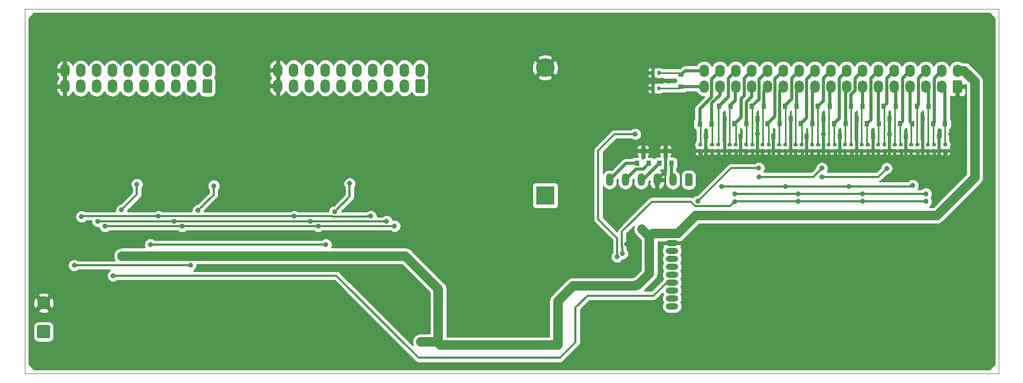
<source format=gbr>
%TF.GenerationSoftware,KiCad,Pcbnew,5.1.9-73d0e3b20d~88~ubuntu20.04.1*%
%TF.CreationDate,2021-03-03T11:33:07+04:00*%
%TF.ProjectId,main_board,6d61696e-5f62-46f6-9172-642e6b696361,rev?*%
%TF.SameCoordinates,Original*%
%TF.FileFunction,Copper,L2,Bot*%
%TF.FilePolarity,Positive*%
%FSLAX46Y46*%
G04 Gerber Fmt 4.6, Leading zero omitted, Abs format (unit mm)*
G04 Created by KiCad (PCBNEW 5.1.9-73d0e3b20d~88~ubuntu20.04.1) date 2021-03-03 11:33:07*
%MOMM*%
%LPD*%
G01*
G04 APERTURE LIST*
%TA.AperFunction,Profile*%
%ADD10C,0.100000*%
%TD*%
%TA.AperFunction,ComponentPad*%
%ADD11O,1.500000X2.000000*%
%TD*%
%TA.AperFunction,ComponentPad*%
%ADD12O,2.000000X1.000000*%
%TD*%
%TA.AperFunction,SMDPad,CuDef*%
%ADD13R,0.800000X0.900000*%
%TD*%
%TA.AperFunction,SMDPad,CuDef*%
%ADD14R,0.900000X0.800000*%
%TD*%
%TA.AperFunction,ComponentPad*%
%ADD15O,1.500000X2.200000*%
%TD*%
%TA.AperFunction,ComponentPad*%
%ADD16O,1.200000X2.000000*%
%TD*%
%TA.AperFunction,ComponentPad*%
%ADD17C,2.100000*%
%TD*%
%TA.AperFunction,ComponentPad*%
%ADD18C,3.000000*%
%TD*%
%TA.AperFunction,ComponentPad*%
%ADD19R,3.000000X3.000000*%
%TD*%
%TA.AperFunction,ViaPad*%
%ADD20C,0.800000*%
%TD*%
%TA.AperFunction,Conductor*%
%ADD21C,0.500000*%
%TD*%
%TA.AperFunction,Conductor*%
%ADD22C,0.250000*%
%TD*%
%TA.AperFunction,Conductor*%
%ADD23C,0.300000*%
%TD*%
%TA.AperFunction,Conductor*%
%ADD24C,1.500000*%
%TD*%
%TA.AperFunction,Conductor*%
%ADD25C,0.254000*%
%TD*%
%TA.AperFunction,Conductor*%
%ADD26C,0.100000*%
%TD*%
G04 APERTURE END LIST*
D10*
X210400000Y-29600000D02*
X54200000Y-29600000D01*
X210400000Y-29600000D02*
X210400000Y-88000000D01*
X210400000Y-88000000D02*
X54200000Y-88000000D01*
X54200000Y-29600000D02*
X54200000Y-88000000D01*
D11*
%TO.P,J8,34*%
%TO.N,/Inputs/Inputs8bit1/I1*%
X163160000Y-39460000D03*
%TO.P,J8,32*%
%TO.N,/Inputs/Inputs8bit1/I3*%
X165700000Y-39460000D03*
%TO.P,J8,30*%
%TO.N,/Inputs/Inputs8bit1/I5*%
X168240000Y-39460000D03*
%TO.P,J8,28*%
%TO.N,/Inputs/Inputs8bit1/I7*%
X170780000Y-39460000D03*
%TO.P,J8,26*%
%TO.N,/Inputs/Inputs8bit2/I1*%
X173320000Y-39460000D03*
%TO.P,J8,24*%
%TO.N,/Inputs/Inputs8bit2/I3*%
X175860000Y-39460000D03*
%TO.P,J8,22*%
%TO.N,/Inputs/Inputs8bit2/I5*%
X178400000Y-39460000D03*
%TO.P,J8,20*%
%TO.N,/Inputs/Inputs8bit2/I7*%
X180940000Y-39460000D03*
%TO.P,J8,18*%
%TO.N,/Inputs/Inputs8bit3/I1*%
X183480000Y-39460000D03*
%TO.P,J8,16*%
%TO.N,/Inputs/Inputs8bit3/I3*%
X186020000Y-39460000D03*
%TO.P,J8,14*%
%TO.N,/Inputs/Inputs8bit3/I5*%
X188560000Y-39460000D03*
%TO.P,J8,12*%
%TO.N,/Inputs/Inputs8bit3/I7*%
X191100000Y-39460000D03*
%TO.P,J8,10*%
%TO.N,/Inputs/Inputs8bit4/I1*%
X193640000Y-39460000D03*
%TO.P,J8,8*%
%TO.N,/Inputs/Inputs8bit4/I3*%
X196180000Y-39460000D03*
%TO.P,J8,6*%
%TO.N,/Inputs/Inputs8bit4/I5*%
X198720000Y-39460000D03*
%TO.P,J8,4*%
%TO.N,/Inputs/Inputs8bit4/I7*%
X201260000Y-39460000D03*
%TO.P,J8,2*%
%TO.N,VCC*%
X203800000Y-39460000D03*
%TO.P,J8,33*%
%TO.N,/Inputs/Inputs8bit1/I2*%
X163160000Y-42000000D03*
%TO.P,J8,31*%
%TO.N,/Inputs/Inputs8bit1/I4*%
X165700000Y-42000000D03*
%TO.P,J8,29*%
%TO.N,/Inputs/Inputs8bit1/I6*%
X168240000Y-42000000D03*
%TO.P,J8,27*%
%TO.N,/Inputs/Inputs8bit1/I8*%
X170780000Y-42000000D03*
%TO.P,J8,25*%
%TO.N,/Inputs/Inputs8bit2/I2*%
X173320000Y-42000000D03*
%TO.P,J8,23*%
%TO.N,/Inputs/Inputs8bit2/I4*%
X175860000Y-42000000D03*
%TO.P,J8,21*%
%TO.N,/Inputs/Inputs8bit2/I6*%
X178400000Y-42000000D03*
%TO.P,J8,19*%
%TO.N,/Inputs/Inputs8bit2/I8*%
X180940000Y-42000000D03*
%TO.P,J8,17*%
%TO.N,/Inputs/Inputs8bit3/I2*%
X183480000Y-42000000D03*
%TO.P,J8,15*%
%TO.N,/Inputs/Inputs8bit3/I4*%
X186020000Y-42000000D03*
%TO.P,J8,13*%
%TO.N,/Inputs/Inputs8bit3/I6*%
X188560000Y-42000000D03*
%TO.P,J8,11*%
%TO.N,/Inputs/Inputs8bit3/I8*%
X191100000Y-42000000D03*
%TO.P,J8,9*%
%TO.N,/Inputs/Inputs8bit4/I2*%
X193640000Y-42000000D03*
%TO.P,J8,7*%
%TO.N,/Inputs/Inputs8bit4/I4*%
X196180000Y-42000000D03*
%TO.P,J8,5*%
%TO.N,/Inputs/Inputs8bit4/I6*%
X198720000Y-42000000D03*
%TO.P,J8,3*%
%TO.N,/Inputs/Inputs8bit4/I8*%
X201260000Y-42000000D03*
%TO.P,J8,1*%
%TO.N,GND*%
%TA.AperFunction,ComponentPad*%
G36*
G01*
X204329500Y-43000000D02*
X203270500Y-43000000D01*
G75*
G02*
X203050000Y-42779500I0J220500D01*
G01*
X203050000Y-41220500D01*
G75*
G02*
X203270500Y-41000000I220500J0D01*
G01*
X204329500Y-41000000D01*
G75*
G02*
X204550000Y-41220500I0J-220500D01*
G01*
X204550000Y-42779500D01*
G75*
G02*
X204329500Y-43000000I-220500J0D01*
G01*
G37*
%TD.AperFunction*%
%TD*%
D12*
%TO.P,J11,10*%
%TO.N,BTN*%
X158020000Y-77212000D03*
%TO.P,J11,9*%
%TO.N,OUT_LED_PUSH_DATA*%
X158020000Y-75942000D03*
%TO.P,J11,8*%
%TO.N,IN_CLK*%
X158020000Y-74672000D03*
%TO.P,J11,7*%
%TO.N,OUT_Serial*%
X158020000Y-73402000D03*
%TO.P,J11,6*%
%TO.N,LED_GREEN*%
X158020000Y-72132000D03*
%TO.P,J11,5*%
%TO.N,LED_RED*%
X158020000Y-70862000D03*
%TO.P,J11,4*%
%TO.N,USB-*%
X158020000Y-69592000D03*
%TO.P,J11,3*%
%TO.N,USB+*%
X158020000Y-68322000D03*
%TO.P,J11,2*%
%TO.N,GND*%
X158020000Y-67052000D03*
%TO.P,J11,1*%
%TO.N,VCC*%
%TA.AperFunction,ComponentPad*%
G36*
G01*
X157270000Y-65282000D02*
X158770000Y-65282000D01*
G75*
G02*
X159020000Y-65532000I0J-250000D01*
G01*
X159020000Y-66032000D01*
G75*
G02*
X158770000Y-66282000I-250000J0D01*
G01*
X157270000Y-66282000D01*
G75*
G02*
X157020000Y-66032000I0J250000D01*
G01*
X157020000Y-65532000D01*
G75*
G02*
X157270000Y-65282000I250000J0D01*
G01*
G37*
%TD.AperFunction*%
%TD*%
D13*
%TO.P,D23,3*%
%TO.N,GND*%
X200880000Y-49940000D03*
%TO.P,D23,2*%
%TO.N,/Inputs/Inputs8bit4/I8*%
X201830000Y-47940000D03*
%TO.P,D23,1*%
%TO.N,/Inputs/Inputs8bit4/I7*%
X199930000Y-47940000D03*
%TD*%
%TO.P,D22,3*%
%TO.N,GND*%
X198220000Y-47170000D03*
%TO.P,D22,2*%
%TO.N,/Inputs/Inputs8bit4/I6*%
X199170000Y-45170000D03*
%TO.P,D22,1*%
%TO.N,/Inputs/Inputs8bit4/I5*%
X197270000Y-45170000D03*
%TD*%
%TO.P,D21,3*%
%TO.N,GND*%
X195566665Y-49940000D03*
%TO.P,D21,2*%
%TO.N,/Inputs/Inputs8bit4/I4*%
X196516665Y-47940000D03*
%TO.P,D21,1*%
%TO.N,/Inputs/Inputs8bit4/I3*%
X194616665Y-47940000D03*
%TD*%
%TO.P,D20,3*%
%TO.N,GND*%
X192930000Y-47170000D03*
%TO.P,D20,2*%
%TO.N,/Inputs/Inputs8bit4/I2*%
X193880000Y-45170000D03*
%TO.P,D20,1*%
%TO.N,/Inputs/Inputs8bit4/I1*%
X191980000Y-45170000D03*
%TD*%
%TO.P,D19,3*%
%TO.N,GND*%
X190253332Y-49940000D03*
%TO.P,D19,2*%
%TO.N,/Inputs/Inputs8bit3/I8*%
X191203332Y-47940000D03*
%TO.P,D19,1*%
%TO.N,/Inputs/Inputs8bit3/I7*%
X189303332Y-47940000D03*
%TD*%
%TO.P,D18,3*%
%TO.N,GND*%
X187640000Y-47170000D03*
%TO.P,D18,2*%
%TO.N,/Inputs/Inputs8bit3/I6*%
X188590000Y-45170000D03*
%TO.P,D18,1*%
%TO.N,/Inputs/Inputs8bit3/I5*%
X186690000Y-45170000D03*
%TD*%
%TO.P,D17,3*%
%TO.N,GND*%
X184939999Y-49940000D03*
%TO.P,D17,2*%
%TO.N,/Inputs/Inputs8bit3/I4*%
X185889999Y-47940000D03*
%TO.P,D17,1*%
%TO.N,/Inputs/Inputs8bit3/I3*%
X183989999Y-47940000D03*
%TD*%
%TO.P,D16,3*%
%TO.N,GND*%
X182350000Y-47170000D03*
%TO.P,D16,2*%
%TO.N,/Inputs/Inputs8bit3/I2*%
X183300000Y-45170000D03*
%TO.P,D16,1*%
%TO.N,/Inputs/Inputs8bit3/I1*%
X181400000Y-45170000D03*
%TD*%
%TO.P,D15,3*%
%TO.N,GND*%
X179626666Y-49940000D03*
%TO.P,D15,2*%
%TO.N,/Inputs/Inputs8bit2/I8*%
X180576666Y-47940000D03*
%TO.P,D15,1*%
%TO.N,/Inputs/Inputs8bit2/I7*%
X178676666Y-47940000D03*
%TD*%
%TO.P,D14,3*%
%TO.N,GND*%
X177060000Y-47170000D03*
%TO.P,D14,2*%
%TO.N,/Inputs/Inputs8bit2/I6*%
X178010000Y-45170000D03*
%TO.P,D14,1*%
%TO.N,/Inputs/Inputs8bit2/I5*%
X176110000Y-45170000D03*
%TD*%
%TO.P,D13,3*%
%TO.N,GND*%
X174313333Y-49940000D03*
%TO.P,D13,2*%
%TO.N,/Inputs/Inputs8bit2/I4*%
X175263333Y-47940000D03*
%TO.P,D13,1*%
%TO.N,/Inputs/Inputs8bit2/I3*%
X173363333Y-47940000D03*
%TD*%
%TO.P,D12,3*%
%TO.N,GND*%
X171770000Y-47170000D03*
%TO.P,D12,2*%
%TO.N,/Inputs/Inputs8bit2/I2*%
X172720000Y-45170000D03*
%TO.P,D12,1*%
%TO.N,/Inputs/Inputs8bit2/I1*%
X170820000Y-45170000D03*
%TD*%
%TO.P,D11,3*%
%TO.N,GND*%
X169000000Y-49940000D03*
%TO.P,D11,2*%
%TO.N,/Inputs/Inputs8bit1/I8*%
X169950000Y-47940000D03*
%TO.P,D11,1*%
%TO.N,/Inputs/Inputs8bit1/I7*%
X168050000Y-47940000D03*
%TD*%
%TO.P,D10,3*%
%TO.N,GND*%
X166480000Y-47170000D03*
%TO.P,D10,2*%
%TO.N,/Inputs/Inputs8bit1/I6*%
X167430000Y-45170000D03*
%TO.P,D10,1*%
%TO.N,/Inputs/Inputs8bit1/I5*%
X165530000Y-45170000D03*
%TD*%
%TO.P,D9,3*%
%TO.N,GND*%
X163420000Y-50010000D03*
%TO.P,D9,2*%
%TO.N,/Inputs/Inputs8bit1/I4*%
X164370000Y-48010000D03*
%TO.P,D9,1*%
%TO.N,/Inputs/Inputs8bit1/I3*%
X162470000Y-48010000D03*
%TD*%
D14*
%TO.P,D8,3*%
%TO.N,GND*%
X157480000Y-41060000D03*
%TO.P,D8,2*%
%TO.N,/Inputs/Inputs8bit1/I2*%
X159480000Y-42010000D03*
%TO.P,D8,1*%
%TO.N,/Inputs/Inputs8bit1/I1*%
X159480000Y-40110000D03*
%TD*%
%TO.P,C55,2*%
%TO.N,GND*%
%TA.AperFunction,SMDPad,CuDef*%
G36*
G01*
X201660000Y-51980000D02*
X202000000Y-51980000D01*
G75*
G02*
X202140000Y-52120000I0J-140000D01*
G01*
X202140000Y-52400000D01*
G75*
G02*
X202000000Y-52540000I-140000J0D01*
G01*
X201660000Y-52540000D01*
G75*
G02*
X201520000Y-52400000I0J140000D01*
G01*
X201520000Y-52120000D01*
G75*
G02*
X201660000Y-51980000I140000J0D01*
G01*
G37*
%TD.AperFunction*%
%TO.P,C55,1*%
%TO.N,/Inputs/Inputs8bit4/I8*%
%TA.AperFunction,SMDPad,CuDef*%
G36*
G01*
X201660000Y-51020000D02*
X202000000Y-51020000D01*
G75*
G02*
X202140000Y-51160000I0J-140000D01*
G01*
X202140000Y-51440000D01*
G75*
G02*
X202000000Y-51580000I-140000J0D01*
G01*
X201660000Y-51580000D01*
G75*
G02*
X201520000Y-51440000I0J140000D01*
G01*
X201520000Y-51160000D01*
G75*
G02*
X201660000Y-51020000I140000J0D01*
G01*
G37*
%TD.AperFunction*%
%TD*%
%TO.P,C54,2*%
%TO.N,GND*%
%TA.AperFunction,SMDPad,CuDef*%
G36*
G01*
X199870000Y-51990000D02*
X200210000Y-51990000D01*
G75*
G02*
X200350000Y-52130000I0J-140000D01*
G01*
X200350000Y-52410000D01*
G75*
G02*
X200210000Y-52550000I-140000J0D01*
G01*
X199870000Y-52550000D01*
G75*
G02*
X199730000Y-52410000I0J140000D01*
G01*
X199730000Y-52130000D01*
G75*
G02*
X199870000Y-51990000I140000J0D01*
G01*
G37*
%TD.AperFunction*%
%TO.P,C54,1*%
%TO.N,/Inputs/Inputs8bit4/I7*%
%TA.AperFunction,SMDPad,CuDef*%
G36*
G01*
X199870000Y-51030000D02*
X200210000Y-51030000D01*
G75*
G02*
X200350000Y-51170000I0J-140000D01*
G01*
X200350000Y-51450000D01*
G75*
G02*
X200210000Y-51590000I-140000J0D01*
G01*
X199870000Y-51590000D01*
G75*
G02*
X199730000Y-51450000I0J140000D01*
G01*
X199730000Y-51170000D01*
G75*
G02*
X199870000Y-51030000I140000J0D01*
G01*
G37*
%TD.AperFunction*%
%TD*%
%TO.P,C53,2*%
%TO.N,GND*%
%TA.AperFunction,SMDPad,CuDef*%
G36*
G01*
X198890000Y-51990000D02*
X199230000Y-51990000D01*
G75*
G02*
X199370000Y-52130000I0J-140000D01*
G01*
X199370000Y-52410000D01*
G75*
G02*
X199230000Y-52550000I-140000J0D01*
G01*
X198890000Y-52550000D01*
G75*
G02*
X198750000Y-52410000I0J140000D01*
G01*
X198750000Y-52130000D01*
G75*
G02*
X198890000Y-51990000I140000J0D01*
G01*
G37*
%TD.AperFunction*%
%TO.P,C53,1*%
%TO.N,/Inputs/Inputs8bit4/I6*%
%TA.AperFunction,SMDPad,CuDef*%
G36*
G01*
X198890000Y-51030000D02*
X199230000Y-51030000D01*
G75*
G02*
X199370000Y-51170000I0J-140000D01*
G01*
X199370000Y-51450000D01*
G75*
G02*
X199230000Y-51590000I-140000J0D01*
G01*
X198890000Y-51590000D01*
G75*
G02*
X198750000Y-51450000I0J140000D01*
G01*
X198750000Y-51170000D01*
G75*
G02*
X198890000Y-51030000I140000J0D01*
G01*
G37*
%TD.AperFunction*%
%TD*%
%TO.P,C52,2*%
%TO.N,GND*%
%TA.AperFunction,SMDPad,CuDef*%
G36*
G01*
X197210000Y-51990000D02*
X197550000Y-51990000D01*
G75*
G02*
X197690000Y-52130000I0J-140000D01*
G01*
X197690000Y-52410000D01*
G75*
G02*
X197550000Y-52550000I-140000J0D01*
G01*
X197210000Y-52550000D01*
G75*
G02*
X197070000Y-52410000I0J140000D01*
G01*
X197070000Y-52130000D01*
G75*
G02*
X197210000Y-51990000I140000J0D01*
G01*
G37*
%TD.AperFunction*%
%TO.P,C52,1*%
%TO.N,/Inputs/Inputs8bit4/I5*%
%TA.AperFunction,SMDPad,CuDef*%
G36*
G01*
X197210000Y-51030000D02*
X197550000Y-51030000D01*
G75*
G02*
X197690000Y-51170000I0J-140000D01*
G01*
X197690000Y-51450000D01*
G75*
G02*
X197550000Y-51590000I-140000J0D01*
G01*
X197210000Y-51590000D01*
G75*
G02*
X197070000Y-51450000I0J140000D01*
G01*
X197070000Y-51170000D01*
G75*
G02*
X197210000Y-51030000I140000J0D01*
G01*
G37*
%TD.AperFunction*%
%TD*%
%TO.P,C51,2*%
%TO.N,GND*%
%TA.AperFunction,SMDPad,CuDef*%
G36*
G01*
X196220000Y-51990000D02*
X196560000Y-51990000D01*
G75*
G02*
X196700000Y-52130000I0J-140000D01*
G01*
X196700000Y-52410000D01*
G75*
G02*
X196560000Y-52550000I-140000J0D01*
G01*
X196220000Y-52550000D01*
G75*
G02*
X196080000Y-52410000I0J140000D01*
G01*
X196080000Y-52130000D01*
G75*
G02*
X196220000Y-51990000I140000J0D01*
G01*
G37*
%TD.AperFunction*%
%TO.P,C51,1*%
%TO.N,/Inputs/Inputs8bit4/I4*%
%TA.AperFunction,SMDPad,CuDef*%
G36*
G01*
X196220000Y-51030000D02*
X196560000Y-51030000D01*
G75*
G02*
X196700000Y-51170000I0J-140000D01*
G01*
X196700000Y-51450000D01*
G75*
G02*
X196560000Y-51590000I-140000J0D01*
G01*
X196220000Y-51590000D01*
G75*
G02*
X196080000Y-51450000I0J140000D01*
G01*
X196080000Y-51170000D01*
G75*
G02*
X196220000Y-51030000I140000J0D01*
G01*
G37*
%TD.AperFunction*%
%TD*%
%TO.P,C50,2*%
%TO.N,GND*%
%TA.AperFunction,SMDPad,CuDef*%
G36*
G01*
X194580000Y-51990000D02*
X194920000Y-51990000D01*
G75*
G02*
X195060000Y-52130000I0J-140000D01*
G01*
X195060000Y-52410000D01*
G75*
G02*
X194920000Y-52550000I-140000J0D01*
G01*
X194580000Y-52550000D01*
G75*
G02*
X194440000Y-52410000I0J140000D01*
G01*
X194440000Y-52130000D01*
G75*
G02*
X194580000Y-51990000I140000J0D01*
G01*
G37*
%TD.AperFunction*%
%TO.P,C50,1*%
%TO.N,/Inputs/Inputs8bit4/I3*%
%TA.AperFunction,SMDPad,CuDef*%
G36*
G01*
X194580000Y-51030000D02*
X194920000Y-51030000D01*
G75*
G02*
X195060000Y-51170000I0J-140000D01*
G01*
X195060000Y-51450000D01*
G75*
G02*
X194920000Y-51590000I-140000J0D01*
G01*
X194580000Y-51590000D01*
G75*
G02*
X194440000Y-51450000I0J140000D01*
G01*
X194440000Y-51170000D01*
G75*
G02*
X194580000Y-51030000I140000J0D01*
G01*
G37*
%TD.AperFunction*%
%TD*%
%TO.P,C49,2*%
%TO.N,GND*%
%TA.AperFunction,SMDPad,CuDef*%
G36*
G01*
X193590000Y-51990000D02*
X193930000Y-51990000D01*
G75*
G02*
X194070000Y-52130000I0J-140000D01*
G01*
X194070000Y-52410000D01*
G75*
G02*
X193930000Y-52550000I-140000J0D01*
G01*
X193590000Y-52550000D01*
G75*
G02*
X193450000Y-52410000I0J140000D01*
G01*
X193450000Y-52130000D01*
G75*
G02*
X193590000Y-51990000I140000J0D01*
G01*
G37*
%TD.AperFunction*%
%TO.P,C49,1*%
%TO.N,/Inputs/Inputs8bit4/I2*%
%TA.AperFunction,SMDPad,CuDef*%
G36*
G01*
X193590000Y-51030000D02*
X193930000Y-51030000D01*
G75*
G02*
X194070000Y-51170000I0J-140000D01*
G01*
X194070000Y-51450000D01*
G75*
G02*
X193930000Y-51590000I-140000J0D01*
G01*
X193590000Y-51590000D01*
G75*
G02*
X193450000Y-51450000I0J140000D01*
G01*
X193450000Y-51170000D01*
G75*
G02*
X193590000Y-51030000I140000J0D01*
G01*
G37*
%TD.AperFunction*%
%TD*%
%TO.P,C48,2*%
%TO.N,GND*%
%TA.AperFunction,SMDPad,CuDef*%
G36*
G01*
X191930000Y-51990000D02*
X192270000Y-51990000D01*
G75*
G02*
X192410000Y-52130000I0J-140000D01*
G01*
X192410000Y-52410000D01*
G75*
G02*
X192270000Y-52550000I-140000J0D01*
G01*
X191930000Y-52550000D01*
G75*
G02*
X191790000Y-52410000I0J140000D01*
G01*
X191790000Y-52130000D01*
G75*
G02*
X191930000Y-51990000I140000J0D01*
G01*
G37*
%TD.AperFunction*%
%TO.P,C48,1*%
%TO.N,/Inputs/Inputs8bit4/I1*%
%TA.AperFunction,SMDPad,CuDef*%
G36*
G01*
X191930000Y-51030000D02*
X192270000Y-51030000D01*
G75*
G02*
X192410000Y-51170000I0J-140000D01*
G01*
X192410000Y-51450000D01*
G75*
G02*
X192270000Y-51590000I-140000J0D01*
G01*
X191930000Y-51590000D01*
G75*
G02*
X191790000Y-51450000I0J140000D01*
G01*
X191790000Y-51170000D01*
G75*
G02*
X191930000Y-51030000I140000J0D01*
G01*
G37*
%TD.AperFunction*%
%TD*%
%TO.P,C47,2*%
%TO.N,GND*%
%TA.AperFunction,SMDPad,CuDef*%
G36*
G01*
X190940000Y-51990000D02*
X191280000Y-51990000D01*
G75*
G02*
X191420000Y-52130000I0J-140000D01*
G01*
X191420000Y-52410000D01*
G75*
G02*
X191280000Y-52550000I-140000J0D01*
G01*
X190940000Y-52550000D01*
G75*
G02*
X190800000Y-52410000I0J140000D01*
G01*
X190800000Y-52130000D01*
G75*
G02*
X190940000Y-51990000I140000J0D01*
G01*
G37*
%TD.AperFunction*%
%TO.P,C47,1*%
%TO.N,/Inputs/Inputs8bit3/I8*%
%TA.AperFunction,SMDPad,CuDef*%
G36*
G01*
X190940000Y-51030000D02*
X191280000Y-51030000D01*
G75*
G02*
X191420000Y-51170000I0J-140000D01*
G01*
X191420000Y-51450000D01*
G75*
G02*
X191280000Y-51590000I-140000J0D01*
G01*
X190940000Y-51590000D01*
G75*
G02*
X190800000Y-51450000I0J140000D01*
G01*
X190800000Y-51170000D01*
G75*
G02*
X190940000Y-51030000I140000J0D01*
G01*
G37*
%TD.AperFunction*%
%TD*%
%TO.P,C46,2*%
%TO.N,GND*%
%TA.AperFunction,SMDPad,CuDef*%
G36*
G01*
X189260000Y-51990000D02*
X189600000Y-51990000D01*
G75*
G02*
X189740000Y-52130000I0J-140000D01*
G01*
X189740000Y-52410000D01*
G75*
G02*
X189600000Y-52550000I-140000J0D01*
G01*
X189260000Y-52550000D01*
G75*
G02*
X189120000Y-52410000I0J140000D01*
G01*
X189120000Y-52130000D01*
G75*
G02*
X189260000Y-51990000I140000J0D01*
G01*
G37*
%TD.AperFunction*%
%TO.P,C46,1*%
%TO.N,/Inputs/Inputs8bit3/I7*%
%TA.AperFunction,SMDPad,CuDef*%
G36*
G01*
X189260000Y-51030000D02*
X189600000Y-51030000D01*
G75*
G02*
X189740000Y-51170000I0J-140000D01*
G01*
X189740000Y-51450000D01*
G75*
G02*
X189600000Y-51590000I-140000J0D01*
G01*
X189260000Y-51590000D01*
G75*
G02*
X189120000Y-51450000I0J140000D01*
G01*
X189120000Y-51170000D01*
G75*
G02*
X189260000Y-51030000I140000J0D01*
G01*
G37*
%TD.AperFunction*%
%TD*%
%TO.P,C45,2*%
%TO.N,GND*%
%TA.AperFunction,SMDPad,CuDef*%
G36*
G01*
X188280000Y-51990000D02*
X188620000Y-51990000D01*
G75*
G02*
X188760000Y-52130000I0J-140000D01*
G01*
X188760000Y-52410000D01*
G75*
G02*
X188620000Y-52550000I-140000J0D01*
G01*
X188280000Y-52550000D01*
G75*
G02*
X188140000Y-52410000I0J140000D01*
G01*
X188140000Y-52130000D01*
G75*
G02*
X188280000Y-51990000I140000J0D01*
G01*
G37*
%TD.AperFunction*%
%TO.P,C45,1*%
%TO.N,/Inputs/Inputs8bit3/I6*%
%TA.AperFunction,SMDPad,CuDef*%
G36*
G01*
X188280000Y-51030000D02*
X188620000Y-51030000D01*
G75*
G02*
X188760000Y-51170000I0J-140000D01*
G01*
X188760000Y-51450000D01*
G75*
G02*
X188620000Y-51590000I-140000J0D01*
G01*
X188280000Y-51590000D01*
G75*
G02*
X188140000Y-51450000I0J140000D01*
G01*
X188140000Y-51170000D01*
G75*
G02*
X188280000Y-51030000I140000J0D01*
G01*
G37*
%TD.AperFunction*%
%TD*%
%TO.P,C44,2*%
%TO.N,GND*%
%TA.AperFunction,SMDPad,CuDef*%
G36*
G01*
X186590000Y-51990000D02*
X186930000Y-51990000D01*
G75*
G02*
X187070000Y-52130000I0J-140000D01*
G01*
X187070000Y-52410000D01*
G75*
G02*
X186930000Y-52550000I-140000J0D01*
G01*
X186590000Y-52550000D01*
G75*
G02*
X186450000Y-52410000I0J140000D01*
G01*
X186450000Y-52130000D01*
G75*
G02*
X186590000Y-51990000I140000J0D01*
G01*
G37*
%TD.AperFunction*%
%TO.P,C44,1*%
%TO.N,/Inputs/Inputs8bit3/I5*%
%TA.AperFunction,SMDPad,CuDef*%
G36*
G01*
X186590000Y-51030000D02*
X186930000Y-51030000D01*
G75*
G02*
X187070000Y-51170000I0J-140000D01*
G01*
X187070000Y-51450000D01*
G75*
G02*
X186930000Y-51590000I-140000J0D01*
G01*
X186590000Y-51590000D01*
G75*
G02*
X186450000Y-51450000I0J140000D01*
G01*
X186450000Y-51170000D01*
G75*
G02*
X186590000Y-51030000I140000J0D01*
G01*
G37*
%TD.AperFunction*%
%TD*%
%TO.P,C43,2*%
%TO.N,GND*%
%TA.AperFunction,SMDPad,CuDef*%
G36*
G01*
X185600000Y-51990000D02*
X185940000Y-51990000D01*
G75*
G02*
X186080000Y-52130000I0J-140000D01*
G01*
X186080000Y-52410000D01*
G75*
G02*
X185940000Y-52550000I-140000J0D01*
G01*
X185600000Y-52550000D01*
G75*
G02*
X185460000Y-52410000I0J140000D01*
G01*
X185460000Y-52130000D01*
G75*
G02*
X185600000Y-51990000I140000J0D01*
G01*
G37*
%TD.AperFunction*%
%TO.P,C43,1*%
%TO.N,/Inputs/Inputs8bit3/I4*%
%TA.AperFunction,SMDPad,CuDef*%
G36*
G01*
X185600000Y-51030000D02*
X185940000Y-51030000D01*
G75*
G02*
X186080000Y-51170000I0J-140000D01*
G01*
X186080000Y-51450000D01*
G75*
G02*
X185940000Y-51590000I-140000J0D01*
G01*
X185600000Y-51590000D01*
G75*
G02*
X185460000Y-51450000I0J140000D01*
G01*
X185460000Y-51170000D01*
G75*
G02*
X185600000Y-51030000I140000J0D01*
G01*
G37*
%TD.AperFunction*%
%TD*%
%TO.P,C42,2*%
%TO.N,GND*%
%TA.AperFunction,SMDPad,CuDef*%
G36*
G01*
X183970000Y-51990000D02*
X184310000Y-51990000D01*
G75*
G02*
X184450000Y-52130000I0J-140000D01*
G01*
X184450000Y-52410000D01*
G75*
G02*
X184310000Y-52550000I-140000J0D01*
G01*
X183970000Y-52550000D01*
G75*
G02*
X183830000Y-52410000I0J140000D01*
G01*
X183830000Y-52130000D01*
G75*
G02*
X183970000Y-51990000I140000J0D01*
G01*
G37*
%TD.AperFunction*%
%TO.P,C42,1*%
%TO.N,/Inputs/Inputs8bit3/I3*%
%TA.AperFunction,SMDPad,CuDef*%
G36*
G01*
X183970000Y-51030000D02*
X184310000Y-51030000D01*
G75*
G02*
X184450000Y-51170000I0J-140000D01*
G01*
X184450000Y-51450000D01*
G75*
G02*
X184310000Y-51590000I-140000J0D01*
G01*
X183970000Y-51590000D01*
G75*
G02*
X183830000Y-51450000I0J140000D01*
G01*
X183830000Y-51170000D01*
G75*
G02*
X183970000Y-51030000I140000J0D01*
G01*
G37*
%TD.AperFunction*%
%TD*%
%TO.P,C41,2*%
%TO.N,GND*%
%TA.AperFunction,SMDPad,CuDef*%
G36*
G01*
X182980000Y-51990000D02*
X183320000Y-51990000D01*
G75*
G02*
X183460000Y-52130000I0J-140000D01*
G01*
X183460000Y-52410000D01*
G75*
G02*
X183320000Y-52550000I-140000J0D01*
G01*
X182980000Y-52550000D01*
G75*
G02*
X182840000Y-52410000I0J140000D01*
G01*
X182840000Y-52130000D01*
G75*
G02*
X182980000Y-51990000I140000J0D01*
G01*
G37*
%TD.AperFunction*%
%TO.P,C41,1*%
%TO.N,/Inputs/Inputs8bit3/I2*%
%TA.AperFunction,SMDPad,CuDef*%
G36*
G01*
X182980000Y-51030000D02*
X183320000Y-51030000D01*
G75*
G02*
X183460000Y-51170000I0J-140000D01*
G01*
X183460000Y-51450000D01*
G75*
G02*
X183320000Y-51590000I-140000J0D01*
G01*
X182980000Y-51590000D01*
G75*
G02*
X182840000Y-51450000I0J140000D01*
G01*
X182840000Y-51170000D01*
G75*
G02*
X182980000Y-51030000I140000J0D01*
G01*
G37*
%TD.AperFunction*%
%TD*%
%TO.P,C40,2*%
%TO.N,GND*%
%TA.AperFunction,SMDPad,CuDef*%
G36*
G01*
X181310000Y-51990000D02*
X181650000Y-51990000D01*
G75*
G02*
X181790000Y-52130000I0J-140000D01*
G01*
X181790000Y-52410000D01*
G75*
G02*
X181650000Y-52550000I-140000J0D01*
G01*
X181310000Y-52550000D01*
G75*
G02*
X181170000Y-52410000I0J140000D01*
G01*
X181170000Y-52130000D01*
G75*
G02*
X181310000Y-51990000I140000J0D01*
G01*
G37*
%TD.AperFunction*%
%TO.P,C40,1*%
%TO.N,/Inputs/Inputs8bit3/I1*%
%TA.AperFunction,SMDPad,CuDef*%
G36*
G01*
X181310000Y-51030000D02*
X181650000Y-51030000D01*
G75*
G02*
X181790000Y-51170000I0J-140000D01*
G01*
X181790000Y-51450000D01*
G75*
G02*
X181650000Y-51590000I-140000J0D01*
G01*
X181310000Y-51590000D01*
G75*
G02*
X181170000Y-51450000I0J140000D01*
G01*
X181170000Y-51170000D01*
G75*
G02*
X181310000Y-51030000I140000J0D01*
G01*
G37*
%TD.AperFunction*%
%TD*%
%TO.P,C39,2*%
%TO.N,GND*%
%TA.AperFunction,SMDPad,CuDef*%
G36*
G01*
X180310000Y-51990000D02*
X180650000Y-51990000D01*
G75*
G02*
X180790000Y-52130000I0J-140000D01*
G01*
X180790000Y-52410000D01*
G75*
G02*
X180650000Y-52550000I-140000J0D01*
G01*
X180310000Y-52550000D01*
G75*
G02*
X180170000Y-52410000I0J140000D01*
G01*
X180170000Y-52130000D01*
G75*
G02*
X180310000Y-51990000I140000J0D01*
G01*
G37*
%TD.AperFunction*%
%TO.P,C39,1*%
%TO.N,/Inputs/Inputs8bit2/I8*%
%TA.AperFunction,SMDPad,CuDef*%
G36*
G01*
X180310000Y-51030000D02*
X180650000Y-51030000D01*
G75*
G02*
X180790000Y-51170000I0J-140000D01*
G01*
X180790000Y-51450000D01*
G75*
G02*
X180650000Y-51590000I-140000J0D01*
G01*
X180310000Y-51590000D01*
G75*
G02*
X180170000Y-51450000I0J140000D01*
G01*
X180170000Y-51170000D01*
G75*
G02*
X180310000Y-51030000I140000J0D01*
G01*
G37*
%TD.AperFunction*%
%TD*%
%TO.P,C38,2*%
%TO.N,GND*%
%TA.AperFunction,SMDPad,CuDef*%
G36*
G01*
X178660000Y-51990000D02*
X179000000Y-51990000D01*
G75*
G02*
X179140000Y-52130000I0J-140000D01*
G01*
X179140000Y-52410000D01*
G75*
G02*
X179000000Y-52550000I-140000J0D01*
G01*
X178660000Y-52550000D01*
G75*
G02*
X178520000Y-52410000I0J140000D01*
G01*
X178520000Y-52130000D01*
G75*
G02*
X178660000Y-51990000I140000J0D01*
G01*
G37*
%TD.AperFunction*%
%TO.P,C38,1*%
%TO.N,/Inputs/Inputs8bit2/I7*%
%TA.AperFunction,SMDPad,CuDef*%
G36*
G01*
X178660000Y-51030000D02*
X179000000Y-51030000D01*
G75*
G02*
X179140000Y-51170000I0J-140000D01*
G01*
X179140000Y-51450000D01*
G75*
G02*
X179000000Y-51590000I-140000J0D01*
G01*
X178660000Y-51590000D01*
G75*
G02*
X178520000Y-51450000I0J140000D01*
G01*
X178520000Y-51170000D01*
G75*
G02*
X178660000Y-51030000I140000J0D01*
G01*
G37*
%TD.AperFunction*%
%TD*%
%TO.P,C37,2*%
%TO.N,GND*%
%TA.AperFunction,SMDPad,CuDef*%
G36*
G01*
X177670000Y-51990000D02*
X178010000Y-51990000D01*
G75*
G02*
X178150000Y-52130000I0J-140000D01*
G01*
X178150000Y-52410000D01*
G75*
G02*
X178010000Y-52550000I-140000J0D01*
G01*
X177670000Y-52550000D01*
G75*
G02*
X177530000Y-52410000I0J140000D01*
G01*
X177530000Y-52130000D01*
G75*
G02*
X177670000Y-51990000I140000J0D01*
G01*
G37*
%TD.AperFunction*%
%TO.P,C37,1*%
%TO.N,/Inputs/Inputs8bit2/I6*%
%TA.AperFunction,SMDPad,CuDef*%
G36*
G01*
X177670000Y-51030000D02*
X178010000Y-51030000D01*
G75*
G02*
X178150000Y-51170000I0J-140000D01*
G01*
X178150000Y-51450000D01*
G75*
G02*
X178010000Y-51590000I-140000J0D01*
G01*
X177670000Y-51590000D01*
G75*
G02*
X177530000Y-51450000I0J140000D01*
G01*
X177530000Y-51170000D01*
G75*
G02*
X177670000Y-51030000I140000J0D01*
G01*
G37*
%TD.AperFunction*%
%TD*%
%TO.P,C36,2*%
%TO.N,GND*%
%TA.AperFunction,SMDPad,CuDef*%
G36*
G01*
X176030000Y-51990000D02*
X176370000Y-51990000D01*
G75*
G02*
X176510000Y-52130000I0J-140000D01*
G01*
X176510000Y-52410000D01*
G75*
G02*
X176370000Y-52550000I-140000J0D01*
G01*
X176030000Y-52550000D01*
G75*
G02*
X175890000Y-52410000I0J140000D01*
G01*
X175890000Y-52130000D01*
G75*
G02*
X176030000Y-51990000I140000J0D01*
G01*
G37*
%TD.AperFunction*%
%TO.P,C36,1*%
%TO.N,/Inputs/Inputs8bit2/I5*%
%TA.AperFunction,SMDPad,CuDef*%
G36*
G01*
X176030000Y-51030000D02*
X176370000Y-51030000D01*
G75*
G02*
X176510000Y-51170000I0J-140000D01*
G01*
X176510000Y-51450000D01*
G75*
G02*
X176370000Y-51590000I-140000J0D01*
G01*
X176030000Y-51590000D01*
G75*
G02*
X175890000Y-51450000I0J140000D01*
G01*
X175890000Y-51170000D01*
G75*
G02*
X176030000Y-51030000I140000J0D01*
G01*
G37*
%TD.AperFunction*%
%TD*%
%TO.P,C35,2*%
%TO.N,GND*%
%TA.AperFunction,SMDPad,CuDef*%
G36*
G01*
X175040000Y-51990000D02*
X175380000Y-51990000D01*
G75*
G02*
X175520000Y-52130000I0J-140000D01*
G01*
X175520000Y-52410000D01*
G75*
G02*
X175380000Y-52550000I-140000J0D01*
G01*
X175040000Y-52550000D01*
G75*
G02*
X174900000Y-52410000I0J140000D01*
G01*
X174900000Y-52130000D01*
G75*
G02*
X175040000Y-51990000I140000J0D01*
G01*
G37*
%TD.AperFunction*%
%TO.P,C35,1*%
%TO.N,/Inputs/Inputs8bit2/I4*%
%TA.AperFunction,SMDPad,CuDef*%
G36*
G01*
X175040000Y-51030000D02*
X175380000Y-51030000D01*
G75*
G02*
X175520000Y-51170000I0J-140000D01*
G01*
X175520000Y-51450000D01*
G75*
G02*
X175380000Y-51590000I-140000J0D01*
G01*
X175040000Y-51590000D01*
G75*
G02*
X174900000Y-51450000I0J140000D01*
G01*
X174900000Y-51170000D01*
G75*
G02*
X175040000Y-51030000I140000J0D01*
G01*
G37*
%TD.AperFunction*%
%TD*%
%TO.P,C34,2*%
%TO.N,GND*%
%TA.AperFunction,SMDPad,CuDef*%
G36*
G01*
X173370000Y-51990000D02*
X173710000Y-51990000D01*
G75*
G02*
X173850000Y-52130000I0J-140000D01*
G01*
X173850000Y-52410000D01*
G75*
G02*
X173710000Y-52550000I-140000J0D01*
G01*
X173370000Y-52550000D01*
G75*
G02*
X173230000Y-52410000I0J140000D01*
G01*
X173230000Y-52130000D01*
G75*
G02*
X173370000Y-51990000I140000J0D01*
G01*
G37*
%TD.AperFunction*%
%TO.P,C34,1*%
%TO.N,/Inputs/Inputs8bit2/I3*%
%TA.AperFunction,SMDPad,CuDef*%
G36*
G01*
X173370000Y-51030000D02*
X173710000Y-51030000D01*
G75*
G02*
X173850000Y-51170000I0J-140000D01*
G01*
X173850000Y-51450000D01*
G75*
G02*
X173710000Y-51590000I-140000J0D01*
G01*
X173370000Y-51590000D01*
G75*
G02*
X173230000Y-51450000I0J140000D01*
G01*
X173230000Y-51170000D01*
G75*
G02*
X173370000Y-51030000I140000J0D01*
G01*
G37*
%TD.AperFunction*%
%TD*%
%TO.P,C33,2*%
%TO.N,GND*%
%TA.AperFunction,SMDPad,CuDef*%
G36*
G01*
X172380000Y-51990000D02*
X172720000Y-51990000D01*
G75*
G02*
X172860000Y-52130000I0J-140000D01*
G01*
X172860000Y-52410000D01*
G75*
G02*
X172720000Y-52550000I-140000J0D01*
G01*
X172380000Y-52550000D01*
G75*
G02*
X172240000Y-52410000I0J140000D01*
G01*
X172240000Y-52130000D01*
G75*
G02*
X172380000Y-51990000I140000J0D01*
G01*
G37*
%TD.AperFunction*%
%TO.P,C33,1*%
%TO.N,/Inputs/Inputs8bit2/I2*%
%TA.AperFunction,SMDPad,CuDef*%
G36*
G01*
X172380000Y-51030000D02*
X172720000Y-51030000D01*
G75*
G02*
X172860000Y-51170000I0J-140000D01*
G01*
X172860000Y-51450000D01*
G75*
G02*
X172720000Y-51590000I-140000J0D01*
G01*
X172380000Y-51590000D01*
G75*
G02*
X172240000Y-51450000I0J140000D01*
G01*
X172240000Y-51170000D01*
G75*
G02*
X172380000Y-51030000I140000J0D01*
G01*
G37*
%TD.AperFunction*%
%TD*%
%TO.P,C32,2*%
%TO.N,GND*%
%TA.AperFunction,SMDPad,CuDef*%
G36*
G01*
X170740000Y-51990000D02*
X171080000Y-51990000D01*
G75*
G02*
X171220000Y-52130000I0J-140000D01*
G01*
X171220000Y-52410000D01*
G75*
G02*
X171080000Y-52550000I-140000J0D01*
G01*
X170740000Y-52550000D01*
G75*
G02*
X170600000Y-52410000I0J140000D01*
G01*
X170600000Y-52130000D01*
G75*
G02*
X170740000Y-51990000I140000J0D01*
G01*
G37*
%TD.AperFunction*%
%TO.P,C32,1*%
%TO.N,/Inputs/Inputs8bit2/I1*%
%TA.AperFunction,SMDPad,CuDef*%
G36*
G01*
X170740000Y-51030000D02*
X171080000Y-51030000D01*
G75*
G02*
X171220000Y-51170000I0J-140000D01*
G01*
X171220000Y-51450000D01*
G75*
G02*
X171080000Y-51590000I-140000J0D01*
G01*
X170740000Y-51590000D01*
G75*
G02*
X170600000Y-51450000I0J140000D01*
G01*
X170600000Y-51170000D01*
G75*
G02*
X170740000Y-51030000I140000J0D01*
G01*
G37*
%TD.AperFunction*%
%TD*%
%TO.P,C31,2*%
%TO.N,GND*%
%TA.AperFunction,SMDPad,CuDef*%
G36*
G01*
X169750000Y-51990000D02*
X170090000Y-51990000D01*
G75*
G02*
X170230000Y-52130000I0J-140000D01*
G01*
X170230000Y-52410000D01*
G75*
G02*
X170090000Y-52550000I-140000J0D01*
G01*
X169750000Y-52550000D01*
G75*
G02*
X169610000Y-52410000I0J140000D01*
G01*
X169610000Y-52130000D01*
G75*
G02*
X169750000Y-51990000I140000J0D01*
G01*
G37*
%TD.AperFunction*%
%TO.P,C31,1*%
%TO.N,/Inputs/Inputs8bit1/I8*%
%TA.AperFunction,SMDPad,CuDef*%
G36*
G01*
X169750000Y-51030000D02*
X170090000Y-51030000D01*
G75*
G02*
X170230000Y-51170000I0J-140000D01*
G01*
X170230000Y-51450000D01*
G75*
G02*
X170090000Y-51590000I-140000J0D01*
G01*
X169750000Y-51590000D01*
G75*
G02*
X169610000Y-51450000I0J140000D01*
G01*
X169610000Y-51170000D01*
G75*
G02*
X169750000Y-51030000I140000J0D01*
G01*
G37*
%TD.AperFunction*%
%TD*%
%TO.P,C30,2*%
%TO.N,GND*%
%TA.AperFunction,SMDPad,CuDef*%
G36*
G01*
X168070000Y-51990000D02*
X168410000Y-51990000D01*
G75*
G02*
X168550000Y-52130000I0J-140000D01*
G01*
X168550000Y-52410000D01*
G75*
G02*
X168410000Y-52550000I-140000J0D01*
G01*
X168070000Y-52550000D01*
G75*
G02*
X167930000Y-52410000I0J140000D01*
G01*
X167930000Y-52130000D01*
G75*
G02*
X168070000Y-51990000I140000J0D01*
G01*
G37*
%TD.AperFunction*%
%TO.P,C30,1*%
%TO.N,/Inputs/Inputs8bit1/I7*%
%TA.AperFunction,SMDPad,CuDef*%
G36*
G01*
X168070000Y-51030000D02*
X168410000Y-51030000D01*
G75*
G02*
X168550000Y-51170000I0J-140000D01*
G01*
X168550000Y-51450000D01*
G75*
G02*
X168410000Y-51590000I-140000J0D01*
G01*
X168070000Y-51590000D01*
G75*
G02*
X167930000Y-51450000I0J140000D01*
G01*
X167930000Y-51170000D01*
G75*
G02*
X168070000Y-51030000I140000J0D01*
G01*
G37*
%TD.AperFunction*%
%TD*%
%TO.P,C29,2*%
%TO.N,GND*%
%TA.AperFunction,SMDPad,CuDef*%
G36*
G01*
X167080000Y-51990000D02*
X167420000Y-51990000D01*
G75*
G02*
X167560000Y-52130000I0J-140000D01*
G01*
X167560000Y-52410000D01*
G75*
G02*
X167420000Y-52550000I-140000J0D01*
G01*
X167080000Y-52550000D01*
G75*
G02*
X166940000Y-52410000I0J140000D01*
G01*
X166940000Y-52130000D01*
G75*
G02*
X167080000Y-51990000I140000J0D01*
G01*
G37*
%TD.AperFunction*%
%TO.P,C29,1*%
%TO.N,/Inputs/Inputs8bit1/I6*%
%TA.AperFunction,SMDPad,CuDef*%
G36*
G01*
X167080000Y-51030000D02*
X167420000Y-51030000D01*
G75*
G02*
X167560000Y-51170000I0J-140000D01*
G01*
X167560000Y-51450000D01*
G75*
G02*
X167420000Y-51590000I-140000J0D01*
G01*
X167080000Y-51590000D01*
G75*
G02*
X166940000Y-51450000I0J140000D01*
G01*
X166940000Y-51170000D01*
G75*
G02*
X167080000Y-51030000I140000J0D01*
G01*
G37*
%TD.AperFunction*%
%TD*%
%TO.P,C28,2*%
%TO.N,GND*%
%TA.AperFunction,SMDPad,CuDef*%
G36*
G01*
X165280000Y-51990000D02*
X165620000Y-51990000D01*
G75*
G02*
X165760000Y-52130000I0J-140000D01*
G01*
X165760000Y-52410000D01*
G75*
G02*
X165620000Y-52550000I-140000J0D01*
G01*
X165280000Y-52550000D01*
G75*
G02*
X165140000Y-52410000I0J140000D01*
G01*
X165140000Y-52130000D01*
G75*
G02*
X165280000Y-51990000I140000J0D01*
G01*
G37*
%TD.AperFunction*%
%TO.P,C28,1*%
%TO.N,/Inputs/Inputs8bit1/I5*%
%TA.AperFunction,SMDPad,CuDef*%
G36*
G01*
X165280000Y-51030000D02*
X165620000Y-51030000D01*
G75*
G02*
X165760000Y-51170000I0J-140000D01*
G01*
X165760000Y-51450000D01*
G75*
G02*
X165620000Y-51590000I-140000J0D01*
G01*
X165280000Y-51590000D01*
G75*
G02*
X165140000Y-51450000I0J140000D01*
G01*
X165140000Y-51170000D01*
G75*
G02*
X165280000Y-51030000I140000J0D01*
G01*
G37*
%TD.AperFunction*%
%TD*%
%TO.P,C27,2*%
%TO.N,GND*%
%TA.AperFunction,SMDPad,CuDef*%
G36*
G01*
X164290000Y-51990000D02*
X164630000Y-51990000D01*
G75*
G02*
X164770000Y-52130000I0J-140000D01*
G01*
X164770000Y-52410000D01*
G75*
G02*
X164630000Y-52550000I-140000J0D01*
G01*
X164290000Y-52550000D01*
G75*
G02*
X164150000Y-52410000I0J140000D01*
G01*
X164150000Y-52130000D01*
G75*
G02*
X164290000Y-51990000I140000J0D01*
G01*
G37*
%TD.AperFunction*%
%TO.P,C27,1*%
%TO.N,/Inputs/Inputs8bit1/I4*%
%TA.AperFunction,SMDPad,CuDef*%
G36*
G01*
X164290000Y-51030000D02*
X164630000Y-51030000D01*
G75*
G02*
X164770000Y-51170000I0J-140000D01*
G01*
X164770000Y-51450000D01*
G75*
G02*
X164630000Y-51590000I-140000J0D01*
G01*
X164290000Y-51590000D01*
G75*
G02*
X164150000Y-51450000I0J140000D01*
G01*
X164150000Y-51170000D01*
G75*
G02*
X164290000Y-51030000I140000J0D01*
G01*
G37*
%TD.AperFunction*%
%TD*%
%TO.P,C26,2*%
%TO.N,GND*%
%TA.AperFunction,SMDPad,CuDef*%
G36*
G01*
X162390000Y-51990000D02*
X162730000Y-51990000D01*
G75*
G02*
X162870000Y-52130000I0J-140000D01*
G01*
X162870000Y-52410000D01*
G75*
G02*
X162730000Y-52550000I-140000J0D01*
G01*
X162390000Y-52550000D01*
G75*
G02*
X162250000Y-52410000I0J140000D01*
G01*
X162250000Y-52130000D01*
G75*
G02*
X162390000Y-51990000I140000J0D01*
G01*
G37*
%TD.AperFunction*%
%TO.P,C26,1*%
%TO.N,/Inputs/Inputs8bit1/I3*%
%TA.AperFunction,SMDPad,CuDef*%
G36*
G01*
X162390000Y-51030000D02*
X162730000Y-51030000D01*
G75*
G02*
X162870000Y-51170000I0J-140000D01*
G01*
X162870000Y-51450000D01*
G75*
G02*
X162730000Y-51590000I-140000J0D01*
G01*
X162390000Y-51590000D01*
G75*
G02*
X162250000Y-51450000I0J140000D01*
G01*
X162250000Y-51170000D01*
G75*
G02*
X162390000Y-51030000I140000J0D01*
G01*
G37*
%TD.AperFunction*%
%TD*%
%TO.P,C25,2*%
%TO.N,GND*%
%TA.AperFunction,SMDPad,CuDef*%
G36*
G01*
X155240000Y-42120000D02*
X155240000Y-42460000D01*
G75*
G02*
X155100000Y-42600000I-140000J0D01*
G01*
X154820000Y-42600000D01*
G75*
G02*
X154680000Y-42460000I0J140000D01*
G01*
X154680000Y-42120000D01*
G75*
G02*
X154820000Y-41980000I140000J0D01*
G01*
X155100000Y-41980000D01*
G75*
G02*
X155240000Y-42120000I0J-140000D01*
G01*
G37*
%TD.AperFunction*%
%TO.P,C25,1*%
%TO.N,/Inputs/Inputs8bit1/I2*%
%TA.AperFunction,SMDPad,CuDef*%
G36*
G01*
X156200000Y-42120000D02*
X156200000Y-42460000D01*
G75*
G02*
X156060000Y-42600000I-140000J0D01*
G01*
X155780000Y-42600000D01*
G75*
G02*
X155640000Y-42460000I0J140000D01*
G01*
X155640000Y-42120000D01*
G75*
G02*
X155780000Y-41980000I140000J0D01*
G01*
X156060000Y-41980000D01*
G75*
G02*
X156200000Y-42120000I0J-140000D01*
G01*
G37*
%TD.AperFunction*%
%TD*%
%TO.P,C24,2*%
%TO.N,GND*%
%TA.AperFunction,SMDPad,CuDef*%
G36*
G01*
X155250000Y-39640000D02*
X155250000Y-39980000D01*
G75*
G02*
X155110000Y-40120000I-140000J0D01*
G01*
X154830000Y-40120000D01*
G75*
G02*
X154690000Y-39980000I0J140000D01*
G01*
X154690000Y-39640000D01*
G75*
G02*
X154830000Y-39500000I140000J0D01*
G01*
X155110000Y-39500000D01*
G75*
G02*
X155250000Y-39640000I0J-140000D01*
G01*
G37*
%TD.AperFunction*%
%TO.P,C24,1*%
%TO.N,/Inputs/Inputs8bit1/I1*%
%TA.AperFunction,SMDPad,CuDef*%
G36*
G01*
X156210000Y-39640000D02*
X156210000Y-39980000D01*
G75*
G02*
X156070000Y-40120000I-140000J0D01*
G01*
X155790000Y-40120000D01*
G75*
G02*
X155650000Y-39980000I0J140000D01*
G01*
X155650000Y-39640000D01*
G75*
G02*
X155790000Y-39500000I140000J0D01*
G01*
X156070000Y-39500000D01*
G75*
G02*
X156210000Y-39640000I0J-140000D01*
G01*
G37*
%TD.AperFunction*%
%TD*%
%TO.P,J2,1*%
%TO.N,/Outputs/oa1*%
%TA.AperFunction,ComponentPad*%
G36*
G01*
X118179500Y-43000000D02*
X117120500Y-43000000D01*
G75*
G02*
X116900000Y-42779500I0J220500D01*
G01*
X116900000Y-41020500D01*
G75*
G02*
X117120500Y-40800000I220500J0D01*
G01*
X118179500Y-40800000D01*
G75*
G02*
X118400000Y-41020500I0J-220500D01*
G01*
X118400000Y-42779500D01*
G75*
G02*
X118179500Y-43000000I-220500J0D01*
G01*
G37*
%TD.AperFunction*%
D15*
%TO.P,J2,3*%
%TO.N,/Outputs/oa3*%
X115110000Y-41900000D03*
%TO.P,J2,5*%
%TO.N,/Outputs/oa5*%
X112570000Y-41900000D03*
%TO.P,J2,7*%
%TO.N,/Outputs/oa7*%
X110030000Y-41900000D03*
%TO.P,J2,9*%
%TO.N,/Outputs/oa9*%
X107490000Y-41900000D03*
%TO.P,J2,11*%
%TO.N,/Outputs/oa11*%
X104950000Y-41900000D03*
%TO.P,J2,13*%
%TO.N,/Outputs/oa13*%
X102410000Y-41900000D03*
%TO.P,J2,15*%
%TO.N,/Outputs/oa15*%
X99870000Y-41900000D03*
%TO.P,J2,17*%
%TO.N,Net-(D7-Pad2)*%
X97330000Y-41900000D03*
%TO.P,J2,19*%
%TO.N,GND*%
X94790000Y-41900000D03*
%TO.P,J2,2*%
%TO.N,/Outputs/oa2*%
X117650000Y-39360000D03*
%TO.P,J2,4*%
%TO.N,/Outputs/oa4*%
X115110000Y-39360000D03*
%TO.P,J2,6*%
%TO.N,/Outputs/oa6*%
X112570000Y-39360000D03*
%TO.P,J2,8*%
%TO.N,/Outputs/oa8*%
X110030000Y-39360000D03*
%TO.P,J2,10*%
%TO.N,/Outputs/oa10*%
X107490000Y-39360000D03*
%TO.P,J2,12*%
%TO.N,/Outputs/oa12*%
X104950000Y-39360000D03*
%TO.P,J2,14*%
%TO.N,/Outputs/oa14*%
X102410000Y-39360000D03*
%TO.P,J2,16*%
%TO.N,/Outputs/oa16*%
X99870000Y-39360000D03*
%TO.P,J2,18*%
%TO.N,Net-(D7-Pad2)*%
X97330000Y-39360000D03*
%TO.P,J2,20*%
%TO.N,GND*%
X94790000Y-39360000D03*
%TD*%
%TO.P,J3,20*%
%TO.N,GND*%
X60640000Y-39410000D03*
%TO.P,J3,18*%
%TO.N,Net-(D6-Pad2)*%
X63180000Y-39410000D03*
%TO.P,J3,16*%
%TO.N,/Outputs/oa32*%
X65720000Y-39410000D03*
%TO.P,J3,14*%
%TO.N,/Outputs/oa30*%
X68260000Y-39410000D03*
%TO.P,J3,12*%
%TO.N,/Outputs/oa28*%
X70800000Y-39410000D03*
%TO.P,J3,10*%
%TO.N,/Outputs/oa26*%
X73340000Y-39410000D03*
%TO.P,J3,8*%
%TO.N,/Outputs/oa24*%
X75880000Y-39410000D03*
%TO.P,J3,6*%
%TO.N,/Outputs/oa22*%
X78420000Y-39410000D03*
%TO.P,J3,4*%
%TO.N,/Outputs/oa20*%
X80960000Y-39410000D03*
%TO.P,J3,2*%
%TO.N,/Outputs/oa18*%
X83500000Y-39410000D03*
%TO.P,J3,19*%
%TO.N,GND*%
X60640000Y-41950000D03*
%TO.P,J3,17*%
%TO.N,Net-(D6-Pad2)*%
X63180000Y-41950000D03*
%TO.P,J3,15*%
%TO.N,/Outputs/oa31*%
X65720000Y-41950000D03*
%TO.P,J3,13*%
%TO.N,/Outputs/oa29*%
X68260000Y-41950000D03*
%TO.P,J3,11*%
%TO.N,/Outputs/oa27*%
X70800000Y-41950000D03*
%TO.P,J3,9*%
%TO.N,/Outputs/oa25*%
X73340000Y-41950000D03*
%TO.P,J3,7*%
%TO.N,/Outputs/oa23*%
X75880000Y-41950000D03*
%TO.P,J3,5*%
%TO.N,/Outputs/oa21*%
X78420000Y-41950000D03*
%TO.P,J3,3*%
%TO.N,/Outputs/oa19*%
X80960000Y-41950000D03*
%TO.P,J3,1*%
%TO.N,/Outputs/oa17*%
%TA.AperFunction,ComponentPad*%
G36*
G01*
X84029500Y-43050000D02*
X82970500Y-43050000D01*
G75*
G02*
X82750000Y-42829500I0J220500D01*
G01*
X82750000Y-41070500D01*
G75*
G02*
X82970500Y-40850000I220500J0D01*
G01*
X84029500Y-40850000D01*
G75*
G02*
X84250000Y-41070500I0J-220500D01*
G01*
X84250000Y-42829500D01*
G75*
G02*
X84029500Y-43050000I-220500J0D01*
G01*
G37*
%TD.AperFunction*%
%TD*%
D16*
%TO.P,J1,6*%
%TO.N,SWO*%
X148010000Y-56940000D03*
%TO.P,J1,5*%
%TO.N,NRST*%
X150550000Y-56940000D03*
%TO.P,J1,4*%
%TO.N,SWDIO*%
X153090000Y-56940000D03*
%TO.P,J1,3*%
%TO.N,GND*%
X155630000Y-56940000D03*
%TO.P,J1,2*%
%TO.N,SWCLK*%
X158170000Y-56940000D03*
%TO.P,J1,1*%
%TO.N,VCC*%
%TA.AperFunction,ComponentPad*%
G36*
G01*
X161310000Y-56240000D02*
X161310000Y-57640000D01*
G75*
G02*
X161010000Y-57940000I-300000J0D01*
G01*
X160410000Y-57940000D01*
G75*
G02*
X160110000Y-57640000I0J300000D01*
G01*
X160110000Y-56240000D01*
G75*
G02*
X160410000Y-55940000I300000J0D01*
G01*
X161010000Y-55940000D01*
G75*
G02*
X161310000Y-56240000I0J-300000D01*
G01*
G37*
%TD.AperFunction*%
%TD*%
%TO.P,J9,1*%
%TO.N,Net-(F1-Pad2)*%
%TA.AperFunction,ComponentPad*%
G36*
G01*
X58030001Y-82330000D02*
X56429999Y-82330000D01*
G75*
G02*
X56180000Y-82080001I0J249999D01*
G01*
X56180000Y-80479999D01*
G75*
G02*
X56429999Y-80230000I249999J0D01*
G01*
X58030001Y-80230000D01*
G75*
G02*
X58280000Y-80479999I0J-249999D01*
G01*
X58280000Y-82080001D01*
G75*
G02*
X58030001Y-82330000I-249999J0D01*
G01*
G37*
%TD.AperFunction*%
D17*
%TO.P,J9,2*%
%TO.N,GND*%
X57230000Y-76680000D03*
%TD*%
D13*
%TO.P,D4,3*%
%TO.N,GND*%
X153380000Y-52320000D03*
%TO.P,D4,2*%
%TO.N,SWO*%
X152430000Y-54320000D03*
%TO.P,D4,1*%
%TO.N,NRST*%
X154330000Y-54320000D03*
%TD*%
D18*
%TO.P,BT1,2*%
%TO.N,GND*%
X137680000Y-38970000D03*
D19*
%TO.P,BT1,1*%
%TO.N,Net-(BT1-Pad1)*%
X137680000Y-59460000D03*
%TD*%
D13*
%TO.P,D5,3*%
%TO.N,GND*%
X156970000Y-52310000D03*
%TO.P,D5,2*%
%TO.N,SWDIO*%
X156020000Y-54310000D03*
%TO.P,D5,1*%
%TO.N,SWCLK*%
X157920000Y-54310000D03*
%TD*%
D20*
%TO.N,GND*%
X132100000Y-78070000D03*
X130700000Y-78070000D03*
X129300000Y-78070000D03*
X87540000Y-76720000D03*
X88940000Y-76720000D03*
X90340000Y-76720000D03*
X145620000Y-69790000D03*
X150750000Y-67280000D03*
X56110000Y-73590000D03*
X57760000Y-73590000D03*
X59410000Y-73590000D03*
X182350000Y-49600000D03*
X192930000Y-49630000D03*
X171780000Y-49590002D03*
X202690000Y-49610000D03*
X147650000Y-71230000D03*
X138860000Y-63570000D03*
X144430000Y-60630000D03*
X147710000Y-67000000D03*
X146160000Y-83230000D03*
X172130000Y-79310000D03*
X180372500Y-79310000D03*
X188615000Y-79310000D03*
X196857500Y-79310000D03*
X205100000Y-79310000D03*
X90330000Y-81090000D03*
X90330000Y-82100000D03*
X90330000Y-83150000D03*
X115400000Y-72580000D03*
%TO.N,VCC*%
X139700000Y-83420000D03*
X161820000Y-62660000D03*
X182290000Y-62610000D03*
X192410000Y-62500000D03*
X172110000Y-62660000D03*
X153220000Y-64887020D03*
X152180000Y-73960000D03*
X142150000Y-73960000D03*
X120550000Y-82900000D03*
X119590000Y-82900000D03*
X118650000Y-82940000D03*
X117710000Y-82940000D03*
X115269990Y-69159990D03*
X104120000Y-68920000D03*
X81790010Y-69159990D03*
X69800000Y-69159990D03*
%TO.N,/Outputs/Reset*%
X63320000Y-62850000D03*
X109710000Y-62780002D03*
X75680000Y-62780000D03*
X97430000Y-62780000D03*
%TO.N,/Outputs/OEnable*%
X67110000Y-64380000D03*
X113530000Y-64360000D03*
X79460000Y-64380000D03*
X101260000Y-64380000D03*
%TO.N,IN_Serial*%
X149215067Y-69284270D03*
X152120000Y-49620000D03*
%TO.N,OUT_Serial*%
X68395000Y-72315000D03*
%TO.N,IN_CLK*%
X168070000Y-59190000D03*
X178250000Y-59190000D03*
X198740000Y-59170000D03*
X188580000Y-59190000D03*
%TO.N,OUT_Push_Data*%
X112260000Y-63590000D03*
X65910000Y-63590010D03*
X78190000Y-63630000D03*
X99989990Y-63590010D03*
%TO.N,IN_Load*%
X198760000Y-60430000D03*
X168090000Y-60440000D03*
X178260000Y-60430000D03*
X188580000Y-60430000D03*
X150070000Y-68750000D03*
%TO.N,/Inputs/in_CLK_Inhb*%
X165990000Y-57980000D03*
X196640000Y-57860000D03*
X186400000Y-57980000D03*
X176250000Y-57980000D03*
%TO.N,/Outputs/ONReg2*%
X74360000Y-67340000D03*
X102520000Y-67340000D03*
%TO.N,/Outputs/ONReg3*%
X80780000Y-70650000D03*
X62140000Y-70650000D03*
%TO.N,/Inputs/Inputs8bit1/Cascade_Serial*%
X171940000Y-55060000D03*
X162160000Y-60379998D03*
%TO.N,/Inputs/Inputs8bit2/Cascade_Serial*%
X172020000Y-56460000D03*
X182060001Y-55080000D03*
%TO.N,/Inputs/Inputs8bit3/Cascade_Serial*%
X182080001Y-56460000D03*
X192460000Y-55100000D03*
%TO.N,/Outputs/sheet6038A325/lo1*%
X106320000Y-57540000D03*
X103910000Y-62060010D03*
%TO.N,/Outputs/sheet603D1D0F/lo1*%
X82020000Y-61830000D03*
X84520000Y-57900000D03*
%TO.N,/Outputs/sheet60400210/lo1*%
X69740000Y-61770000D03*
X72210000Y-57650000D03*
%TD*%
D21*
%TO.N,GND*%
X163420000Y-53190000D02*
X163430000Y-53200000D01*
X195566665Y-53163335D02*
X195530000Y-53200000D01*
X195566665Y-49940000D02*
X195566665Y-53163335D01*
X198220000Y-53130000D02*
X198290000Y-53200000D01*
X198220000Y-47170000D02*
X198220000Y-53130000D01*
X192930000Y-53180000D02*
X192910000Y-53200000D01*
X190253332Y-53193332D02*
X190260000Y-53200000D01*
X190253332Y-49940000D02*
X190253332Y-53193332D01*
X187640000Y-53150000D02*
X187690000Y-53200000D01*
X187640000Y-47170000D02*
X187640000Y-53150000D01*
X184939999Y-53099999D02*
X185040000Y-53200000D01*
X184939999Y-49940000D02*
X184939999Y-53099999D01*
X182350000Y-53080000D02*
X182470000Y-53200000D01*
X179626666Y-53153334D02*
X179580000Y-53200000D01*
X179626666Y-49940000D02*
X179626666Y-53153334D01*
X177060000Y-53180000D02*
X177040000Y-53200000D01*
X177060000Y-47170000D02*
X177060000Y-53180000D01*
X174313333Y-53196667D02*
X174310000Y-53200000D01*
X174313333Y-49940000D02*
X174313333Y-53196667D01*
X169000000Y-53160000D02*
X169040000Y-53200000D01*
X169000000Y-49940000D02*
X169000000Y-53160000D01*
X166480000Y-53160000D02*
X166440000Y-53200000D01*
X166480000Y-47170000D02*
X166480000Y-53160000D01*
D22*
X201030000Y-52260000D02*
X200880000Y-52410000D01*
X201830000Y-52260000D02*
X201030000Y-52260000D01*
D21*
X200880000Y-52410000D02*
X200880000Y-53200000D01*
X200880000Y-49940000D02*
X200880000Y-52410000D01*
D22*
X200040000Y-53130000D02*
X200110000Y-53200000D01*
X200040000Y-52270000D02*
X200040000Y-53130000D01*
D21*
X200110000Y-53200000D02*
X200880000Y-53200000D01*
D22*
X199060000Y-53020000D02*
X199240000Y-53200000D01*
X199060000Y-52270000D02*
X199060000Y-53020000D01*
D21*
X199240000Y-53200000D02*
X200110000Y-53200000D01*
X198290000Y-53200000D02*
X199240000Y-53200000D01*
D22*
X197380000Y-52970000D02*
X197610000Y-53200000D01*
X197380000Y-52270000D02*
X197380000Y-52970000D01*
D21*
X197610000Y-53200000D02*
X198290000Y-53200000D01*
X196410000Y-53200000D02*
X197610000Y-53200000D01*
D22*
X196390000Y-53180000D02*
X196410000Y-53200000D01*
X196390000Y-52270000D02*
X196390000Y-53180000D01*
D21*
X195530000Y-53200000D02*
X196410000Y-53200000D01*
D22*
X194750000Y-53070000D02*
X194620000Y-53200000D01*
X194750000Y-52270000D02*
X194750000Y-53070000D01*
D21*
X194620000Y-53200000D02*
X195530000Y-53200000D01*
D22*
X193760000Y-53080000D02*
X193640000Y-53200000D01*
X193760000Y-52270000D02*
X193760000Y-53080000D01*
D21*
X193640000Y-53200000D02*
X194620000Y-53200000D01*
X192910000Y-53200000D02*
X193640000Y-53200000D01*
D22*
X192100000Y-52990000D02*
X191890000Y-53200000D01*
X192100000Y-52270000D02*
X192100000Y-52990000D01*
D21*
X191890000Y-53200000D02*
X192910000Y-53200000D01*
D22*
X191110000Y-53060000D02*
X190970000Y-53200000D01*
X191110000Y-52270000D02*
X191110000Y-53060000D01*
D21*
X190970000Y-53200000D02*
X191890000Y-53200000D01*
X190260000Y-53200000D02*
X190970000Y-53200000D01*
D22*
X189430000Y-52990000D02*
X189220000Y-53200000D01*
X189430000Y-52270000D02*
X189430000Y-52990000D01*
D21*
X189220000Y-53200000D02*
X190260000Y-53200000D01*
D22*
X188450000Y-52980000D02*
X188670000Y-53200000D01*
X188450000Y-52270000D02*
X188450000Y-52980000D01*
D21*
X188670000Y-53200000D02*
X189220000Y-53200000D01*
X187690000Y-53200000D02*
X188670000Y-53200000D01*
D22*
X186760000Y-53130000D02*
X186690000Y-53200000D01*
X186760000Y-52270000D02*
X186760000Y-53130000D01*
D21*
X186690000Y-53200000D02*
X187690000Y-53200000D01*
D22*
X185770000Y-53040000D02*
X185930000Y-53200000D01*
X185770000Y-52270000D02*
X185770000Y-53040000D01*
D21*
X185930000Y-53200000D02*
X186690000Y-53200000D01*
X185040000Y-53200000D02*
X185930000Y-53200000D01*
D22*
X184140000Y-52270000D02*
X184140000Y-53110000D01*
D21*
X184230000Y-53200000D02*
X185040000Y-53200000D01*
D22*
X184140000Y-53110000D02*
X184230000Y-53200000D01*
X183150000Y-52990000D02*
X182940000Y-53200000D01*
X183150000Y-52270000D02*
X183150000Y-52990000D01*
D21*
X182940000Y-53200000D02*
X184230000Y-53200000D01*
X182470000Y-53200000D02*
X182940000Y-53200000D01*
D22*
X181480000Y-53040000D02*
X181640000Y-53200000D01*
X181480000Y-52270000D02*
X181480000Y-53040000D01*
D21*
X181640000Y-53200000D02*
X182470000Y-53200000D01*
D22*
X180480000Y-52990000D02*
X180270000Y-53200000D01*
D21*
X180270000Y-53200000D02*
X181640000Y-53200000D01*
D22*
X180480000Y-52270000D02*
X180480000Y-52990000D01*
D21*
X179580000Y-53200000D02*
X180270000Y-53200000D01*
D22*
X178830000Y-53070000D02*
X178960000Y-53200000D01*
X178830000Y-52270000D02*
X178830000Y-53070000D01*
D21*
X178960000Y-53200000D02*
X179580000Y-53200000D01*
D22*
X177840000Y-52270000D02*
X177840000Y-53090000D01*
D21*
X177950000Y-53200000D02*
X178960000Y-53200000D01*
D22*
X177840000Y-53090000D02*
X177950000Y-53200000D01*
D21*
X177040000Y-53200000D02*
X177950000Y-53200000D01*
D22*
X176200000Y-53100000D02*
X176300000Y-53200000D01*
X176200000Y-52270000D02*
X176200000Y-53100000D01*
D21*
X176300000Y-53200000D02*
X177040000Y-53200000D01*
D22*
X175210000Y-53090000D02*
X175100000Y-53200000D01*
X175210000Y-52270000D02*
X175210000Y-53090000D01*
D21*
X175100000Y-53200000D02*
X176300000Y-53200000D01*
X174310000Y-53200000D02*
X175100000Y-53200000D01*
D22*
X173540000Y-53060000D02*
X173400000Y-53200000D01*
X173540000Y-52270000D02*
X173540000Y-53060000D01*
D21*
X173400000Y-53200000D02*
X174310000Y-53200000D01*
D22*
X172550000Y-52270000D02*
X172550000Y-53000000D01*
D21*
X172750000Y-53200000D02*
X173400000Y-53200000D01*
D22*
X172550000Y-53000000D02*
X172750000Y-53200000D01*
D21*
X171860000Y-53200000D02*
X172750000Y-53200000D01*
D22*
X170910000Y-52270000D02*
X170910000Y-53090000D01*
X170910000Y-53090000D02*
X171020000Y-53200000D01*
D21*
X171020000Y-53200000D02*
X171860000Y-53200000D01*
D22*
X169920000Y-53150000D02*
X169970000Y-53200000D01*
X169920000Y-52270000D02*
X169920000Y-53150000D01*
D21*
X169970000Y-53200000D02*
X171020000Y-53200000D01*
X169040000Y-53200000D02*
X169970000Y-53200000D01*
D22*
X168240000Y-52270000D02*
X168240000Y-53180000D01*
X168240000Y-53180000D02*
X168220000Y-53200000D01*
D21*
X168220000Y-53200000D02*
X169040000Y-53200000D01*
D22*
X167250000Y-52270000D02*
X167250000Y-53190000D01*
D21*
X167260000Y-53200000D02*
X168220000Y-53200000D01*
D22*
X167250000Y-53190000D02*
X167260000Y-53200000D01*
D21*
X166440000Y-53200000D02*
X167260000Y-53200000D01*
D22*
X165450000Y-53180000D02*
X165470000Y-53200000D01*
X165450000Y-52270000D02*
X165450000Y-53180000D01*
D21*
X165470000Y-53200000D02*
X166440000Y-53200000D01*
D22*
X164460000Y-53090000D02*
X164350000Y-53200000D01*
X164460000Y-52270000D02*
X164460000Y-53090000D01*
D21*
X164350000Y-53200000D02*
X165470000Y-53200000D01*
X163430000Y-53200000D02*
X164350000Y-53200000D01*
D22*
X163300000Y-52270000D02*
X163420000Y-52150000D01*
X162560000Y-52270000D02*
X163300000Y-52270000D01*
D21*
X163420000Y-52150000D02*
X163420000Y-53190000D01*
X163420000Y-50010000D02*
X163420000Y-52150000D01*
X182350000Y-49600000D02*
X182350000Y-53080000D01*
X182350000Y-47170000D02*
X182350000Y-49600000D01*
X192930000Y-49630000D02*
X192930000Y-53180000D01*
X192930000Y-47170000D02*
X192930000Y-49630000D01*
X171860000Y-53200000D02*
X171780000Y-53120000D01*
X171780000Y-53120000D02*
X171780000Y-49590002D01*
X171770000Y-47170000D02*
X171770000Y-49580002D01*
X171770000Y-49580002D02*
X171780000Y-49590002D01*
D23*
X146550000Y-70720000D02*
X145620000Y-69790000D01*
X146550000Y-71440000D02*
X146550000Y-70720000D01*
D21*
X156970000Y-55600000D02*
X156970000Y-52310000D01*
X155630000Y-56940000D02*
X156970000Y-55600000D01*
X153390000Y-52310000D02*
X153380000Y-52320000D01*
X156970000Y-52310000D02*
X153390000Y-52310000D01*
D24*
%TO.N,VCC*%
X161820000Y-62660000D02*
X172110000Y-62660000D01*
X204880000Y-39460000D02*
X203800000Y-39460000D01*
X206590000Y-41170000D02*
X204880000Y-39460000D01*
X206590000Y-56590000D02*
X206590000Y-41170000D01*
X200520000Y-62660000D02*
X206590000Y-56590000D01*
X172110000Y-62660000D02*
X200520000Y-62660000D01*
X152600000Y-73780000D02*
X152330000Y-73780000D01*
X154408010Y-71971990D02*
X152600000Y-73780000D01*
X154408010Y-66151990D02*
X154408010Y-71971990D01*
X152180000Y-73960000D02*
X142150000Y-73960000D01*
X139700000Y-76410000D02*
X139700000Y-83420000D01*
X142150000Y-73960000D02*
X139700000Y-76410000D01*
X120380008Y-82940000D02*
X117710000Y-82940000D01*
X120860008Y-83420000D02*
X120380008Y-82940000D01*
X139700000Y-83420000D02*
X120860008Y-83420000D01*
X120550000Y-74440000D02*
X120550000Y-82900000D01*
X115269990Y-69159990D02*
X120550000Y-74440000D01*
X81790010Y-69159990D02*
X115269990Y-69159990D01*
X69800000Y-69159990D02*
X81790010Y-69159990D01*
X158920000Y-65560000D02*
X155000000Y-65560000D01*
X155000000Y-65560000D02*
X154408010Y-66151990D01*
X161820000Y-62660000D02*
X158920000Y-65560000D01*
X154408010Y-66075030D02*
X154408010Y-66151990D01*
X153220000Y-64887020D02*
X154408010Y-66075030D01*
D23*
%TO.N,/Outputs/Reset*%
X63320000Y-62850000D02*
X63390000Y-62780000D01*
X63390000Y-62780000D02*
X75680000Y-62780000D01*
X75680000Y-62780000D02*
X97430000Y-62780000D01*
X109144315Y-62780002D02*
X109710000Y-62780002D01*
X109114305Y-62810012D02*
X109144315Y-62780002D01*
X103519986Y-62780000D02*
X103549998Y-62810012D01*
X103549998Y-62810012D02*
X109114305Y-62810012D01*
X97430000Y-62780000D02*
X103519986Y-62780000D01*
%TO.N,/Outputs/OEnable*%
X113510000Y-64380000D02*
X113530000Y-64360000D01*
X67110000Y-64380000D02*
X79460000Y-64380000D01*
X101260000Y-64380000D02*
X113510000Y-64380000D01*
X79460000Y-64380000D02*
X101260000Y-64380000D01*
D21*
%TO.N,SWO*%
X150630000Y-54320000D02*
X148010000Y-56940000D01*
X152430000Y-54320000D02*
X150630000Y-54320000D01*
%TO.N,NRST*%
X152269999Y-55220001D02*
X150550000Y-56940000D01*
X153429999Y-55220001D02*
X152269999Y-55220001D01*
X154330000Y-54320000D02*
X153429999Y-55220001D01*
%TO.N,SWDIO*%
X153390000Y-56940000D02*
X153090000Y-56940000D01*
X156020000Y-54310000D02*
X153390000Y-56940000D01*
%TO.N,SWCLK*%
X157920000Y-56690000D02*
X158170000Y-56940000D01*
X157920000Y-54310000D02*
X157920000Y-56690000D01*
%TO.N,/Inputs/Inputs8bit1/I2*%
X159490000Y-42000000D02*
X159480000Y-42010000D01*
X163160000Y-42000000D02*
X159490000Y-42000000D01*
D22*
X159200000Y-42290000D02*
X159480000Y-42010000D01*
X155920000Y-42290000D02*
X159200000Y-42290000D01*
D21*
%TO.N,/Inputs/Inputs8bit1/I1*%
X160130000Y-39460000D02*
X159480000Y-40110000D01*
X163160000Y-39460000D02*
X160130000Y-39460000D01*
D22*
X159180000Y-39810000D02*
X159480000Y-40110000D01*
X155930000Y-39810000D02*
X159180000Y-39810000D01*
D21*
%TO.N,/Inputs/Inputs8bit1/I4*%
X165700000Y-43339998D02*
X165700000Y-42000000D01*
X164370000Y-44669998D02*
X165700000Y-43339998D01*
X164370000Y-48010000D02*
X164370000Y-44669998D01*
D22*
X164460000Y-48100000D02*
X164370000Y-48010000D01*
X164460000Y-51310000D02*
X164460000Y-48100000D01*
D21*
%TO.N,/Inputs/Inputs8bit1/I3*%
X162470000Y-45580036D02*
X162470000Y-48010000D01*
X164360010Y-43690026D02*
X162470000Y-45580036D01*
X164360010Y-40799990D02*
X164360010Y-43690026D01*
X165700000Y-39460000D02*
X164360010Y-40799990D01*
D22*
X162560000Y-48100000D02*
X162470000Y-48010000D01*
X162560000Y-51310000D02*
X162560000Y-48100000D01*
D21*
%TO.N,/Inputs/Inputs8bit1/I6*%
X168210000Y-42030000D02*
X168240000Y-42000000D01*
X168210000Y-44230000D02*
X168210000Y-42030000D01*
X167430000Y-45010000D02*
X168210000Y-44230000D01*
X167430000Y-45170000D02*
X167430000Y-45010000D01*
D22*
X167250000Y-45350000D02*
X167430000Y-45170000D01*
X167250000Y-51310000D02*
X167250000Y-45350000D01*
D21*
%TO.N,/Inputs/Inputs8bit1/I5*%
X167039990Y-40660010D02*
X168240000Y-39460000D01*
X167039990Y-43660010D02*
X167039990Y-40660010D01*
X165530000Y-45170000D02*
X167039990Y-43660010D01*
D22*
X165450000Y-45250000D02*
X165530000Y-45170000D01*
X165450000Y-51310000D02*
X165450000Y-45250000D01*
D21*
%TO.N,/Inputs/Inputs8bit1/I8*%
X170780000Y-43639928D02*
X169950000Y-44469928D01*
X170780000Y-42000000D02*
X170780000Y-43639928D01*
X169950000Y-44469928D02*
X169950000Y-47940000D01*
D22*
X169920000Y-47970000D02*
X169950000Y-47940000D01*
X169920000Y-51310000D02*
X169920000Y-47970000D01*
D21*
%TO.N,/Inputs/Inputs8bit1/I7*%
X168240000Y-47750000D02*
X168050000Y-47940000D01*
X169100000Y-46890000D02*
X168240000Y-47750000D01*
X169100000Y-43930000D02*
X169100000Y-46890000D01*
X169579990Y-43450010D02*
X169100000Y-43930000D01*
X169579990Y-40660010D02*
X169579990Y-43450010D01*
X170780000Y-39460000D02*
X169579990Y-40660010D01*
D22*
X168240000Y-48130000D02*
X168050000Y-47940000D01*
X168240000Y-51310000D02*
X168240000Y-48130000D01*
D21*
%TO.N,/Inputs/Inputs8bit2/I2*%
X172720000Y-42600000D02*
X173320000Y-42000000D01*
X172720000Y-45170000D02*
X172720000Y-42600000D01*
D22*
X172595001Y-45294999D02*
X172720000Y-45170000D01*
X172595001Y-51264999D02*
X172595001Y-45294999D01*
X172550000Y-51310000D02*
X172595001Y-51264999D01*
D21*
%TO.N,/Inputs/Inputs8bit2/I1*%
X171980010Y-40799990D02*
X173320000Y-39460000D01*
X171980010Y-44009990D02*
X171980010Y-40799990D01*
X170820000Y-45170000D02*
X171980010Y-44009990D01*
D22*
X170910000Y-45260000D02*
X170820000Y-45170000D01*
X170910000Y-51310000D02*
X170910000Y-45260000D01*
D21*
%TO.N,/Inputs/Inputs8bit2/I4*%
X175259999Y-42600001D02*
X175860000Y-42000000D01*
X175259999Y-47936666D02*
X175259999Y-42600001D01*
X175263333Y-47940000D02*
X175259999Y-47936666D01*
D22*
X175210000Y-47993333D02*
X175263333Y-47940000D01*
X175210000Y-51310000D02*
X175210000Y-47993333D01*
D21*
%TO.N,/Inputs/Inputs8bit2/I3*%
X173380000Y-47940000D02*
X173363333Y-47940000D01*
X174559989Y-46760011D02*
X173380000Y-47940000D01*
X174559989Y-40760011D02*
X174559989Y-46760011D01*
X175860000Y-39460000D02*
X174559989Y-40760011D01*
D22*
X173540000Y-48116667D02*
X173363333Y-47940000D01*
X173540000Y-51310000D02*
X173540000Y-48116667D01*
D21*
%TO.N,/Inputs/Inputs8bit2/I6*%
X178010000Y-42390000D02*
X178400000Y-42000000D01*
X178010000Y-45170000D02*
X178010000Y-42390000D01*
D22*
X177840000Y-45340000D02*
X178010000Y-45170000D01*
X177840000Y-51310000D02*
X177840000Y-45340000D01*
D21*
%TO.N,/Inputs/Inputs8bit2/I5*%
X177199990Y-40660010D02*
X178400000Y-39460000D01*
X177199990Y-43980010D02*
X177199990Y-40660010D01*
X176110000Y-45070000D02*
X177199990Y-43980010D01*
X176110000Y-45170000D02*
X176110000Y-45070000D01*
D22*
X176200000Y-45260000D02*
X176110000Y-45170000D01*
X176200000Y-51310000D02*
X176200000Y-45260000D01*
D21*
%TO.N,/Inputs/Inputs8bit2/I8*%
X180549999Y-42390001D02*
X180940000Y-42000000D01*
X180549999Y-45980001D02*
X180549999Y-42390001D01*
X180576666Y-46006668D02*
X180549999Y-45980001D01*
X180576666Y-47940000D02*
X180576666Y-46006668D01*
D22*
X180480000Y-48036666D02*
X180576666Y-47940000D01*
X180480000Y-51310000D02*
X180480000Y-48036666D01*
D21*
%TO.N,/Inputs/Inputs8bit2/I7*%
X179600010Y-47016656D02*
X178680000Y-47936666D01*
X178680000Y-47936666D02*
X178676666Y-47940000D01*
X179600010Y-40799990D02*
X179600010Y-47016656D01*
X180940000Y-39460000D02*
X179600010Y-40799990D01*
D22*
X178830000Y-48093334D02*
X178676666Y-47940000D01*
X178830000Y-51310000D02*
X178830000Y-48093334D01*
D21*
%TO.N,/Inputs/Inputs8bit3/I2*%
X183300000Y-42180000D02*
X183480000Y-42000000D01*
X183300000Y-45170000D02*
X183300000Y-42180000D01*
D22*
X183150000Y-45320000D02*
X183300000Y-45170000D01*
X183150000Y-51310000D02*
X183150000Y-45320000D01*
D21*
%TO.N,/Inputs/Inputs8bit3/I1*%
X182279990Y-40660010D02*
X183480000Y-39460000D01*
X182279990Y-44290010D02*
X182279990Y-40660010D01*
X181400000Y-45170000D02*
X182279990Y-44290010D01*
D22*
X181400000Y-51230000D02*
X181480000Y-51310000D01*
X181400000Y-45170000D02*
X181400000Y-51230000D01*
D21*
%TO.N,/Inputs/Inputs8bit3/I4*%
X185839999Y-42180001D02*
X186020000Y-42000000D01*
X185889999Y-46030001D02*
X185839999Y-45980001D01*
X185839999Y-45980001D02*
X185839999Y-42180001D01*
X185889999Y-47940000D02*
X185889999Y-46030001D01*
D22*
X185770000Y-48059999D02*
X185889999Y-47940000D01*
X185770000Y-51310000D02*
X185770000Y-48059999D01*
D21*
%TO.N,/Inputs/Inputs8bit3/I3*%
X183960000Y-47910001D02*
X183989999Y-47940000D01*
X184029999Y-47910001D02*
X183960000Y-47910001D01*
X184819990Y-47120010D02*
X184029999Y-47910001D01*
X184819990Y-40660010D02*
X184819990Y-47120010D01*
X186020000Y-39460000D02*
X184819990Y-40660010D01*
D22*
X183989999Y-51159999D02*
X184140000Y-51310000D01*
X183989999Y-47940000D02*
X183989999Y-51159999D01*
D21*
%TO.N,/Inputs/Inputs8bit3/I6*%
X188590000Y-42030000D02*
X188560000Y-42000000D01*
X188590000Y-45170000D02*
X188590000Y-42030000D01*
D22*
X188450000Y-45310000D02*
X188590000Y-45170000D01*
X188450000Y-51310000D02*
X188450000Y-45310000D01*
D21*
%TO.N,/Inputs/Inputs8bit3/I5*%
X187359990Y-40660010D02*
X188560000Y-39460000D01*
X187359990Y-42607080D02*
X187359990Y-40660010D01*
X186690000Y-43277070D02*
X187359990Y-42607080D01*
X186690000Y-45170000D02*
X186690000Y-43277070D01*
D22*
X186690000Y-51240000D02*
X186760000Y-51310000D01*
X186690000Y-45170000D02*
X186690000Y-51240000D01*
D21*
%TO.N,/Inputs/Inputs8bit3/I8*%
X191129999Y-42029999D02*
X191100000Y-42000000D01*
X191129999Y-47866667D02*
X191129999Y-42029999D01*
X191203332Y-47940000D02*
X191129999Y-47866667D01*
D22*
X191110000Y-48033332D02*
X191203332Y-47940000D01*
X191110000Y-51310000D02*
X191110000Y-48033332D01*
D21*
%TO.N,/Inputs/Inputs8bit3/I7*%
X189899990Y-47343342D02*
X189303332Y-47940000D01*
X189899990Y-40660010D02*
X189899990Y-47343342D01*
X191100000Y-39460000D02*
X189899990Y-40660010D01*
D22*
X189303332Y-51183332D02*
X189430000Y-51310000D01*
X189303332Y-47940000D02*
X189303332Y-51183332D01*
D21*
%TO.N,/Inputs/Inputs8bit4/I2*%
X193880000Y-42240000D02*
X193640000Y-42000000D01*
X193880000Y-45170000D02*
X193880000Y-42240000D01*
D22*
X193760000Y-45290000D02*
X193880000Y-45170000D01*
X193760000Y-51310000D02*
X193760000Y-45290000D01*
D21*
%TO.N,/Inputs/Inputs8bit4/I1*%
X192439990Y-40660010D02*
X193640000Y-39460000D01*
X192439990Y-44710010D02*
X192439990Y-40660010D01*
X191980000Y-45170000D02*
X192439990Y-44710010D01*
D22*
X192100000Y-45290000D02*
X191980000Y-45170000D01*
X192100000Y-51310000D02*
X192100000Y-45290000D01*
D21*
%TO.N,/Inputs/Inputs8bit4/I4*%
X196180000Y-47603335D02*
X196180000Y-42000000D01*
X196516665Y-47940000D02*
X196180000Y-47603335D01*
D22*
X196390000Y-48066665D02*
X196516665Y-47940000D01*
X196390000Y-51310000D02*
X196390000Y-48066665D01*
D21*
%TO.N,/Inputs/Inputs8bit4/I3*%
X194979990Y-40660010D02*
X196180000Y-39460000D01*
X194979990Y-47576675D02*
X194979990Y-40660010D01*
X194616665Y-47940000D02*
X194979990Y-47576675D01*
D22*
X194616665Y-51176665D02*
X194750000Y-51310000D01*
X194616665Y-47940000D02*
X194616665Y-51176665D01*
D21*
%TO.N,/Inputs/Inputs8bit4/I6*%
X199170000Y-42450000D02*
X198720000Y-42000000D01*
X199170000Y-45170000D02*
X199170000Y-42450000D01*
D22*
X199060000Y-45280000D02*
X199170000Y-45170000D01*
X199060000Y-51310000D02*
X199060000Y-45280000D01*
D21*
%TO.N,/Inputs/Inputs8bit4/I5*%
X197519990Y-44920010D02*
X197270000Y-45170000D01*
X197519990Y-40660010D02*
X197519990Y-44920010D01*
X198720000Y-39460000D02*
X197519990Y-40660010D01*
D22*
X197270000Y-51200000D02*
X197380000Y-51310000D01*
X197270000Y-45170000D02*
X197270000Y-51200000D01*
D21*
%TO.N,/Inputs/Inputs8bit4/I8*%
X201830000Y-42570000D02*
X201260000Y-42000000D01*
X201830000Y-47940000D02*
X201830000Y-42570000D01*
D22*
X201830000Y-51300000D02*
X201830000Y-47940000D01*
D21*
%TO.N,/Inputs/Inputs8bit4/I7*%
X200059990Y-40660010D02*
X201260000Y-39460000D01*
X200059990Y-47810010D02*
X200059990Y-40660010D01*
X199930000Y-47940000D02*
X200059990Y-47810010D01*
D22*
X199930000Y-51200000D02*
X200040000Y-51310000D01*
X199930000Y-47940000D02*
X199930000Y-51200000D01*
D23*
%TO.N,IN_Serial*%
X146200000Y-52230000D02*
X148810000Y-49620000D01*
X148810000Y-49620000D02*
X152120000Y-49620000D01*
X146200000Y-63270000D02*
X146200000Y-52230000D01*
X149215067Y-66285067D02*
X146200000Y-63270000D01*
X149215067Y-69284270D02*
X149215067Y-66285067D01*
%TO.N,OUT_Serial*%
X157148000Y-73402000D02*
X158020000Y-73402000D01*
X155040000Y-75510000D02*
X157148000Y-73402000D01*
X142570000Y-77420000D02*
X144480000Y-75510000D01*
X142570000Y-82960000D02*
X142570000Y-77420000D01*
X144480000Y-75510000D02*
X155040000Y-75510000D01*
X140040000Y-85490000D02*
X142570000Y-82960000D01*
X117390000Y-85490000D02*
X140040000Y-85490000D01*
X104215000Y-72315000D02*
X117390000Y-85490000D01*
X68395000Y-72315000D02*
X104215000Y-72315000D01*
%TO.N,IN_CLK*%
X168070000Y-59190000D02*
X178250000Y-59190000D01*
X198720000Y-59190000D02*
X198740000Y-59170000D01*
X188580000Y-59190000D02*
X198720000Y-59190000D01*
X178250000Y-59190000D02*
X188580000Y-59190000D01*
%TO.N,OUT_Push_Data*%
X66475685Y-63590010D02*
X65910000Y-63590010D01*
X112260000Y-63590000D02*
X112259990Y-63590010D01*
X99989990Y-63590010D02*
X66475685Y-63590010D01*
X112259990Y-63590010D02*
X99989990Y-63590010D01*
%TO.N,IN_Load*%
X168100000Y-60430000D02*
X168090000Y-60440000D01*
X178260000Y-60430000D02*
X168100000Y-60430000D01*
X188580000Y-60430000D02*
X178260000Y-60430000D01*
X198760000Y-60430000D02*
X188580000Y-60430000D01*
X161029996Y-60440000D02*
X161779998Y-61190002D01*
X167339998Y-61190002D02*
X167690001Y-60839999D01*
X167690001Y-60839999D02*
X168090000Y-60440000D01*
X149999999Y-65240001D02*
X154800000Y-60440000D01*
X161779998Y-61190002D02*
X167339998Y-61190002D01*
X150070000Y-68750000D02*
X150070000Y-67710002D01*
X154800000Y-60440000D02*
X161029996Y-60440000D01*
X150070000Y-67710002D02*
X149999999Y-67640001D01*
X149999999Y-67640001D02*
X149999999Y-65240001D01*
%TO.N,/Inputs/in_CLK_Inhb*%
X196520000Y-57980000D02*
X196640000Y-57860000D01*
X186400000Y-57980000D02*
X196520000Y-57980000D01*
X176250000Y-57980000D02*
X186400000Y-57980000D01*
X165990000Y-57980000D02*
X176250000Y-57980000D01*
%TO.N,/Outputs/ONReg2*%
X74360000Y-67340000D02*
X102520000Y-67340000D01*
%TO.N,/Outputs/ONReg3*%
X80780000Y-70650000D02*
X62140000Y-70650000D01*
%TO.N,/Inputs/Inputs8bit1/Cascade_Serial*%
X167479998Y-55060000D02*
X162160000Y-60379998D01*
X171940000Y-55060000D02*
X167479998Y-55060000D01*
%TO.N,/Inputs/Inputs8bit2/Cascade_Serial*%
X172020000Y-56460000D02*
X180680001Y-56460000D01*
X180680001Y-56460000D02*
X182060001Y-55080000D01*
%TO.N,/Inputs/Inputs8bit3/Cascade_Serial*%
X191100000Y-56460000D02*
X192460000Y-55100000D01*
X182080001Y-56460000D02*
X191100000Y-56460000D01*
%TO.N,/Outputs/sheet6038A325/lo1*%
X106320000Y-59650010D02*
X103910000Y-62060010D01*
X106320000Y-57540000D02*
X106320000Y-59650010D01*
%TO.N,/Outputs/sheet603D1D0F/lo1*%
X84520000Y-59330000D02*
X84520000Y-57900000D01*
X82020000Y-61830000D02*
X84520000Y-59330000D01*
%TO.N,/Outputs/sheet60400210/lo1*%
X72210000Y-59300000D02*
X72210000Y-57650000D01*
X69740000Y-61770000D02*
X72210000Y-59300000D01*
%TD*%
D25*
%TO.N,GND*%
X209723000Y-31112398D02*
X209723001Y-86477227D01*
X208877481Y-87323000D01*
X55702685Y-87323000D01*
X54877000Y-86497562D01*
X54877000Y-80479999D01*
X55549967Y-80479999D01*
X55549967Y-82080001D01*
X55566877Y-82251687D01*
X55616955Y-82416775D01*
X55698279Y-82568921D01*
X55807722Y-82702278D01*
X55941079Y-82811721D01*
X56093225Y-82893045D01*
X56258313Y-82943123D01*
X56429999Y-82960033D01*
X58030001Y-82960033D01*
X58201687Y-82943123D01*
X58366775Y-82893045D01*
X58518921Y-82811721D01*
X58652278Y-82702278D01*
X58761721Y-82568921D01*
X58843045Y-82416775D01*
X58893123Y-82251687D01*
X58910033Y-82080001D01*
X58910033Y-80479999D01*
X58893123Y-80308313D01*
X58843045Y-80143225D01*
X58761721Y-79991079D01*
X58652278Y-79857722D01*
X58518921Y-79748279D01*
X58366775Y-79666955D01*
X58201687Y-79616877D01*
X58030001Y-79599967D01*
X56429999Y-79599967D01*
X56258313Y-79616877D01*
X56093225Y-79666955D01*
X55941079Y-79748279D01*
X55807722Y-79857722D01*
X55698279Y-79991079D01*
X55616955Y-80143225D01*
X55566877Y-80308313D01*
X55549967Y-80479999D01*
X54877000Y-80479999D01*
X54877000Y-77906836D01*
X56318534Y-77906836D01*
X56428637Y-78162372D01*
X56733232Y-78290226D01*
X57056917Y-78356201D01*
X57387253Y-78357759D01*
X57711546Y-78294843D01*
X58017334Y-78169870D01*
X58031363Y-78162372D01*
X58141466Y-77906836D01*
X57230000Y-76995370D01*
X56318534Y-77906836D01*
X54877000Y-77906836D01*
X54877000Y-76837253D01*
X55552241Y-76837253D01*
X55615157Y-77161546D01*
X55740130Y-77467334D01*
X55747628Y-77481363D01*
X56003164Y-77591466D01*
X56914630Y-76680000D01*
X57545370Y-76680000D01*
X58456836Y-77591466D01*
X58712372Y-77481363D01*
X58840226Y-77176768D01*
X58906201Y-76853083D01*
X58907759Y-76522747D01*
X58844843Y-76198454D01*
X58719870Y-75892666D01*
X58712372Y-75878637D01*
X58456836Y-75768534D01*
X57545370Y-76680000D01*
X56914630Y-76680000D01*
X56003164Y-75768534D01*
X55747628Y-75878637D01*
X55619774Y-76183232D01*
X55553799Y-76506917D01*
X55552241Y-76837253D01*
X54877000Y-76837253D01*
X54877000Y-75453164D01*
X56318534Y-75453164D01*
X57230000Y-76364630D01*
X58141466Y-75453164D01*
X58031363Y-75197628D01*
X57726768Y-75069774D01*
X57403083Y-75003799D01*
X57072747Y-75002241D01*
X56748454Y-75065157D01*
X56442666Y-75190130D01*
X56428637Y-75197628D01*
X56318534Y-75453164D01*
X54877000Y-75453164D01*
X54877000Y-70548849D01*
X61113000Y-70548849D01*
X61113000Y-70751151D01*
X61152467Y-70949565D01*
X61229885Y-71136467D01*
X61342277Y-71304674D01*
X61485326Y-71447723D01*
X61653533Y-71560115D01*
X61840435Y-71637533D01*
X62038849Y-71677000D01*
X62241151Y-71677000D01*
X62439565Y-71637533D01*
X62626467Y-71560115D01*
X62794674Y-71447723D01*
X62815397Y-71427000D01*
X67875435Y-71427000D01*
X67740326Y-71517277D01*
X67597277Y-71660326D01*
X67484885Y-71828533D01*
X67407467Y-72015435D01*
X67368000Y-72213849D01*
X67368000Y-72416151D01*
X67407467Y-72614565D01*
X67484885Y-72801467D01*
X67597277Y-72969674D01*
X67740326Y-73112723D01*
X67908533Y-73225115D01*
X68095435Y-73302533D01*
X68293849Y-73342000D01*
X68496151Y-73342000D01*
X68694565Y-73302533D01*
X68881467Y-73225115D01*
X69049674Y-73112723D01*
X69070397Y-73092000D01*
X103893157Y-73092000D01*
X116813592Y-86012436D01*
X116837920Y-86042080D01*
X116956234Y-86139177D01*
X117091216Y-86211327D01*
X117237681Y-86255757D01*
X117351834Y-86267000D01*
X117351836Y-86267000D01*
X117390000Y-86270759D01*
X117428163Y-86267000D01*
X140001837Y-86267000D01*
X140040000Y-86270759D01*
X140078163Y-86267000D01*
X140078166Y-86267000D01*
X140192319Y-86255757D01*
X140338784Y-86211327D01*
X140473766Y-86139177D01*
X140592080Y-86042080D01*
X140616413Y-86012431D01*
X143092437Y-83536407D01*
X143122080Y-83512080D01*
X143157021Y-83469504D01*
X143219177Y-83393767D01*
X143291327Y-83258784D01*
X143309291Y-83199565D01*
X143335757Y-83112319D01*
X143347000Y-82998166D01*
X143347000Y-82998157D01*
X143350758Y-82960001D01*
X143347000Y-82921845D01*
X143347000Y-77741843D01*
X144801844Y-76287000D01*
X155001837Y-76287000D01*
X155040000Y-76290759D01*
X155078163Y-76287000D01*
X155078166Y-76287000D01*
X155192319Y-76275757D01*
X155338784Y-76231327D01*
X155473766Y-76159177D01*
X155592080Y-76062080D01*
X155616412Y-76032431D01*
X156498036Y-75150807D01*
X156578400Y-75301157D01*
X156583195Y-75307000D01*
X156578400Y-75312843D01*
X156473750Y-75508629D01*
X156409307Y-75721069D01*
X156387547Y-75942000D01*
X156409307Y-76162931D01*
X156473750Y-76375371D01*
X156578400Y-76571157D01*
X156583195Y-76577000D01*
X156578400Y-76582843D01*
X156473750Y-76778629D01*
X156409307Y-76991069D01*
X156387547Y-77212000D01*
X156409307Y-77432931D01*
X156473750Y-77645371D01*
X156578400Y-77841157D01*
X156719235Y-78012765D01*
X156890843Y-78153600D01*
X157086629Y-78258250D01*
X157299069Y-78322693D01*
X157464635Y-78339000D01*
X158575365Y-78339000D01*
X158740931Y-78322693D01*
X158953371Y-78258250D01*
X159149157Y-78153600D01*
X159320765Y-78012765D01*
X159461600Y-77841157D01*
X159566250Y-77645371D01*
X159630693Y-77432931D01*
X159652453Y-77212000D01*
X159630693Y-76991069D01*
X159566250Y-76778629D01*
X159461600Y-76582843D01*
X159456805Y-76577000D01*
X159461600Y-76571157D01*
X159566250Y-76375371D01*
X159630693Y-76162931D01*
X159652453Y-75942000D01*
X159630693Y-75721069D01*
X159566250Y-75508629D01*
X159461600Y-75312843D01*
X159456805Y-75307000D01*
X159461600Y-75301157D01*
X159566250Y-75105371D01*
X159630693Y-74892931D01*
X159652453Y-74672000D01*
X159630693Y-74451069D01*
X159566250Y-74238629D01*
X159461600Y-74042843D01*
X159456805Y-74037000D01*
X159461600Y-74031157D01*
X159566250Y-73835371D01*
X159630693Y-73622931D01*
X159652453Y-73402000D01*
X159630693Y-73181069D01*
X159566250Y-72968629D01*
X159461600Y-72772843D01*
X159456805Y-72767000D01*
X159461600Y-72761157D01*
X159566250Y-72565371D01*
X159630693Y-72352931D01*
X159652453Y-72132000D01*
X159630693Y-71911069D01*
X159566250Y-71698629D01*
X159461600Y-71502843D01*
X159456805Y-71497000D01*
X159461600Y-71491157D01*
X159566250Y-71295371D01*
X159630693Y-71082931D01*
X159652453Y-70862000D01*
X159630693Y-70641069D01*
X159566250Y-70428629D01*
X159461600Y-70232843D01*
X159456805Y-70227000D01*
X159461600Y-70221157D01*
X159566250Y-70025371D01*
X159630693Y-69812931D01*
X159652453Y-69592000D01*
X159630693Y-69371069D01*
X159566250Y-69158629D01*
X159461600Y-68962843D01*
X159456805Y-68957000D01*
X159461600Y-68951157D01*
X159566250Y-68755371D01*
X159630693Y-68542931D01*
X159652453Y-68322000D01*
X159630693Y-68101069D01*
X159566250Y-67888629D01*
X159466195Y-67701439D01*
X159474594Y-67691225D01*
X159576231Y-67445070D01*
X159464275Y-67275000D01*
X158950899Y-67275000D01*
X158740931Y-67211307D01*
X158575365Y-67195000D01*
X157464635Y-67195000D01*
X157299069Y-67211307D01*
X157089101Y-67275000D01*
X156575725Y-67275000D01*
X156463769Y-67445070D01*
X156565406Y-67691225D01*
X156573805Y-67701439D01*
X156473750Y-67888629D01*
X156409307Y-68101069D01*
X156387547Y-68322000D01*
X156409307Y-68542931D01*
X156473750Y-68755371D01*
X156578400Y-68951157D01*
X156583195Y-68957000D01*
X156578400Y-68962843D01*
X156473750Y-69158629D01*
X156409307Y-69371069D01*
X156387547Y-69592000D01*
X156409307Y-69812931D01*
X156473750Y-70025371D01*
X156578400Y-70221157D01*
X156583195Y-70227000D01*
X156578400Y-70232843D01*
X156473750Y-70428629D01*
X156409307Y-70641069D01*
X156387547Y-70862000D01*
X156409307Y-71082931D01*
X156473750Y-71295371D01*
X156578400Y-71491157D01*
X156583195Y-71497000D01*
X156578400Y-71502843D01*
X156473750Y-71698629D01*
X156409307Y-71911069D01*
X156387547Y-72132000D01*
X156409307Y-72352931D01*
X156473750Y-72565371D01*
X156578400Y-72761157D01*
X156583195Y-72767000D01*
X156578400Y-72772843D01*
X156473750Y-72968629D01*
X156469928Y-72981228D01*
X154718157Y-74733000D01*
X153599240Y-74733000D01*
X153621521Y-74705850D01*
X155333865Y-72993507D01*
X155386407Y-72950387D01*
X155558483Y-72740711D01*
X155686347Y-72501495D01*
X155765085Y-72241929D01*
X155785010Y-72039630D01*
X155785010Y-72039628D01*
X155791672Y-71971991D01*
X155785010Y-71904354D01*
X155785010Y-66937000D01*
X158852360Y-66937000D01*
X158920000Y-66943662D01*
X159015612Y-66934245D01*
X159189939Y-66917075D01*
X159449505Y-66838337D01*
X159688721Y-66710473D01*
X159898397Y-66538397D01*
X159941521Y-66485850D01*
X162390372Y-64037000D01*
X200452360Y-64037000D01*
X200520000Y-64043662D01*
X200721904Y-64023776D01*
X200789939Y-64017075D01*
X201049505Y-63938337D01*
X201288721Y-63810473D01*
X201498397Y-63638397D01*
X201541521Y-63585850D01*
X207515860Y-57611512D01*
X207568396Y-57568397D01*
X207621113Y-57504162D01*
X207740472Y-57358722D01*
X207740474Y-57358720D01*
X207868337Y-57119505D01*
X207947075Y-56859939D01*
X207967000Y-56657640D01*
X207967000Y-56657638D01*
X207973662Y-56590001D01*
X207967000Y-56522364D01*
X207967000Y-41237636D01*
X207973662Y-41169999D01*
X207965987Y-41092075D01*
X207947075Y-40900061D01*
X207868337Y-40640495D01*
X207740473Y-40401279D01*
X207568397Y-40191603D01*
X207515855Y-40148483D01*
X205901521Y-38534150D01*
X205858397Y-38481603D01*
X205648721Y-38309527D01*
X205409505Y-38181663D01*
X205149939Y-38102925D01*
X204947640Y-38083000D01*
X204880000Y-38076338D01*
X204812360Y-38083000D01*
X204597322Y-38083000D01*
X204568720Y-38059527D01*
X204329504Y-37931663D01*
X204069938Y-37852925D01*
X203800000Y-37826338D01*
X203530061Y-37852925D01*
X203270495Y-37931663D01*
X203031279Y-38059527D01*
X202821603Y-38231604D01*
X202649527Y-38441280D01*
X202530000Y-38664898D01*
X202410473Y-38441279D01*
X202238396Y-38231603D01*
X202028720Y-38059527D01*
X201789504Y-37931663D01*
X201529938Y-37852925D01*
X201260000Y-37826338D01*
X200990061Y-37852925D01*
X200730495Y-37931663D01*
X200491279Y-38059527D01*
X200281603Y-38231604D01*
X200109527Y-38441280D01*
X199990000Y-38664898D01*
X199870473Y-38441279D01*
X199698396Y-38231603D01*
X199488720Y-38059527D01*
X199249504Y-37931663D01*
X198989938Y-37852925D01*
X198720000Y-37826338D01*
X198450061Y-37852925D01*
X198190495Y-37931663D01*
X197951279Y-38059527D01*
X197741603Y-38231604D01*
X197569527Y-38441280D01*
X197450000Y-38664898D01*
X197330473Y-38441279D01*
X197158396Y-38231603D01*
X196948720Y-38059527D01*
X196709504Y-37931663D01*
X196449938Y-37852925D01*
X196180000Y-37826338D01*
X195910061Y-37852925D01*
X195650495Y-37931663D01*
X195411279Y-38059527D01*
X195201603Y-38231604D01*
X195029527Y-38441280D01*
X194910000Y-38664898D01*
X194790473Y-38441279D01*
X194618396Y-38231603D01*
X194408720Y-38059527D01*
X194169504Y-37931663D01*
X193909938Y-37852925D01*
X193640000Y-37826338D01*
X193370061Y-37852925D01*
X193110495Y-37931663D01*
X192871279Y-38059527D01*
X192661603Y-38231604D01*
X192489527Y-38441280D01*
X192370000Y-38664898D01*
X192250473Y-38441279D01*
X192078396Y-38231603D01*
X191868720Y-38059527D01*
X191629504Y-37931663D01*
X191369938Y-37852925D01*
X191100000Y-37826338D01*
X190830061Y-37852925D01*
X190570495Y-37931663D01*
X190331279Y-38059527D01*
X190121603Y-38231604D01*
X189949527Y-38441280D01*
X189830000Y-38664898D01*
X189710473Y-38441279D01*
X189538396Y-38231603D01*
X189328720Y-38059527D01*
X189089504Y-37931663D01*
X188829938Y-37852925D01*
X188560000Y-37826338D01*
X188290061Y-37852925D01*
X188030495Y-37931663D01*
X187791279Y-38059527D01*
X187581603Y-38231604D01*
X187409527Y-38441280D01*
X187290000Y-38664898D01*
X187170473Y-38441279D01*
X186998396Y-38231603D01*
X186788720Y-38059527D01*
X186549504Y-37931663D01*
X186289938Y-37852925D01*
X186020000Y-37826338D01*
X185750061Y-37852925D01*
X185490495Y-37931663D01*
X185251279Y-38059527D01*
X185041603Y-38231604D01*
X184869527Y-38441280D01*
X184750000Y-38664898D01*
X184630473Y-38441279D01*
X184458396Y-38231603D01*
X184248720Y-38059527D01*
X184009504Y-37931663D01*
X183749938Y-37852925D01*
X183480000Y-37826338D01*
X183210061Y-37852925D01*
X182950495Y-37931663D01*
X182711279Y-38059527D01*
X182501603Y-38231604D01*
X182329527Y-38441280D01*
X182210000Y-38664898D01*
X182090473Y-38441279D01*
X181918396Y-38231603D01*
X181708720Y-38059527D01*
X181469504Y-37931663D01*
X181209938Y-37852925D01*
X180940000Y-37826338D01*
X180670061Y-37852925D01*
X180410495Y-37931663D01*
X180171279Y-38059527D01*
X179961603Y-38231604D01*
X179789527Y-38441280D01*
X179670000Y-38664898D01*
X179550473Y-38441279D01*
X179378396Y-38231603D01*
X179168720Y-38059527D01*
X178929504Y-37931663D01*
X178669938Y-37852925D01*
X178400000Y-37826338D01*
X178130061Y-37852925D01*
X177870495Y-37931663D01*
X177631279Y-38059527D01*
X177421603Y-38231604D01*
X177249527Y-38441280D01*
X177130000Y-38664898D01*
X177010473Y-38441279D01*
X176838396Y-38231603D01*
X176628720Y-38059527D01*
X176389504Y-37931663D01*
X176129938Y-37852925D01*
X175860000Y-37826338D01*
X175590061Y-37852925D01*
X175330495Y-37931663D01*
X175091279Y-38059527D01*
X174881603Y-38231604D01*
X174709527Y-38441280D01*
X174590000Y-38664898D01*
X174470473Y-38441279D01*
X174298396Y-38231603D01*
X174088720Y-38059527D01*
X173849504Y-37931663D01*
X173589938Y-37852925D01*
X173320000Y-37826338D01*
X173050061Y-37852925D01*
X172790495Y-37931663D01*
X172551279Y-38059527D01*
X172341603Y-38231604D01*
X172169527Y-38441280D01*
X172050000Y-38664898D01*
X171930473Y-38441279D01*
X171758396Y-38231603D01*
X171548720Y-38059527D01*
X171309504Y-37931663D01*
X171049938Y-37852925D01*
X170780000Y-37826338D01*
X170510061Y-37852925D01*
X170250495Y-37931663D01*
X170011279Y-38059527D01*
X169801603Y-38231604D01*
X169629527Y-38441280D01*
X169510000Y-38664898D01*
X169390473Y-38441279D01*
X169218396Y-38231603D01*
X169008720Y-38059527D01*
X168769504Y-37931663D01*
X168509938Y-37852925D01*
X168240000Y-37826338D01*
X167970061Y-37852925D01*
X167710495Y-37931663D01*
X167471279Y-38059527D01*
X167261603Y-38231604D01*
X167089527Y-38441280D01*
X166970000Y-38664898D01*
X166850473Y-38441279D01*
X166678396Y-38231603D01*
X166468720Y-38059527D01*
X166229504Y-37931663D01*
X165969938Y-37852925D01*
X165700000Y-37826338D01*
X165430061Y-37852925D01*
X165170495Y-37931663D01*
X164931279Y-38059527D01*
X164721603Y-38231604D01*
X164549527Y-38441280D01*
X164430000Y-38664898D01*
X164310473Y-38441279D01*
X164138396Y-38231603D01*
X163928720Y-38059527D01*
X163689504Y-37931663D01*
X163429938Y-37852925D01*
X163160000Y-37826338D01*
X162890061Y-37852925D01*
X162630495Y-37931663D01*
X162391279Y-38059527D01*
X162181603Y-38231604D01*
X162009527Y-38441280D01*
X161933776Y-38583000D01*
X160173079Y-38583000D01*
X160130000Y-38578757D01*
X159958077Y-38595690D01*
X159792763Y-38645838D01*
X159640408Y-38727273D01*
X159506867Y-38836867D01*
X159479407Y-38870327D01*
X159285028Y-39064706D01*
X159216938Y-39058000D01*
X159216935Y-39058000D01*
X159180000Y-39054362D01*
X159143065Y-39058000D01*
X156568797Y-39058000D01*
X156497807Y-38999741D01*
X156364679Y-38928582D01*
X156220226Y-38884763D01*
X156070000Y-38869967D01*
X155790000Y-38869967D01*
X155639774Y-38884763D01*
X155507025Y-38925032D01*
X155504918Y-38923840D01*
X155387616Y-38885179D01*
X155279750Y-38873000D01*
X155123000Y-39029750D01*
X155123000Y-39262221D01*
X155078582Y-39345321D01*
X155034763Y-39489774D01*
X155019967Y-39640000D01*
X155019967Y-39980000D01*
X155034763Y-40130226D01*
X155078582Y-40274679D01*
X155123000Y-40357779D01*
X155123000Y-40590250D01*
X155279750Y-40747000D01*
X155387616Y-40734821D01*
X155504918Y-40696160D01*
X155507025Y-40694968D01*
X155639774Y-40735237D01*
X155790000Y-40750033D01*
X156070000Y-40750033D01*
X156220226Y-40735237D01*
X156364679Y-40691418D01*
X156401708Y-40671626D01*
X156403000Y-40680250D01*
X156559750Y-40837000D01*
X157257000Y-40837000D01*
X157257000Y-40817000D01*
X157703000Y-40817000D01*
X157703000Y-40837000D01*
X158400250Y-40837000D01*
X158461239Y-40776011D01*
X158506147Y-40860028D01*
X158584499Y-40955501D01*
X158679972Y-41033853D01*
X158728889Y-41060000D01*
X158679972Y-41086147D01*
X158584499Y-41164499D01*
X158506147Y-41259972D01*
X158461239Y-41343989D01*
X158400250Y-41283000D01*
X157703000Y-41283000D01*
X157703000Y-41303000D01*
X157257000Y-41303000D01*
X157257000Y-41283000D01*
X156559750Y-41283000D01*
X156406480Y-41436270D01*
X156354679Y-41408582D01*
X156210226Y-41364763D01*
X156060000Y-41349967D01*
X155780000Y-41349967D01*
X155629774Y-41364763D01*
X155497025Y-41405032D01*
X155494918Y-41403840D01*
X155377616Y-41365179D01*
X155269750Y-41353000D01*
X155113000Y-41509750D01*
X155113000Y-41742221D01*
X155068582Y-41825321D01*
X155024763Y-41969774D01*
X155009967Y-42120000D01*
X155009967Y-42460000D01*
X155024763Y-42610226D01*
X155068582Y-42754679D01*
X155113000Y-42837779D01*
X155113000Y-43070250D01*
X155269750Y-43227000D01*
X155377616Y-43214821D01*
X155494918Y-43176160D01*
X155497025Y-43174968D01*
X155629774Y-43215237D01*
X155780000Y-43230033D01*
X156060000Y-43230033D01*
X156210226Y-43215237D01*
X156354679Y-43171418D01*
X156487807Y-43100259D01*
X156558797Y-43042000D01*
X159163065Y-43042000D01*
X159200000Y-43045638D01*
X159236935Y-43042000D01*
X159236938Y-43042000D01*
X159256910Y-43040033D01*
X159930000Y-43040033D01*
X160052913Y-43027927D01*
X160171103Y-42992075D01*
X160280028Y-42933853D01*
X160349304Y-42877000D01*
X161933775Y-42877000D01*
X162009527Y-43018721D01*
X162181604Y-43228397D01*
X162391280Y-43400473D01*
X162630496Y-43528337D01*
X162890062Y-43607075D01*
X163160000Y-43633662D01*
X163177868Y-43631902D01*
X161880332Y-44929439D01*
X161846867Y-44956903D01*
X161737273Y-45090445D01*
X161678928Y-45199601D01*
X161655838Y-45242800D01*
X161605690Y-45408114D01*
X161588757Y-45580036D01*
X161593000Y-45623116D01*
X161593001Y-47152880D01*
X161546147Y-47209972D01*
X161487925Y-47318897D01*
X161452073Y-47437087D01*
X161439967Y-47560000D01*
X161439967Y-48460000D01*
X161452073Y-48582913D01*
X161487925Y-48701103D01*
X161546147Y-48810028D01*
X161624499Y-48905501D01*
X161719972Y-48983853D01*
X161808001Y-49030906D01*
X161808000Y-50671203D01*
X161749741Y-50742193D01*
X161678582Y-50875321D01*
X161634763Y-51019774D01*
X161619967Y-51170000D01*
X161619967Y-51450000D01*
X161634763Y-51600226D01*
X161675032Y-51732975D01*
X161673840Y-51735082D01*
X161635179Y-51852384D01*
X161623000Y-51960250D01*
X161779750Y-52117000D01*
X162012221Y-52117000D01*
X162095321Y-52161418D01*
X162239774Y-52205237D01*
X162390000Y-52220033D01*
X162730000Y-52220033D01*
X162880226Y-52205237D01*
X163024679Y-52161418D01*
X163107779Y-52117000D01*
X163340250Y-52117000D01*
X163497000Y-51960250D01*
X163484821Y-51852384D01*
X163446160Y-51735082D01*
X163444968Y-51732975D01*
X163485237Y-51600226D01*
X163500033Y-51450000D01*
X163500033Y-51170000D01*
X163491858Y-51087000D01*
X163528142Y-51087000D01*
X163519967Y-51170000D01*
X163519967Y-51450000D01*
X163534763Y-51600226D01*
X163575032Y-51732975D01*
X163573840Y-51735082D01*
X163535179Y-51852384D01*
X163523000Y-51960250D01*
X163679750Y-52117000D01*
X163912221Y-52117000D01*
X163995321Y-52161418D01*
X164139774Y-52205237D01*
X164290000Y-52220033D01*
X164630000Y-52220033D01*
X164780226Y-52205237D01*
X164924679Y-52161418D01*
X164955000Y-52145211D01*
X164985321Y-52161418D01*
X165129774Y-52205237D01*
X165280000Y-52220033D01*
X165620000Y-52220033D01*
X165770226Y-52205237D01*
X165914679Y-52161418D01*
X165997779Y-52117000D01*
X166230250Y-52117000D01*
X166350000Y-51997250D01*
X166469750Y-52117000D01*
X166702221Y-52117000D01*
X166785321Y-52161418D01*
X166929774Y-52205237D01*
X167080000Y-52220033D01*
X167420000Y-52220033D01*
X167570226Y-52205237D01*
X167714679Y-52161418D01*
X167745000Y-52145211D01*
X167775321Y-52161418D01*
X167919774Y-52205237D01*
X168070000Y-52220033D01*
X168410000Y-52220033D01*
X168560226Y-52205237D01*
X168704679Y-52161418D01*
X168787779Y-52117000D01*
X169020250Y-52117000D01*
X169080000Y-52057250D01*
X169139750Y-52117000D01*
X169372221Y-52117000D01*
X169455321Y-52161418D01*
X169599774Y-52205237D01*
X169750000Y-52220033D01*
X170090000Y-52220033D01*
X170240226Y-52205237D01*
X170384679Y-52161418D01*
X170415000Y-52145211D01*
X170445321Y-52161418D01*
X170589774Y-52205237D01*
X170740000Y-52220033D01*
X171080000Y-52220033D01*
X171230226Y-52205237D01*
X171374679Y-52161418D01*
X171457779Y-52117000D01*
X171690250Y-52117000D01*
X171730000Y-52077250D01*
X171769750Y-52117000D01*
X172002221Y-52117000D01*
X172085321Y-52161418D01*
X172229774Y-52205237D01*
X172380000Y-52220033D01*
X172720000Y-52220033D01*
X172870226Y-52205237D01*
X173014679Y-52161418D01*
X173045000Y-52145211D01*
X173075321Y-52161418D01*
X173219774Y-52205237D01*
X173370000Y-52220033D01*
X173710000Y-52220033D01*
X173860226Y-52205237D01*
X174004679Y-52161418D01*
X174087779Y-52117000D01*
X174320250Y-52117000D01*
X174375000Y-52062250D01*
X174429750Y-52117000D01*
X174662221Y-52117000D01*
X174745321Y-52161418D01*
X174889774Y-52205237D01*
X175040000Y-52220033D01*
X175380000Y-52220033D01*
X175530226Y-52205237D01*
X175674679Y-52161418D01*
X175705000Y-52145211D01*
X175735321Y-52161418D01*
X175879774Y-52205237D01*
X176030000Y-52220033D01*
X176370000Y-52220033D01*
X176520226Y-52205237D01*
X176664679Y-52161418D01*
X176747779Y-52117000D01*
X176980250Y-52117000D01*
X177020000Y-52077250D01*
X177059750Y-52117000D01*
X177292221Y-52117000D01*
X177375321Y-52161418D01*
X177519774Y-52205237D01*
X177670000Y-52220033D01*
X178010000Y-52220033D01*
X178160226Y-52205237D01*
X178304679Y-52161418D01*
X178335000Y-52145211D01*
X178365321Y-52161418D01*
X178509774Y-52205237D01*
X178660000Y-52220033D01*
X179000000Y-52220033D01*
X179150226Y-52205237D01*
X179294679Y-52161418D01*
X179377779Y-52117000D01*
X179610250Y-52117000D01*
X179655000Y-52072250D01*
X179699750Y-52117000D01*
X179932221Y-52117000D01*
X180015321Y-52161418D01*
X180159774Y-52205237D01*
X180310000Y-52220033D01*
X180650000Y-52220033D01*
X180800226Y-52205237D01*
X180944679Y-52161418D01*
X180980000Y-52142538D01*
X181015321Y-52161418D01*
X181159774Y-52205237D01*
X181310000Y-52220033D01*
X181650000Y-52220033D01*
X181800226Y-52205237D01*
X181944679Y-52161418D01*
X182027779Y-52117000D01*
X182260250Y-52117000D01*
X182315000Y-52062250D01*
X182369750Y-52117000D01*
X182602221Y-52117000D01*
X182685321Y-52161418D01*
X182829774Y-52205237D01*
X182980000Y-52220033D01*
X183320000Y-52220033D01*
X183470226Y-52205237D01*
X183614679Y-52161418D01*
X183645000Y-52145211D01*
X183675321Y-52161418D01*
X183819774Y-52205237D01*
X183970000Y-52220033D01*
X184310000Y-52220033D01*
X184460226Y-52205237D01*
X184604679Y-52161418D01*
X184687779Y-52117000D01*
X184920250Y-52117000D01*
X184955000Y-52082250D01*
X184989750Y-52117000D01*
X185222221Y-52117000D01*
X185305321Y-52161418D01*
X185449774Y-52205237D01*
X185600000Y-52220033D01*
X185940000Y-52220033D01*
X186090226Y-52205237D01*
X186234679Y-52161418D01*
X186265000Y-52145211D01*
X186295321Y-52161418D01*
X186439774Y-52205237D01*
X186590000Y-52220033D01*
X186930000Y-52220033D01*
X187080226Y-52205237D01*
X187224679Y-52161418D01*
X187307779Y-52117000D01*
X187540250Y-52117000D01*
X187605000Y-52052250D01*
X187669750Y-52117000D01*
X187902221Y-52117000D01*
X187985321Y-52161418D01*
X188129774Y-52205237D01*
X188280000Y-52220033D01*
X188620000Y-52220033D01*
X188770226Y-52205237D01*
X188914679Y-52161418D01*
X188940000Y-52147884D01*
X188965321Y-52161418D01*
X189109774Y-52205237D01*
X189260000Y-52220033D01*
X189600000Y-52220033D01*
X189750226Y-52205237D01*
X189894679Y-52161418D01*
X189977779Y-52117000D01*
X190210250Y-52117000D01*
X190270000Y-52057250D01*
X190329750Y-52117000D01*
X190562221Y-52117000D01*
X190645321Y-52161418D01*
X190789774Y-52205237D01*
X190940000Y-52220033D01*
X191280000Y-52220033D01*
X191430226Y-52205237D01*
X191574679Y-52161418D01*
X191605000Y-52145211D01*
X191635321Y-52161418D01*
X191779774Y-52205237D01*
X191930000Y-52220033D01*
X192270000Y-52220033D01*
X192420226Y-52205237D01*
X192564679Y-52161418D01*
X192647779Y-52117000D01*
X192880250Y-52117000D01*
X192930000Y-52067250D01*
X192979750Y-52117000D01*
X193212221Y-52117000D01*
X193295321Y-52161418D01*
X193439774Y-52205237D01*
X193590000Y-52220033D01*
X193930000Y-52220033D01*
X194080226Y-52205237D01*
X194224679Y-52161418D01*
X194255000Y-52145211D01*
X194285321Y-52161418D01*
X194429774Y-52205237D01*
X194580000Y-52220033D01*
X194920000Y-52220033D01*
X195070226Y-52205237D01*
X195214679Y-52161418D01*
X195297779Y-52117000D01*
X195530250Y-52117000D01*
X195570000Y-52077250D01*
X195609750Y-52117000D01*
X195842221Y-52117000D01*
X195925321Y-52161418D01*
X196069774Y-52205237D01*
X196220000Y-52220033D01*
X196560000Y-52220033D01*
X196710226Y-52205237D01*
X196854679Y-52161418D01*
X196885000Y-52145211D01*
X196915321Y-52161418D01*
X197059774Y-52205237D01*
X197210000Y-52220033D01*
X197550000Y-52220033D01*
X197700226Y-52205237D01*
X197844679Y-52161418D01*
X197927779Y-52117000D01*
X198160250Y-52117000D01*
X198220000Y-52057250D01*
X198279750Y-52117000D01*
X198512221Y-52117000D01*
X198595321Y-52161418D01*
X198739774Y-52205237D01*
X198890000Y-52220033D01*
X199230000Y-52220033D01*
X199380226Y-52205237D01*
X199524679Y-52161418D01*
X199550000Y-52147884D01*
X199575321Y-52161418D01*
X199719774Y-52205237D01*
X199870000Y-52220033D01*
X200210000Y-52220033D01*
X200360226Y-52205237D01*
X200504679Y-52161418D01*
X200587779Y-52117000D01*
X200820250Y-52117000D01*
X200940000Y-51997250D01*
X201049750Y-52107000D01*
X201282221Y-52107000D01*
X201365321Y-52151418D01*
X201509774Y-52195237D01*
X201660000Y-52210033D01*
X202000000Y-52210033D01*
X202150226Y-52195237D01*
X202294679Y-52151418D01*
X202377779Y-52107000D01*
X202610250Y-52107000D01*
X202767000Y-51950250D01*
X202754821Y-51842384D01*
X202716160Y-51725082D01*
X202714968Y-51722975D01*
X202755237Y-51590226D01*
X202770033Y-51440000D01*
X202770033Y-51160000D01*
X202755237Y-51009774D01*
X202711418Y-50865321D01*
X202640259Y-50732193D01*
X202582000Y-50661203D01*
X202582000Y-48912235D01*
X202675501Y-48835501D01*
X202753853Y-48740028D01*
X202812075Y-48631103D01*
X202847927Y-48512913D01*
X202860033Y-48390000D01*
X202860033Y-47490000D01*
X202847927Y-47367087D01*
X202812075Y-47248897D01*
X202753853Y-47139972D01*
X202707000Y-47082881D01*
X202707000Y-43527611D01*
X202808896Y-43582076D01*
X202927086Y-43617928D01*
X203050000Y-43630034D01*
X203420250Y-43627000D01*
X203577000Y-43470250D01*
X203577000Y-42223000D01*
X204023000Y-42223000D01*
X204023000Y-43470250D01*
X204179750Y-43627000D01*
X204550000Y-43630034D01*
X204672914Y-43617928D01*
X204791104Y-43582076D01*
X204900028Y-43523854D01*
X204995501Y-43445501D01*
X205073854Y-43350028D01*
X205132076Y-43241104D01*
X205167928Y-43122914D01*
X205180034Y-43000000D01*
X205177000Y-42379750D01*
X205020250Y-42223000D01*
X204023000Y-42223000D01*
X203577000Y-42223000D01*
X203557000Y-42223000D01*
X203557000Y-41777000D01*
X203577000Y-41777000D01*
X203577000Y-41757000D01*
X204023000Y-41757000D01*
X204023000Y-41777000D01*
X205020250Y-41777000D01*
X205134939Y-41662311D01*
X205213001Y-41740373D01*
X205213000Y-56019628D01*
X199949629Y-61283000D01*
X199331946Y-61283000D01*
X199414674Y-61227723D01*
X199557723Y-61084674D01*
X199670115Y-60916467D01*
X199747533Y-60729565D01*
X199787000Y-60531151D01*
X199787000Y-60328849D01*
X199747533Y-60130435D01*
X199670115Y-59943533D01*
X199564210Y-59785034D01*
X199650115Y-59656467D01*
X199727533Y-59469565D01*
X199767000Y-59271151D01*
X199767000Y-59068849D01*
X199727533Y-58870435D01*
X199650115Y-58683533D01*
X199537723Y-58515326D01*
X199394674Y-58372277D01*
X199226467Y-58259885D01*
X199039565Y-58182467D01*
X198841151Y-58143000D01*
X198638849Y-58143000D01*
X198440435Y-58182467D01*
X198253533Y-58259885D01*
X198085326Y-58372277D01*
X198044603Y-58413000D01*
X197505659Y-58413000D01*
X197550115Y-58346467D01*
X197627533Y-58159565D01*
X197667000Y-57961151D01*
X197667000Y-57758849D01*
X197627533Y-57560435D01*
X197550115Y-57373533D01*
X197437723Y-57205326D01*
X197294674Y-57062277D01*
X197126467Y-56949885D01*
X196939565Y-56872467D01*
X196741151Y-56833000D01*
X196538849Y-56833000D01*
X196340435Y-56872467D01*
X196153533Y-56949885D01*
X195985326Y-57062277D01*
X195844603Y-57203000D01*
X191327338Y-57203000D01*
X191398784Y-57181327D01*
X191533766Y-57109177D01*
X191652080Y-57012080D01*
X191676412Y-56982431D01*
X192531844Y-56127000D01*
X192561151Y-56127000D01*
X192759565Y-56087533D01*
X192946467Y-56010115D01*
X193114674Y-55897723D01*
X193257723Y-55754674D01*
X193370115Y-55586467D01*
X193447533Y-55399565D01*
X193487000Y-55201151D01*
X193487000Y-54998849D01*
X193447533Y-54800435D01*
X193370115Y-54613533D01*
X193257723Y-54445326D01*
X193114674Y-54302277D01*
X192946467Y-54189885D01*
X192759565Y-54112467D01*
X192561151Y-54073000D01*
X192358849Y-54073000D01*
X192160435Y-54112467D01*
X191973533Y-54189885D01*
X191805326Y-54302277D01*
X191662277Y-54445326D01*
X191549885Y-54613533D01*
X191472467Y-54800435D01*
X191433000Y-54998849D01*
X191433000Y-55028156D01*
X190778157Y-55683000D01*
X182892251Y-55683000D01*
X182970116Y-55566467D01*
X183047534Y-55379565D01*
X183087001Y-55181151D01*
X183087001Y-54978849D01*
X183047534Y-54780435D01*
X182970116Y-54593533D01*
X182857724Y-54425326D01*
X182714675Y-54282277D01*
X182546468Y-54169885D01*
X182359566Y-54092467D01*
X182161152Y-54053000D01*
X181958850Y-54053000D01*
X181760436Y-54092467D01*
X181573534Y-54169885D01*
X181405327Y-54282277D01*
X181262278Y-54425326D01*
X181149886Y-54593533D01*
X181072468Y-54780435D01*
X181033001Y-54978849D01*
X181033001Y-55008156D01*
X180358158Y-55683000D01*
X172758887Y-55683000D01*
X172850115Y-55546467D01*
X172927533Y-55359565D01*
X172967000Y-55161151D01*
X172967000Y-54958849D01*
X172927533Y-54760435D01*
X172850115Y-54573533D01*
X172737723Y-54405326D01*
X172594674Y-54262277D01*
X172426467Y-54149885D01*
X172239565Y-54072467D01*
X172041151Y-54033000D01*
X171838849Y-54033000D01*
X171640435Y-54072467D01*
X171453533Y-54149885D01*
X171285326Y-54262277D01*
X171264603Y-54283000D01*
X167518153Y-54283000D01*
X167479997Y-54279242D01*
X167441841Y-54283000D01*
X167441832Y-54283000D01*
X167327679Y-54294243D01*
X167181214Y-54338673D01*
X167046231Y-54410823D01*
X166957563Y-54483591D01*
X166927918Y-54507920D01*
X166903590Y-54537564D01*
X162088157Y-59352998D01*
X162058849Y-59352998D01*
X161860435Y-59392465D01*
X161673533Y-59469883D01*
X161505326Y-59582275D01*
X161362277Y-59725324D01*
X161356736Y-59733616D01*
X161328780Y-59718673D01*
X161182315Y-59674243D01*
X161068162Y-59663000D01*
X161068159Y-59663000D01*
X161029996Y-59659241D01*
X160991833Y-59663000D01*
X154838163Y-59663000D01*
X154800000Y-59659241D01*
X154761836Y-59663000D01*
X154761834Y-59663000D01*
X154647681Y-59674243D01*
X154501216Y-59718673D01*
X154457427Y-59742079D01*
X154366234Y-59790822D01*
X154291159Y-59852435D01*
X154247920Y-59887920D01*
X154223592Y-59917564D01*
X149477564Y-64663593D01*
X149447920Y-64687921D01*
X149423592Y-64717565D01*
X149423590Y-64717567D01*
X149350822Y-64806235D01*
X149278672Y-64941218D01*
X149234243Y-65087683D01*
X149223688Y-65194844D01*
X146977000Y-62948157D01*
X146977000Y-58010294D01*
X146984851Y-58024982D01*
X147138183Y-58211817D01*
X147325017Y-58365149D01*
X147538176Y-58479084D01*
X147769466Y-58549245D01*
X148010000Y-58572936D01*
X148250533Y-58549245D01*
X148481823Y-58479084D01*
X148694982Y-58365149D01*
X148881817Y-58211817D01*
X149035149Y-58024983D01*
X149149084Y-57811824D01*
X149219245Y-57580534D01*
X149237000Y-57400268D01*
X149237000Y-56953265D01*
X149323000Y-56867265D01*
X149323000Y-57400267D01*
X149340755Y-57580533D01*
X149410916Y-57811823D01*
X149524851Y-58024982D01*
X149678183Y-58211817D01*
X149865017Y-58365149D01*
X150078176Y-58479084D01*
X150309466Y-58549245D01*
X150550000Y-58572936D01*
X150790533Y-58549245D01*
X151021823Y-58479084D01*
X151234982Y-58365149D01*
X151421817Y-58211817D01*
X151575149Y-58024983D01*
X151689084Y-57811824D01*
X151759245Y-57580534D01*
X151777000Y-57400268D01*
X151777000Y-56953265D01*
X151863000Y-56867265D01*
X151863000Y-57400267D01*
X151880755Y-57580533D01*
X151950916Y-57811823D01*
X152064851Y-58024982D01*
X152218183Y-58211817D01*
X152405017Y-58365149D01*
X152618176Y-58479084D01*
X152849466Y-58549245D01*
X153090000Y-58572936D01*
X153330533Y-58549245D01*
X153561823Y-58479084D01*
X153774982Y-58365149D01*
X153961817Y-58211817D01*
X154115149Y-58024983D01*
X154229084Y-57811824D01*
X154299245Y-57580534D01*
X154317000Y-57400268D01*
X154317000Y-57253265D01*
X154407263Y-57163002D01*
X154543776Y-57163002D01*
X154374642Y-57359623D01*
X154402592Y-57604154D01*
X154477710Y-57838534D01*
X154597110Y-58053755D01*
X154756203Y-58241547D01*
X154948876Y-58394693D01*
X155220997Y-58496825D01*
X155407000Y-58386760D01*
X155407000Y-57163000D01*
X155853000Y-57163000D01*
X155853000Y-58386760D01*
X156039003Y-58496825D01*
X156311124Y-58394693D01*
X156503797Y-58241547D01*
X156662890Y-58053755D01*
X156782290Y-57838534D01*
X156857408Y-57604154D01*
X156885358Y-57359623D01*
X156716222Y-57163000D01*
X155853000Y-57163000D01*
X155407000Y-57163000D01*
X155387000Y-57163000D01*
X155387000Y-56717000D01*
X155407000Y-56717000D01*
X155407000Y-56697000D01*
X155853000Y-56697000D01*
X155853000Y-56717000D01*
X156716222Y-56717000D01*
X156885358Y-56520377D01*
X156857408Y-56275846D01*
X156782290Y-56041466D01*
X156662890Y-55826245D01*
X156503797Y-55638453D01*
X156311124Y-55485307D01*
X156146678Y-55423587D01*
X156180232Y-55390033D01*
X156420000Y-55390033D01*
X156542913Y-55377927D01*
X156661103Y-55342075D01*
X156770028Y-55283853D01*
X156865501Y-55205501D01*
X156943853Y-55110028D01*
X156970000Y-55061111D01*
X156996147Y-55110028D01*
X157043000Y-55167119D01*
X157043001Y-56045567D01*
X157030916Y-56068176D01*
X156960755Y-56299466D01*
X156943000Y-56479732D01*
X156943000Y-57400267D01*
X156960755Y-57580533D01*
X157030916Y-57811823D01*
X157144851Y-58024982D01*
X157298183Y-58211817D01*
X157485017Y-58365149D01*
X157698176Y-58479084D01*
X157929466Y-58549245D01*
X158170000Y-58572936D01*
X158410533Y-58549245D01*
X158641823Y-58479084D01*
X158854982Y-58365149D01*
X159041817Y-58211817D01*
X159195149Y-58024983D01*
X159309084Y-57811824D01*
X159379245Y-57580534D01*
X159397000Y-57400268D01*
X159397000Y-56479733D01*
X159379245Y-56299467D01*
X159361206Y-56240000D01*
X159479967Y-56240000D01*
X159479967Y-57640000D01*
X159497837Y-57821440D01*
X159550762Y-57995908D01*
X159636706Y-58156699D01*
X159752367Y-58297633D01*
X159893301Y-58413294D01*
X160054092Y-58499238D01*
X160228560Y-58552163D01*
X160410000Y-58570033D01*
X161010000Y-58570033D01*
X161191440Y-58552163D01*
X161365908Y-58499238D01*
X161526699Y-58413294D01*
X161667633Y-58297633D01*
X161783294Y-58156699D01*
X161869238Y-57995908D01*
X161922163Y-57821440D01*
X161940033Y-57640000D01*
X161940033Y-56240000D01*
X161922163Y-56058560D01*
X161869238Y-55884092D01*
X161783294Y-55723301D01*
X161667633Y-55582367D01*
X161526699Y-55466706D01*
X161365908Y-55380762D01*
X161191440Y-55327837D01*
X161010000Y-55309967D01*
X160410000Y-55309967D01*
X160228560Y-55327837D01*
X160054092Y-55380762D01*
X159893301Y-55466706D01*
X159752367Y-55582367D01*
X159636706Y-55723301D01*
X159550762Y-55884092D01*
X159497837Y-56058560D01*
X159479967Y-56240000D01*
X159361206Y-56240000D01*
X159309084Y-56068176D01*
X159195149Y-55855017D01*
X159041817Y-55668183D01*
X158854983Y-55514851D01*
X158797000Y-55483859D01*
X158797000Y-55167119D01*
X158843853Y-55110028D01*
X158902075Y-55001103D01*
X158937927Y-54882913D01*
X158950033Y-54760000D01*
X158950033Y-53860000D01*
X158937927Y-53737087D01*
X158902075Y-53618897D01*
X158843853Y-53509972D01*
X158765501Y-53414499D01*
X158670028Y-53336147D01*
X158561103Y-53277925D01*
X158442913Y-53242073D01*
X158320000Y-53229967D01*
X157785689Y-53229967D01*
X157815501Y-53205501D01*
X157893854Y-53110028D01*
X157952076Y-53001104D01*
X157987928Y-52882914D01*
X158000034Y-52760000D01*
X157997000Y-52689750D01*
X157887000Y-52579750D01*
X161623000Y-52579750D01*
X161635179Y-52687616D01*
X161673840Y-52804918D01*
X161734643Y-52912423D01*
X161815251Y-53006000D01*
X161912566Y-53082053D01*
X162022848Y-53137660D01*
X162141859Y-53170684D01*
X162220250Y-53177000D01*
X162377000Y-53020250D01*
X162377000Y-52423000D01*
X162743000Y-52423000D01*
X162743000Y-53020250D01*
X162899750Y-53177000D01*
X162978141Y-53170684D01*
X163097152Y-53137660D01*
X163207434Y-53082053D01*
X163304749Y-53006000D01*
X163385357Y-52912423D01*
X163446160Y-52804918D01*
X163484821Y-52687616D01*
X163497000Y-52579750D01*
X163523000Y-52579750D01*
X163535179Y-52687616D01*
X163573840Y-52804918D01*
X163634643Y-52912423D01*
X163715251Y-53006000D01*
X163812566Y-53082053D01*
X163922848Y-53137660D01*
X164041859Y-53170684D01*
X164120250Y-53177000D01*
X164277000Y-53020250D01*
X164277000Y-52579750D01*
X164513000Y-52579750D01*
X164525179Y-52687616D01*
X164563840Y-52804918D01*
X164624643Y-52912423D01*
X164643000Y-52933733D01*
X164643000Y-53020250D01*
X164799750Y-53177000D01*
X164878141Y-53170684D01*
X164955000Y-53149357D01*
X165031859Y-53170684D01*
X165110250Y-53177000D01*
X165267000Y-53020250D01*
X165267000Y-52933733D01*
X165285357Y-52912423D01*
X165346160Y-52804918D01*
X165384821Y-52687616D01*
X165397000Y-52579750D01*
X165267000Y-52449750D01*
X165267000Y-52423000D01*
X165633000Y-52423000D01*
X165633000Y-53020250D01*
X165789750Y-53177000D01*
X165868141Y-53170684D01*
X165987152Y-53137660D01*
X166097434Y-53082053D01*
X166194749Y-53006000D01*
X166275357Y-52912423D01*
X166336160Y-52804918D01*
X166350000Y-52762926D01*
X166363840Y-52804918D01*
X166424643Y-52912423D01*
X166505251Y-53006000D01*
X166602566Y-53082053D01*
X166712848Y-53137660D01*
X166831859Y-53170684D01*
X166910250Y-53177000D01*
X167067000Y-53020250D01*
X167067000Y-52579750D01*
X167303000Y-52579750D01*
X167315179Y-52687616D01*
X167353840Y-52804918D01*
X167414643Y-52912423D01*
X167433000Y-52933733D01*
X167433000Y-53020250D01*
X167589750Y-53177000D01*
X167668141Y-53170684D01*
X167745000Y-53149357D01*
X167821859Y-53170684D01*
X167900250Y-53177000D01*
X168057000Y-53020250D01*
X168057000Y-52933733D01*
X168075357Y-52912423D01*
X168136160Y-52804918D01*
X168174821Y-52687616D01*
X168187000Y-52579750D01*
X168057000Y-52449750D01*
X168057000Y-52423000D01*
X168423000Y-52423000D01*
X168423000Y-53020250D01*
X168579750Y-53177000D01*
X168658141Y-53170684D01*
X168777152Y-53137660D01*
X168887434Y-53082053D01*
X168984749Y-53006000D01*
X169065357Y-52912423D01*
X169080000Y-52886533D01*
X169094643Y-52912423D01*
X169175251Y-53006000D01*
X169272566Y-53082053D01*
X169382848Y-53137660D01*
X169501859Y-53170684D01*
X169580250Y-53177000D01*
X169737000Y-53020250D01*
X169737000Y-52579750D01*
X169973000Y-52579750D01*
X169985179Y-52687616D01*
X170023840Y-52804918D01*
X170084643Y-52912423D01*
X170103000Y-52933733D01*
X170103000Y-53020250D01*
X170259750Y-53177000D01*
X170338141Y-53170684D01*
X170415000Y-53149357D01*
X170491859Y-53170684D01*
X170570250Y-53177000D01*
X170727000Y-53020250D01*
X170727000Y-52933733D01*
X170745357Y-52912423D01*
X170806160Y-52804918D01*
X170844821Y-52687616D01*
X170857000Y-52579750D01*
X170727000Y-52449750D01*
X170727000Y-52423000D01*
X171093000Y-52423000D01*
X171093000Y-53020250D01*
X171249750Y-53177000D01*
X171328141Y-53170684D01*
X171447152Y-53137660D01*
X171557434Y-53082053D01*
X171654749Y-53006000D01*
X171730000Y-52918642D01*
X171805251Y-53006000D01*
X171902566Y-53082053D01*
X172012848Y-53137660D01*
X172131859Y-53170684D01*
X172210250Y-53177000D01*
X172367000Y-53020250D01*
X172367000Y-52579750D01*
X172603000Y-52579750D01*
X172615179Y-52687616D01*
X172653840Y-52804918D01*
X172714643Y-52912423D01*
X172733000Y-52933733D01*
X172733000Y-53020250D01*
X172889750Y-53177000D01*
X172968141Y-53170684D01*
X173045000Y-53149357D01*
X173121859Y-53170684D01*
X173200250Y-53177000D01*
X173357000Y-53020250D01*
X173357000Y-52933733D01*
X173375357Y-52912423D01*
X173436160Y-52804918D01*
X173474821Y-52687616D01*
X173487000Y-52579750D01*
X173357000Y-52449750D01*
X173357000Y-52423000D01*
X173723000Y-52423000D01*
X173723000Y-53020250D01*
X173879750Y-53177000D01*
X173958141Y-53170684D01*
X174077152Y-53137660D01*
X174187434Y-53082053D01*
X174284749Y-53006000D01*
X174365357Y-52912423D01*
X174375000Y-52895373D01*
X174384643Y-52912423D01*
X174465251Y-53006000D01*
X174562566Y-53082053D01*
X174672848Y-53137660D01*
X174791859Y-53170684D01*
X174870250Y-53177000D01*
X175027000Y-53020250D01*
X175027000Y-52579750D01*
X175263000Y-52579750D01*
X175275179Y-52687616D01*
X175313840Y-52804918D01*
X175374643Y-52912423D01*
X175393000Y-52933733D01*
X175393000Y-53020250D01*
X175549750Y-53177000D01*
X175628141Y-53170684D01*
X175705000Y-53149357D01*
X175781859Y-53170684D01*
X175860250Y-53177000D01*
X176017000Y-53020250D01*
X176017000Y-52933733D01*
X176035357Y-52912423D01*
X176096160Y-52804918D01*
X176134821Y-52687616D01*
X176147000Y-52579750D01*
X176017000Y-52449750D01*
X176017000Y-52423000D01*
X176383000Y-52423000D01*
X176383000Y-53020250D01*
X176539750Y-53177000D01*
X176618141Y-53170684D01*
X176737152Y-53137660D01*
X176847434Y-53082053D01*
X176944749Y-53006000D01*
X177020000Y-52918642D01*
X177095251Y-53006000D01*
X177192566Y-53082053D01*
X177302848Y-53137660D01*
X177421859Y-53170684D01*
X177500250Y-53177000D01*
X177657000Y-53020250D01*
X177657000Y-52579750D01*
X177893000Y-52579750D01*
X177905179Y-52687616D01*
X177943840Y-52804918D01*
X178004643Y-52912423D01*
X178023000Y-52933733D01*
X178023000Y-53020250D01*
X178179750Y-53177000D01*
X178258141Y-53170684D01*
X178335000Y-53149357D01*
X178411859Y-53170684D01*
X178490250Y-53177000D01*
X178647000Y-53020250D01*
X178647000Y-52933733D01*
X178665357Y-52912423D01*
X178726160Y-52804918D01*
X178764821Y-52687616D01*
X178777000Y-52579750D01*
X178647000Y-52449750D01*
X178647000Y-52423000D01*
X179013000Y-52423000D01*
X179013000Y-53020250D01*
X179169750Y-53177000D01*
X179248141Y-53170684D01*
X179367152Y-53137660D01*
X179477434Y-53082053D01*
X179574749Y-53006000D01*
X179655000Y-52912837D01*
X179735251Y-53006000D01*
X179832566Y-53082053D01*
X179942848Y-53137660D01*
X180061859Y-53170684D01*
X180140250Y-53177000D01*
X180297000Y-53020250D01*
X180297000Y-52579750D01*
X180543000Y-52579750D01*
X180555179Y-52687616D01*
X180593840Y-52804918D01*
X180654643Y-52912423D01*
X180663000Y-52922125D01*
X180663000Y-53020250D01*
X180819750Y-53177000D01*
X180898141Y-53170684D01*
X180980000Y-53147969D01*
X181061859Y-53170684D01*
X181140250Y-53177000D01*
X181297000Y-53020250D01*
X181297000Y-52922125D01*
X181305357Y-52912423D01*
X181366160Y-52804918D01*
X181404821Y-52687616D01*
X181417000Y-52579750D01*
X181297000Y-52459750D01*
X181297000Y-52423000D01*
X181663000Y-52423000D01*
X181663000Y-53020250D01*
X181819750Y-53177000D01*
X181898141Y-53170684D01*
X182017152Y-53137660D01*
X182127434Y-53082053D01*
X182224749Y-53006000D01*
X182305357Y-52912423D01*
X182315000Y-52895373D01*
X182324643Y-52912423D01*
X182405251Y-53006000D01*
X182502566Y-53082053D01*
X182612848Y-53137660D01*
X182731859Y-53170684D01*
X182810250Y-53177000D01*
X182967000Y-53020250D01*
X182967000Y-52579750D01*
X183203000Y-52579750D01*
X183215179Y-52687616D01*
X183253840Y-52804918D01*
X183314643Y-52912423D01*
X183333000Y-52933733D01*
X183333000Y-53020250D01*
X183489750Y-53177000D01*
X183568141Y-53170684D01*
X183645000Y-53149357D01*
X183721859Y-53170684D01*
X183800250Y-53177000D01*
X183957000Y-53020250D01*
X183957000Y-52933733D01*
X183975357Y-52912423D01*
X184036160Y-52804918D01*
X184074821Y-52687616D01*
X184087000Y-52579750D01*
X183957000Y-52449750D01*
X183957000Y-52423000D01*
X184323000Y-52423000D01*
X184323000Y-53020250D01*
X184479750Y-53177000D01*
X184558141Y-53170684D01*
X184677152Y-53137660D01*
X184787434Y-53082053D01*
X184884749Y-53006000D01*
X184955000Y-52924446D01*
X185025251Y-53006000D01*
X185122566Y-53082053D01*
X185232848Y-53137660D01*
X185351859Y-53170684D01*
X185430250Y-53177000D01*
X185587000Y-53020250D01*
X185587000Y-52579750D01*
X185823000Y-52579750D01*
X185835179Y-52687616D01*
X185873840Y-52804918D01*
X185934643Y-52912423D01*
X185953000Y-52933733D01*
X185953000Y-53020250D01*
X186109750Y-53177000D01*
X186188141Y-53170684D01*
X186265000Y-53149357D01*
X186341859Y-53170684D01*
X186420250Y-53177000D01*
X186577000Y-53020250D01*
X186577000Y-52933733D01*
X186595357Y-52912423D01*
X186656160Y-52804918D01*
X186694821Y-52687616D01*
X186707000Y-52579750D01*
X186577000Y-52449750D01*
X186577000Y-52423000D01*
X186943000Y-52423000D01*
X186943000Y-53020250D01*
X187099750Y-53177000D01*
X187178141Y-53170684D01*
X187297152Y-53137660D01*
X187407434Y-53082053D01*
X187504749Y-53006000D01*
X187585357Y-52912423D01*
X187605000Y-52877692D01*
X187624643Y-52912423D01*
X187705251Y-53006000D01*
X187802566Y-53082053D01*
X187912848Y-53137660D01*
X188031859Y-53170684D01*
X188110250Y-53177000D01*
X188267000Y-53020250D01*
X188267000Y-52579750D01*
X188493000Y-52579750D01*
X188505179Y-52687616D01*
X188543840Y-52804918D01*
X188604643Y-52912423D01*
X188633000Y-52945342D01*
X188633000Y-53020250D01*
X188789750Y-53177000D01*
X188868141Y-53170684D01*
X188940000Y-53150744D01*
X189011859Y-53170684D01*
X189090250Y-53177000D01*
X189247000Y-53020250D01*
X189247000Y-52945342D01*
X189275357Y-52912423D01*
X189336160Y-52804918D01*
X189374821Y-52687616D01*
X189387000Y-52579750D01*
X189247000Y-52439750D01*
X189247000Y-52423000D01*
X189613000Y-52423000D01*
X189613000Y-53020250D01*
X189769750Y-53177000D01*
X189848141Y-53170684D01*
X189967152Y-53137660D01*
X190077434Y-53082053D01*
X190174749Y-53006000D01*
X190255357Y-52912423D01*
X190270000Y-52886533D01*
X190284643Y-52912423D01*
X190365251Y-53006000D01*
X190462566Y-53082053D01*
X190572848Y-53137660D01*
X190691859Y-53170684D01*
X190770250Y-53177000D01*
X190927000Y-53020250D01*
X190927000Y-52579750D01*
X191163000Y-52579750D01*
X191175179Y-52687616D01*
X191213840Y-52804918D01*
X191274643Y-52912423D01*
X191293000Y-52933733D01*
X191293000Y-53020250D01*
X191449750Y-53177000D01*
X191528141Y-53170684D01*
X191605000Y-53149357D01*
X191681859Y-53170684D01*
X191760250Y-53177000D01*
X191917000Y-53020250D01*
X191917000Y-52933733D01*
X191935357Y-52912423D01*
X191996160Y-52804918D01*
X192034821Y-52687616D01*
X192047000Y-52579750D01*
X191917000Y-52449750D01*
X191917000Y-52423000D01*
X192283000Y-52423000D01*
X192283000Y-53020250D01*
X192439750Y-53177000D01*
X192518141Y-53170684D01*
X192637152Y-53137660D01*
X192747434Y-53082053D01*
X192844749Y-53006000D01*
X192925357Y-52912423D01*
X192930000Y-52904214D01*
X192934643Y-52912423D01*
X193015251Y-53006000D01*
X193112566Y-53082053D01*
X193222848Y-53137660D01*
X193341859Y-53170684D01*
X193420250Y-53177000D01*
X193577000Y-53020250D01*
X193577000Y-52579750D01*
X193813000Y-52579750D01*
X193825179Y-52687616D01*
X193863840Y-52804918D01*
X193924643Y-52912423D01*
X193943000Y-52933733D01*
X193943000Y-53020250D01*
X194099750Y-53177000D01*
X194178141Y-53170684D01*
X194255000Y-53149357D01*
X194331859Y-53170684D01*
X194410250Y-53177000D01*
X194567000Y-53020250D01*
X194567000Y-52933733D01*
X194585357Y-52912423D01*
X194646160Y-52804918D01*
X194684821Y-52687616D01*
X194697000Y-52579750D01*
X194567000Y-52449750D01*
X194567000Y-52423000D01*
X194933000Y-52423000D01*
X194933000Y-53020250D01*
X195089750Y-53177000D01*
X195168141Y-53170684D01*
X195287152Y-53137660D01*
X195397434Y-53082053D01*
X195494749Y-53006000D01*
X195570000Y-52918642D01*
X195645251Y-53006000D01*
X195742566Y-53082053D01*
X195852848Y-53137660D01*
X195971859Y-53170684D01*
X196050250Y-53177000D01*
X196207000Y-53020250D01*
X196207000Y-52579750D01*
X196443000Y-52579750D01*
X196455179Y-52687616D01*
X196493840Y-52804918D01*
X196554643Y-52912423D01*
X196573000Y-52933733D01*
X196573000Y-53020250D01*
X196729750Y-53177000D01*
X196808141Y-53170684D01*
X196885000Y-53149357D01*
X196961859Y-53170684D01*
X197040250Y-53177000D01*
X197197000Y-53020250D01*
X197197000Y-52933733D01*
X197215357Y-52912423D01*
X197276160Y-52804918D01*
X197314821Y-52687616D01*
X197327000Y-52579750D01*
X197197000Y-52449750D01*
X197197000Y-52423000D01*
X197563000Y-52423000D01*
X197563000Y-53020250D01*
X197719750Y-53177000D01*
X197798141Y-53170684D01*
X197917152Y-53137660D01*
X198027434Y-53082053D01*
X198124749Y-53006000D01*
X198205357Y-52912423D01*
X198220000Y-52886533D01*
X198234643Y-52912423D01*
X198315251Y-53006000D01*
X198412566Y-53082053D01*
X198522848Y-53137660D01*
X198641859Y-53170684D01*
X198720250Y-53177000D01*
X198877000Y-53020250D01*
X198877000Y-52579750D01*
X199103000Y-52579750D01*
X199115179Y-52687616D01*
X199153840Y-52804918D01*
X199214643Y-52912423D01*
X199243000Y-52945342D01*
X199243000Y-53020250D01*
X199399750Y-53177000D01*
X199478141Y-53170684D01*
X199550000Y-53150744D01*
X199621859Y-53170684D01*
X199700250Y-53177000D01*
X199857000Y-53020250D01*
X199857000Y-52945342D01*
X199885357Y-52912423D01*
X199946160Y-52804918D01*
X199984821Y-52687616D01*
X199997000Y-52579750D01*
X199857000Y-52439750D01*
X199857000Y-52423000D01*
X200223000Y-52423000D01*
X200223000Y-53020250D01*
X200379750Y-53177000D01*
X200458141Y-53170684D01*
X200577152Y-53137660D01*
X200687434Y-53082053D01*
X200784749Y-53006000D01*
X200865357Y-52912423D01*
X200926160Y-52804918D01*
X200936648Y-52773096D01*
X200943840Y-52794918D01*
X201004643Y-52902423D01*
X201085251Y-52996000D01*
X201182566Y-53072053D01*
X201292848Y-53127660D01*
X201411859Y-53160684D01*
X201490250Y-53167000D01*
X201647000Y-53010250D01*
X201647000Y-52413000D01*
X202013000Y-52413000D01*
X202013000Y-53010250D01*
X202169750Y-53167000D01*
X202248141Y-53160684D01*
X202367152Y-53127660D01*
X202477434Y-53072053D01*
X202574749Y-52996000D01*
X202655357Y-52902423D01*
X202716160Y-52794918D01*
X202754821Y-52677616D01*
X202767000Y-52569750D01*
X202610250Y-52413000D01*
X202013000Y-52413000D01*
X201647000Y-52413000D01*
X201049750Y-52413000D01*
X200930000Y-52532750D01*
X200820250Y-52423000D01*
X200223000Y-52423000D01*
X199857000Y-52423000D01*
X199243000Y-52423000D01*
X199243000Y-52439750D01*
X199103000Y-52579750D01*
X198877000Y-52579750D01*
X198877000Y-52423000D01*
X198279750Y-52423000D01*
X198220000Y-52482750D01*
X198160250Y-52423000D01*
X197563000Y-52423000D01*
X197197000Y-52423000D01*
X196573000Y-52423000D01*
X196573000Y-52449750D01*
X196443000Y-52579750D01*
X196207000Y-52579750D01*
X196207000Y-52423000D01*
X195609750Y-52423000D01*
X195570000Y-52462750D01*
X195530250Y-52423000D01*
X194933000Y-52423000D01*
X194567000Y-52423000D01*
X193943000Y-52423000D01*
X193943000Y-52449750D01*
X193813000Y-52579750D01*
X193577000Y-52579750D01*
X193577000Y-52423000D01*
X192979750Y-52423000D01*
X192930000Y-52472750D01*
X192880250Y-52423000D01*
X192283000Y-52423000D01*
X191917000Y-52423000D01*
X191293000Y-52423000D01*
X191293000Y-52449750D01*
X191163000Y-52579750D01*
X190927000Y-52579750D01*
X190927000Y-52423000D01*
X190329750Y-52423000D01*
X190270000Y-52482750D01*
X190210250Y-52423000D01*
X189613000Y-52423000D01*
X189247000Y-52423000D01*
X188633000Y-52423000D01*
X188633000Y-52439750D01*
X188493000Y-52579750D01*
X188267000Y-52579750D01*
X188267000Y-52423000D01*
X187669750Y-52423000D01*
X187605000Y-52487750D01*
X187540250Y-52423000D01*
X186943000Y-52423000D01*
X186577000Y-52423000D01*
X185953000Y-52423000D01*
X185953000Y-52449750D01*
X185823000Y-52579750D01*
X185587000Y-52579750D01*
X185587000Y-52423000D01*
X184989750Y-52423000D01*
X184955000Y-52457750D01*
X184920250Y-52423000D01*
X184323000Y-52423000D01*
X183957000Y-52423000D01*
X183333000Y-52423000D01*
X183333000Y-52449750D01*
X183203000Y-52579750D01*
X182967000Y-52579750D01*
X182967000Y-52423000D01*
X182369750Y-52423000D01*
X182315000Y-52477750D01*
X182260250Y-52423000D01*
X181663000Y-52423000D01*
X181297000Y-52423000D01*
X180663000Y-52423000D01*
X180663000Y-52459750D01*
X180543000Y-52579750D01*
X180297000Y-52579750D01*
X180297000Y-52423000D01*
X179699750Y-52423000D01*
X179655000Y-52467750D01*
X179610250Y-52423000D01*
X179013000Y-52423000D01*
X178647000Y-52423000D01*
X178023000Y-52423000D01*
X178023000Y-52449750D01*
X177893000Y-52579750D01*
X177657000Y-52579750D01*
X177657000Y-52423000D01*
X177059750Y-52423000D01*
X177020000Y-52462750D01*
X176980250Y-52423000D01*
X176383000Y-52423000D01*
X176017000Y-52423000D01*
X175393000Y-52423000D01*
X175393000Y-52449750D01*
X175263000Y-52579750D01*
X175027000Y-52579750D01*
X175027000Y-52423000D01*
X174429750Y-52423000D01*
X174375000Y-52477750D01*
X174320250Y-52423000D01*
X173723000Y-52423000D01*
X173357000Y-52423000D01*
X172733000Y-52423000D01*
X172733000Y-52449750D01*
X172603000Y-52579750D01*
X172367000Y-52579750D01*
X172367000Y-52423000D01*
X171769750Y-52423000D01*
X171730000Y-52462750D01*
X171690250Y-52423000D01*
X171093000Y-52423000D01*
X170727000Y-52423000D01*
X170103000Y-52423000D01*
X170103000Y-52449750D01*
X169973000Y-52579750D01*
X169737000Y-52579750D01*
X169737000Y-52423000D01*
X169139750Y-52423000D01*
X169080000Y-52482750D01*
X169020250Y-52423000D01*
X168423000Y-52423000D01*
X168057000Y-52423000D01*
X167433000Y-52423000D01*
X167433000Y-52449750D01*
X167303000Y-52579750D01*
X167067000Y-52579750D01*
X167067000Y-52423000D01*
X166469750Y-52423000D01*
X166350000Y-52542750D01*
X166230250Y-52423000D01*
X165633000Y-52423000D01*
X165267000Y-52423000D01*
X164643000Y-52423000D01*
X164643000Y-52449750D01*
X164513000Y-52579750D01*
X164277000Y-52579750D01*
X164277000Y-52423000D01*
X163679750Y-52423000D01*
X163523000Y-52579750D01*
X163497000Y-52579750D01*
X163340250Y-52423000D01*
X162743000Y-52423000D01*
X162377000Y-52423000D01*
X161779750Y-52423000D01*
X161623000Y-52579750D01*
X157887000Y-52579750D01*
X157840250Y-52533000D01*
X157193000Y-52533000D01*
X157193000Y-53230250D01*
X157253989Y-53291239D01*
X157169972Y-53336147D01*
X157074499Y-53414499D01*
X156996147Y-53509972D01*
X156970000Y-53558889D01*
X156943853Y-53509972D01*
X156865501Y-53414499D01*
X156770028Y-53336147D01*
X156686011Y-53291239D01*
X156747000Y-53230250D01*
X156747000Y-52533000D01*
X156099750Y-52533000D01*
X155943000Y-52689750D01*
X155939966Y-52760000D01*
X155952072Y-52882914D01*
X155987924Y-53001104D01*
X156046146Y-53110028D01*
X156124499Y-53205501D01*
X156154311Y-53229967D01*
X155620000Y-53229967D01*
X155497087Y-53242073D01*
X155378897Y-53277925D01*
X155269972Y-53336147D01*
X155174499Y-53414499D01*
X155169998Y-53419983D01*
X155080028Y-53346147D01*
X154971103Y-53287925D01*
X154852913Y-53252073D01*
X154730000Y-53239967D01*
X154195689Y-53239967D01*
X154225501Y-53215501D01*
X154303854Y-53120028D01*
X154362076Y-53011104D01*
X154397928Y-52892914D01*
X154410034Y-52770000D01*
X154407000Y-52699750D01*
X154250250Y-52543000D01*
X153603000Y-52543000D01*
X153603000Y-53240250D01*
X153663989Y-53301239D01*
X153579972Y-53346147D01*
X153484499Y-53424499D01*
X153406147Y-53519972D01*
X153380000Y-53568889D01*
X153353853Y-53519972D01*
X153275501Y-53424499D01*
X153180028Y-53346147D01*
X153096011Y-53301239D01*
X153157000Y-53240250D01*
X153157000Y-52543000D01*
X152509750Y-52543000D01*
X152353000Y-52699750D01*
X152349966Y-52770000D01*
X152362072Y-52892914D01*
X152397924Y-53011104D01*
X152456146Y-53120028D01*
X152534499Y-53215501D01*
X152564311Y-53239967D01*
X152030000Y-53239967D01*
X151907087Y-53252073D01*
X151788897Y-53287925D01*
X151679972Y-53346147D01*
X151584499Y-53424499D01*
X151569316Y-53443000D01*
X150673079Y-53443000D01*
X150630000Y-53438757D01*
X150458077Y-53455690D01*
X150325728Y-53495838D01*
X150292763Y-53505838D01*
X150140408Y-53587273D01*
X150006867Y-53696867D01*
X149979403Y-53730332D01*
X148349085Y-55360650D01*
X148250534Y-55330755D01*
X148010000Y-55307064D01*
X147769467Y-55330755D01*
X147538177Y-55400916D01*
X147325018Y-55514851D01*
X147138184Y-55668183D01*
X146984852Y-55855017D01*
X146977000Y-55869707D01*
X146977000Y-52551843D01*
X147658843Y-51870000D01*
X152349966Y-51870000D01*
X152353000Y-51940250D01*
X152509750Y-52097000D01*
X153157000Y-52097000D01*
X153157000Y-51399750D01*
X153603000Y-51399750D01*
X153603000Y-52097000D01*
X154250250Y-52097000D01*
X154407000Y-51940250D01*
X154410034Y-51870000D01*
X154409050Y-51860000D01*
X155939966Y-51860000D01*
X155943000Y-51930250D01*
X156099750Y-52087000D01*
X156747000Y-52087000D01*
X156747000Y-51389750D01*
X157193000Y-51389750D01*
X157193000Y-52087000D01*
X157840250Y-52087000D01*
X157997000Y-51930250D01*
X158000034Y-51860000D01*
X157987928Y-51737086D01*
X157952076Y-51618896D01*
X157893854Y-51509972D01*
X157815501Y-51414499D01*
X157720028Y-51336146D01*
X157611104Y-51277924D01*
X157492914Y-51242072D01*
X157370000Y-51229966D01*
X157349750Y-51233000D01*
X157193000Y-51389750D01*
X156747000Y-51389750D01*
X156590250Y-51233000D01*
X156570000Y-51229966D01*
X156447086Y-51242072D01*
X156328896Y-51277924D01*
X156219972Y-51336146D01*
X156124499Y-51414499D01*
X156046146Y-51509972D01*
X155987924Y-51618896D01*
X155952072Y-51737086D01*
X155939966Y-51860000D01*
X154409050Y-51860000D01*
X154397928Y-51747086D01*
X154362076Y-51628896D01*
X154303854Y-51519972D01*
X154225501Y-51424499D01*
X154130028Y-51346146D01*
X154021104Y-51287924D01*
X153902914Y-51252072D01*
X153780000Y-51239966D01*
X153759750Y-51243000D01*
X153603000Y-51399750D01*
X153157000Y-51399750D01*
X153000250Y-51243000D01*
X152980000Y-51239966D01*
X152857086Y-51252072D01*
X152738896Y-51287924D01*
X152629972Y-51346146D01*
X152534499Y-51424499D01*
X152456146Y-51519972D01*
X152397924Y-51628896D01*
X152362072Y-51747086D01*
X152349966Y-51870000D01*
X147658843Y-51870000D01*
X149131844Y-50397000D01*
X151444603Y-50397000D01*
X151465326Y-50417723D01*
X151633533Y-50530115D01*
X151820435Y-50607533D01*
X152018849Y-50647000D01*
X152221151Y-50647000D01*
X152419565Y-50607533D01*
X152606467Y-50530115D01*
X152774674Y-50417723D01*
X152917723Y-50274674D01*
X153030115Y-50106467D01*
X153107533Y-49919565D01*
X153147000Y-49721151D01*
X153147000Y-49518849D01*
X153107533Y-49320435D01*
X153030115Y-49133533D01*
X152917723Y-48965326D01*
X152774674Y-48822277D01*
X152606467Y-48709885D01*
X152419565Y-48632467D01*
X152221151Y-48593000D01*
X152018849Y-48593000D01*
X151820435Y-48632467D01*
X151633533Y-48709885D01*
X151465326Y-48822277D01*
X151444603Y-48843000D01*
X148848155Y-48843000D01*
X148809999Y-48839242D01*
X148771843Y-48843000D01*
X148771834Y-48843000D01*
X148657681Y-48854243D01*
X148511216Y-48898673D01*
X148376233Y-48970823D01*
X148296637Y-49036146D01*
X148257920Y-49067920D01*
X148233592Y-49097564D01*
X145677565Y-51653592D01*
X145647921Y-51677920D01*
X145623593Y-51707564D01*
X145623591Y-51707566D01*
X145550823Y-51796234D01*
X145478673Y-51931217D01*
X145434244Y-52077682D01*
X145419241Y-52230000D01*
X145423001Y-52268173D01*
X145423000Y-63231837D01*
X145419241Y-63270000D01*
X145423000Y-63308163D01*
X145423000Y-63308165D01*
X145434243Y-63422318D01*
X145471688Y-63545757D01*
X145478673Y-63568783D01*
X145550823Y-63703766D01*
X145577727Y-63736548D01*
X145647920Y-63822080D01*
X145677570Y-63846413D01*
X148438068Y-66606912D01*
X148438067Y-68608873D01*
X148417344Y-68629596D01*
X148304952Y-68797803D01*
X148227534Y-68984705D01*
X148188067Y-69183119D01*
X148188067Y-69385421D01*
X148227534Y-69583835D01*
X148304952Y-69770737D01*
X148417344Y-69938944D01*
X148560393Y-70081993D01*
X148728600Y-70194385D01*
X148915502Y-70271803D01*
X149113916Y-70311270D01*
X149316218Y-70311270D01*
X149514632Y-70271803D01*
X149701534Y-70194385D01*
X149869741Y-70081993D01*
X150012790Y-69938944D01*
X150120997Y-69777000D01*
X150171151Y-69777000D01*
X150369565Y-69737533D01*
X150556467Y-69660115D01*
X150724674Y-69547723D01*
X150867723Y-69404674D01*
X150980115Y-69236467D01*
X151057533Y-69049565D01*
X151097000Y-68851151D01*
X151097000Y-68648849D01*
X151057533Y-68450435D01*
X150980115Y-68263533D01*
X150867723Y-68095326D01*
X150847000Y-68074603D01*
X150847000Y-67748157D01*
X150850758Y-67710001D01*
X150847000Y-67671846D01*
X150847000Y-67671836D01*
X150835757Y-67557683D01*
X150791327Y-67411218D01*
X150776999Y-67384412D01*
X150776999Y-65561844D01*
X151924392Y-64414451D01*
X151862925Y-64617081D01*
X151836338Y-64887020D01*
X151862925Y-65156959D01*
X151941663Y-65416524D01*
X152069528Y-65655741D01*
X152198486Y-65812877D01*
X153031010Y-66645402D01*
X153031011Y-71401617D01*
X151987777Y-72444852D01*
X151800495Y-72501663D01*
X151648325Y-72583000D01*
X142217636Y-72583000D01*
X142149999Y-72576338D01*
X142082362Y-72583000D01*
X142082360Y-72583000D01*
X141880061Y-72602925D01*
X141620495Y-72681663D01*
X141381279Y-72809527D01*
X141171603Y-72981603D01*
X141128483Y-73034145D01*
X138774146Y-75388483D01*
X138721603Y-75431604D01*
X138549527Y-75641280D01*
X138422657Y-75878637D01*
X138421663Y-75880496D01*
X138342925Y-76140061D01*
X138316338Y-76410000D01*
X138323000Y-76477640D01*
X138323001Y-82043000D01*
X121927000Y-82043000D01*
X121927000Y-74507640D01*
X121933662Y-74440000D01*
X121907075Y-74170060D01*
X121828337Y-73910495D01*
X121807352Y-73871235D01*
X121700473Y-73671279D01*
X121528396Y-73461603D01*
X121475860Y-73418488D01*
X116291511Y-68234140D01*
X116248387Y-68181593D01*
X116038711Y-68009517D01*
X115799495Y-67881653D01*
X115539929Y-67802915D01*
X115337630Y-67782990D01*
X115269990Y-67776328D01*
X115202350Y-67782990D01*
X103448124Y-67782990D01*
X103507533Y-67639565D01*
X103547000Y-67441151D01*
X103547000Y-67238849D01*
X103507533Y-67040435D01*
X103430115Y-66853533D01*
X103317723Y-66685326D01*
X103174674Y-66542277D01*
X103006467Y-66429885D01*
X102819565Y-66352467D01*
X102621151Y-66313000D01*
X102418849Y-66313000D01*
X102220435Y-66352467D01*
X102033533Y-66429885D01*
X101865326Y-66542277D01*
X101844603Y-66563000D01*
X75035397Y-66563000D01*
X75014674Y-66542277D01*
X74846467Y-66429885D01*
X74659565Y-66352467D01*
X74461151Y-66313000D01*
X74258849Y-66313000D01*
X74060435Y-66352467D01*
X73873533Y-66429885D01*
X73705326Y-66542277D01*
X73562277Y-66685326D01*
X73449885Y-66853533D01*
X73372467Y-67040435D01*
X73333000Y-67238849D01*
X73333000Y-67441151D01*
X73372467Y-67639565D01*
X73431876Y-67782990D01*
X69732360Y-67782990D01*
X69530061Y-67802915D01*
X69270495Y-67881653D01*
X69031279Y-68009517D01*
X68821603Y-68181593D01*
X68649527Y-68391269D01*
X68521663Y-68630485D01*
X68442925Y-68890051D01*
X68416338Y-69159990D01*
X68442925Y-69429929D01*
X68521663Y-69689495D01*
X68619749Y-69873000D01*
X62815397Y-69873000D01*
X62794674Y-69852277D01*
X62626467Y-69739885D01*
X62439565Y-69662467D01*
X62241151Y-69623000D01*
X62038849Y-69623000D01*
X61840435Y-69662467D01*
X61653533Y-69739885D01*
X61485326Y-69852277D01*
X61342277Y-69995326D01*
X61229885Y-70163533D01*
X61152467Y-70350435D01*
X61113000Y-70548849D01*
X54877000Y-70548849D01*
X54877000Y-62748849D01*
X62293000Y-62748849D01*
X62293000Y-62951151D01*
X62332467Y-63149565D01*
X62409885Y-63336467D01*
X62522277Y-63504674D01*
X62665326Y-63647723D01*
X62833533Y-63760115D01*
X63020435Y-63837533D01*
X63218849Y-63877000D01*
X63421151Y-63877000D01*
X63619565Y-63837533D01*
X63806467Y-63760115D01*
X63974674Y-63647723D01*
X64065397Y-63557000D01*
X64883000Y-63557000D01*
X64883000Y-63691161D01*
X64922467Y-63889575D01*
X64999885Y-64076477D01*
X65112277Y-64244684D01*
X65255326Y-64387733D01*
X65423533Y-64500125D01*
X65610435Y-64577543D01*
X65808849Y-64617010D01*
X66011151Y-64617010D01*
X66106261Y-64598091D01*
X66122467Y-64679565D01*
X66199885Y-64866467D01*
X66312277Y-65034674D01*
X66455326Y-65177723D01*
X66623533Y-65290115D01*
X66810435Y-65367533D01*
X67008849Y-65407000D01*
X67211151Y-65407000D01*
X67409565Y-65367533D01*
X67596467Y-65290115D01*
X67764674Y-65177723D01*
X67785397Y-65157000D01*
X78784603Y-65157000D01*
X78805326Y-65177723D01*
X78973533Y-65290115D01*
X79160435Y-65367533D01*
X79358849Y-65407000D01*
X79561151Y-65407000D01*
X79759565Y-65367533D01*
X79946467Y-65290115D01*
X80114674Y-65177723D01*
X80135397Y-65157000D01*
X100584603Y-65157000D01*
X100605326Y-65177723D01*
X100773533Y-65290115D01*
X100960435Y-65367533D01*
X101158849Y-65407000D01*
X101361151Y-65407000D01*
X101559565Y-65367533D01*
X101746467Y-65290115D01*
X101914674Y-65177723D01*
X101935397Y-65157000D01*
X112874603Y-65157000D01*
X112875326Y-65157723D01*
X113043533Y-65270115D01*
X113230435Y-65347533D01*
X113428849Y-65387000D01*
X113631151Y-65387000D01*
X113829565Y-65347533D01*
X114016467Y-65270115D01*
X114184674Y-65157723D01*
X114327723Y-65014674D01*
X114440115Y-64846467D01*
X114517533Y-64659565D01*
X114557000Y-64461151D01*
X114557000Y-64258849D01*
X114517533Y-64060435D01*
X114440115Y-63873533D01*
X114327723Y-63705326D01*
X114184674Y-63562277D01*
X114016467Y-63449885D01*
X113829565Y-63372467D01*
X113631151Y-63333000D01*
X113428849Y-63333000D01*
X113262578Y-63366073D01*
X113247533Y-63290435D01*
X113170115Y-63103533D01*
X113057723Y-62935326D01*
X112914674Y-62792277D01*
X112746467Y-62679885D01*
X112559565Y-62602467D01*
X112361151Y-62563000D01*
X112158849Y-62563000D01*
X111960435Y-62602467D01*
X111773533Y-62679885D01*
X111605326Y-62792277D01*
X111584593Y-62813010D01*
X110737000Y-62813010D01*
X110737000Y-62678851D01*
X110697533Y-62480437D01*
X110620115Y-62293535D01*
X110507723Y-62125328D01*
X110364674Y-61982279D01*
X110196467Y-61869887D01*
X110009565Y-61792469D01*
X109811151Y-61753002D01*
X109608849Y-61753002D01*
X109410435Y-61792469D01*
X109223533Y-61869887D01*
X109055326Y-61982279D01*
X109026787Y-62010818D01*
X108991996Y-62014245D01*
X108930130Y-62033012D01*
X105035841Y-62033012D01*
X106842436Y-60226418D01*
X106872080Y-60202090D01*
X106969177Y-60083776D01*
X107041327Y-59948794D01*
X107085757Y-59802329D01*
X107097000Y-59688176D01*
X107097000Y-59688174D01*
X107100759Y-59650010D01*
X107097000Y-59611847D01*
X107097000Y-58215397D01*
X107117723Y-58194674D01*
X107230115Y-58026467D01*
X107257646Y-57960000D01*
X135549967Y-57960000D01*
X135549967Y-60960000D01*
X135562073Y-61082913D01*
X135597925Y-61201103D01*
X135656147Y-61310028D01*
X135734499Y-61405501D01*
X135829972Y-61483853D01*
X135938897Y-61542075D01*
X136057087Y-61577927D01*
X136180000Y-61590033D01*
X139180000Y-61590033D01*
X139302913Y-61577927D01*
X139421103Y-61542075D01*
X139530028Y-61483853D01*
X139625501Y-61405501D01*
X139703853Y-61310028D01*
X139762075Y-61201103D01*
X139797927Y-61082913D01*
X139810033Y-60960000D01*
X139810033Y-57960000D01*
X139797927Y-57837087D01*
X139762075Y-57718897D01*
X139703853Y-57609972D01*
X139625501Y-57514499D01*
X139530028Y-57436147D01*
X139421103Y-57377925D01*
X139302913Y-57342073D01*
X139180000Y-57329967D01*
X136180000Y-57329967D01*
X136057087Y-57342073D01*
X135938897Y-57377925D01*
X135829972Y-57436147D01*
X135734499Y-57514499D01*
X135656147Y-57609972D01*
X135597925Y-57718897D01*
X135562073Y-57837087D01*
X135549967Y-57960000D01*
X107257646Y-57960000D01*
X107307533Y-57839565D01*
X107347000Y-57641151D01*
X107347000Y-57438849D01*
X107307533Y-57240435D01*
X107230115Y-57053533D01*
X107117723Y-56885326D01*
X106974674Y-56742277D01*
X106806467Y-56629885D01*
X106619565Y-56552467D01*
X106421151Y-56513000D01*
X106218849Y-56513000D01*
X106020435Y-56552467D01*
X105833533Y-56629885D01*
X105665326Y-56742277D01*
X105522277Y-56885326D01*
X105409885Y-57053533D01*
X105332467Y-57240435D01*
X105293000Y-57438849D01*
X105293000Y-57641151D01*
X105332467Y-57839565D01*
X105409885Y-58026467D01*
X105522277Y-58194674D01*
X105543000Y-58215397D01*
X105543001Y-59328165D01*
X103838157Y-61033010D01*
X103808849Y-61033010D01*
X103610435Y-61072477D01*
X103423533Y-61149895D01*
X103255326Y-61262287D01*
X103112277Y-61405336D01*
X102999885Y-61573543D01*
X102922467Y-61760445D01*
X102883000Y-61958859D01*
X102883000Y-62003000D01*
X98105397Y-62003000D01*
X98084674Y-61982277D01*
X97916467Y-61869885D01*
X97729565Y-61792467D01*
X97531151Y-61753000D01*
X97328849Y-61753000D01*
X97130435Y-61792467D01*
X96943533Y-61869885D01*
X96775326Y-61982277D01*
X96754603Y-62003000D01*
X83032708Y-62003000D01*
X83047000Y-61931151D01*
X83047000Y-61901843D01*
X85042437Y-59906407D01*
X85072080Y-59882080D01*
X85102778Y-59844674D01*
X85169177Y-59763767D01*
X85222373Y-59664244D01*
X85241327Y-59628784D01*
X85285757Y-59482319D01*
X85297000Y-59368166D01*
X85297000Y-59368164D01*
X85300759Y-59330000D01*
X85297000Y-59291837D01*
X85297000Y-58575397D01*
X85317723Y-58554674D01*
X85430115Y-58386467D01*
X85507533Y-58199565D01*
X85547000Y-58001151D01*
X85547000Y-57798849D01*
X85507533Y-57600435D01*
X85430115Y-57413533D01*
X85317723Y-57245326D01*
X85174674Y-57102277D01*
X85006467Y-56989885D01*
X84819565Y-56912467D01*
X84621151Y-56873000D01*
X84418849Y-56873000D01*
X84220435Y-56912467D01*
X84033533Y-56989885D01*
X83865326Y-57102277D01*
X83722277Y-57245326D01*
X83609885Y-57413533D01*
X83532467Y-57600435D01*
X83493000Y-57798849D01*
X83493000Y-58001151D01*
X83532467Y-58199565D01*
X83609885Y-58386467D01*
X83722277Y-58554674D01*
X83743001Y-58575398D01*
X83743000Y-59008156D01*
X81948157Y-60803000D01*
X81918849Y-60803000D01*
X81720435Y-60842467D01*
X81533533Y-60919885D01*
X81365326Y-61032277D01*
X81222277Y-61175326D01*
X81109885Y-61343533D01*
X81032467Y-61530435D01*
X80993000Y-61728849D01*
X80993000Y-61931151D01*
X81007292Y-62003000D01*
X76355397Y-62003000D01*
X76334674Y-61982277D01*
X76166467Y-61869885D01*
X75979565Y-61792467D01*
X75781151Y-61753000D01*
X75578849Y-61753000D01*
X75380435Y-61792467D01*
X75193533Y-61869885D01*
X75025326Y-61982277D01*
X75004603Y-62003000D01*
X70740774Y-62003000D01*
X70767000Y-61871151D01*
X70767000Y-61841843D01*
X72732437Y-59876407D01*
X72762080Y-59852080D01*
X72786409Y-59822435D01*
X72859177Y-59733767D01*
X72931327Y-59598784D01*
X72936335Y-59582275D01*
X72975757Y-59452319D01*
X72987000Y-59338166D01*
X72987000Y-59338154D01*
X72990758Y-59300001D01*
X72987000Y-59261848D01*
X72987000Y-58325397D01*
X73007723Y-58304674D01*
X73120115Y-58136467D01*
X73197533Y-57949565D01*
X73237000Y-57751151D01*
X73237000Y-57548849D01*
X73197533Y-57350435D01*
X73120115Y-57163533D01*
X73007723Y-56995326D01*
X72864674Y-56852277D01*
X72696467Y-56739885D01*
X72509565Y-56662467D01*
X72311151Y-56623000D01*
X72108849Y-56623000D01*
X71910435Y-56662467D01*
X71723533Y-56739885D01*
X71555326Y-56852277D01*
X71412277Y-56995326D01*
X71299885Y-57163533D01*
X71222467Y-57350435D01*
X71183000Y-57548849D01*
X71183000Y-57751151D01*
X71222467Y-57949565D01*
X71299885Y-58136467D01*
X71412277Y-58304674D01*
X71433001Y-58325398D01*
X71433000Y-58978156D01*
X69668157Y-60743000D01*
X69638849Y-60743000D01*
X69440435Y-60782467D01*
X69253533Y-60859885D01*
X69085326Y-60972277D01*
X68942277Y-61115326D01*
X68829885Y-61283533D01*
X68752467Y-61470435D01*
X68713000Y-61668849D01*
X68713000Y-61871151D01*
X68739226Y-62003000D01*
X63900926Y-62003000D01*
X63806467Y-61939885D01*
X63619565Y-61862467D01*
X63421151Y-61823000D01*
X63218849Y-61823000D01*
X63020435Y-61862467D01*
X62833533Y-61939885D01*
X62665326Y-62052277D01*
X62522277Y-62195326D01*
X62409885Y-62363533D01*
X62332467Y-62550435D01*
X62293000Y-62748849D01*
X54877000Y-62748849D01*
X54877000Y-42391576D01*
X59249972Y-42391576D01*
X59294547Y-42660997D01*
X59390827Y-42916545D01*
X59535111Y-43148400D01*
X59721856Y-43347651D01*
X59943884Y-43506642D01*
X60207179Y-43607209D01*
X60417000Y-43499700D01*
X60417000Y-42173000D01*
X59409510Y-42173000D01*
X59249972Y-42391576D01*
X54877000Y-42391576D01*
X54877000Y-39851576D01*
X59249972Y-39851576D01*
X59294547Y-40120997D01*
X59390827Y-40376545D01*
X59535111Y-40608400D01*
X59602217Y-40680000D01*
X59535111Y-40751600D01*
X59390827Y-40983455D01*
X59294547Y-41239003D01*
X59249972Y-41508424D01*
X59409510Y-41727000D01*
X60417000Y-41727000D01*
X60417000Y-39633000D01*
X59409510Y-39633000D01*
X59249972Y-39851576D01*
X54877000Y-39851576D01*
X54877000Y-38968424D01*
X59249972Y-38968424D01*
X59409510Y-39187000D01*
X60417000Y-39187000D01*
X60417000Y-37860300D01*
X60863000Y-37860300D01*
X60863000Y-39187000D01*
X60883000Y-39187000D01*
X60883000Y-39633000D01*
X60863000Y-39633000D01*
X60863000Y-41727000D01*
X60883000Y-41727000D01*
X60883000Y-42173000D01*
X60863000Y-42173000D01*
X60863000Y-43499700D01*
X61072821Y-43607209D01*
X61336116Y-43506642D01*
X61558144Y-43347651D01*
X61744889Y-43148400D01*
X61889173Y-42916545D01*
X61913572Y-42851785D01*
X62029527Y-43068721D01*
X62201604Y-43278397D01*
X62411280Y-43450473D01*
X62650496Y-43578337D01*
X62910062Y-43657075D01*
X63180000Y-43683662D01*
X63449939Y-43657075D01*
X63709505Y-43578337D01*
X63948721Y-43450473D01*
X64158397Y-43278397D01*
X64330473Y-43068721D01*
X64450000Y-42845102D01*
X64569527Y-43068721D01*
X64741604Y-43278397D01*
X64951280Y-43450473D01*
X65190496Y-43578337D01*
X65450062Y-43657075D01*
X65720000Y-43683662D01*
X65989939Y-43657075D01*
X66249505Y-43578337D01*
X66488721Y-43450473D01*
X66698397Y-43278397D01*
X66870473Y-43068721D01*
X66990000Y-42845102D01*
X67109527Y-43068721D01*
X67281604Y-43278397D01*
X67491280Y-43450473D01*
X67730496Y-43578337D01*
X67990062Y-43657075D01*
X68260000Y-43683662D01*
X68529939Y-43657075D01*
X68789505Y-43578337D01*
X69028721Y-43450473D01*
X69238397Y-43278397D01*
X69410473Y-43068721D01*
X69530000Y-42845102D01*
X69649527Y-43068721D01*
X69821604Y-43278397D01*
X70031280Y-43450473D01*
X70270496Y-43578337D01*
X70530062Y-43657075D01*
X70800000Y-43683662D01*
X71069939Y-43657075D01*
X71329505Y-43578337D01*
X71568721Y-43450473D01*
X71778397Y-43278397D01*
X71950473Y-43068721D01*
X72070000Y-42845102D01*
X72189527Y-43068721D01*
X72361604Y-43278397D01*
X72571280Y-43450473D01*
X72810496Y-43578337D01*
X73070062Y-43657075D01*
X73340000Y-43683662D01*
X73609939Y-43657075D01*
X73869505Y-43578337D01*
X74108721Y-43450473D01*
X74318397Y-43278397D01*
X74490473Y-43068721D01*
X74610000Y-42845102D01*
X74729527Y-43068721D01*
X74901604Y-43278397D01*
X75111280Y-43450473D01*
X75350496Y-43578337D01*
X75610062Y-43657075D01*
X75880000Y-43683662D01*
X76149939Y-43657075D01*
X76409505Y-43578337D01*
X76648721Y-43450473D01*
X76858397Y-43278397D01*
X77030473Y-43068721D01*
X77150000Y-42845102D01*
X77269527Y-43068721D01*
X77441604Y-43278397D01*
X77651280Y-43450473D01*
X77890496Y-43578337D01*
X78150062Y-43657075D01*
X78420000Y-43683662D01*
X78689939Y-43657075D01*
X78949505Y-43578337D01*
X79188721Y-43450473D01*
X79398397Y-43278397D01*
X79570473Y-43068721D01*
X79690000Y-42845102D01*
X79809527Y-43068721D01*
X79981604Y-43278397D01*
X80191280Y-43450473D01*
X80430496Y-43578337D01*
X80690062Y-43657075D01*
X80960000Y-43683662D01*
X81229939Y-43657075D01*
X81489505Y-43578337D01*
X81728721Y-43450473D01*
X81938397Y-43278397D01*
X82110473Y-43068721D01*
X82141139Y-43011349D01*
X82184710Y-43154985D01*
X82263308Y-43302031D01*
X82369082Y-43430918D01*
X82497969Y-43536692D01*
X82645015Y-43615290D01*
X82804569Y-43663690D01*
X82970500Y-43680033D01*
X84029500Y-43680033D01*
X84195431Y-43663690D01*
X84354985Y-43615290D01*
X84502031Y-43536692D01*
X84630918Y-43430918D01*
X84736692Y-43302031D01*
X84815290Y-43154985D01*
X84863690Y-42995431D01*
X84880033Y-42829500D01*
X84880033Y-42341576D01*
X93399972Y-42341576D01*
X93444547Y-42610997D01*
X93540827Y-42866545D01*
X93685111Y-43098400D01*
X93871856Y-43297651D01*
X94093884Y-43456642D01*
X94357179Y-43557209D01*
X94567000Y-43449700D01*
X94567000Y-42123000D01*
X93559510Y-42123000D01*
X93399972Y-42341576D01*
X84880033Y-42341576D01*
X84880033Y-41070500D01*
X84863690Y-40904569D01*
X84815290Y-40745015D01*
X84736692Y-40597969D01*
X84662065Y-40507035D01*
X84778337Y-40289505D01*
X84857075Y-40029938D01*
X84877000Y-39827639D01*
X84877000Y-39801576D01*
X93399972Y-39801576D01*
X93444547Y-40070997D01*
X93540827Y-40326545D01*
X93685111Y-40558400D01*
X93752217Y-40630000D01*
X93685111Y-40701600D01*
X93540827Y-40933455D01*
X93444547Y-41189003D01*
X93399972Y-41458424D01*
X93559510Y-41677000D01*
X94567000Y-41677000D01*
X94567000Y-39583000D01*
X93559510Y-39583000D01*
X93399972Y-39801576D01*
X84877000Y-39801576D01*
X84877000Y-38992360D01*
X84869718Y-38918424D01*
X93399972Y-38918424D01*
X93559510Y-39137000D01*
X94567000Y-39137000D01*
X94567000Y-37810300D01*
X95013000Y-37810300D01*
X95013000Y-39137000D01*
X95033000Y-39137000D01*
X95033000Y-39583000D01*
X95013000Y-39583000D01*
X95013000Y-41677000D01*
X95033000Y-41677000D01*
X95033000Y-42123000D01*
X95013000Y-42123000D01*
X95013000Y-43449700D01*
X95222821Y-43557209D01*
X95486116Y-43456642D01*
X95708144Y-43297651D01*
X95894889Y-43098400D01*
X96039173Y-42866545D01*
X96063572Y-42801785D01*
X96179527Y-43018721D01*
X96351604Y-43228397D01*
X96561280Y-43400473D01*
X96800496Y-43528337D01*
X97060062Y-43607075D01*
X97330000Y-43633662D01*
X97599939Y-43607075D01*
X97859505Y-43528337D01*
X98098721Y-43400473D01*
X98308397Y-43228397D01*
X98480473Y-43018721D01*
X98600000Y-42795102D01*
X98719527Y-43018721D01*
X98891604Y-43228397D01*
X99101280Y-43400473D01*
X99340496Y-43528337D01*
X99600062Y-43607075D01*
X99870000Y-43633662D01*
X100139939Y-43607075D01*
X100399505Y-43528337D01*
X100638721Y-43400473D01*
X100848397Y-43228397D01*
X101020473Y-43018721D01*
X101140000Y-42795102D01*
X101259527Y-43018721D01*
X101431604Y-43228397D01*
X101641280Y-43400473D01*
X101880496Y-43528337D01*
X102140062Y-43607075D01*
X102410000Y-43633662D01*
X102679939Y-43607075D01*
X102939505Y-43528337D01*
X103178721Y-43400473D01*
X103388397Y-43228397D01*
X103560473Y-43018721D01*
X103680000Y-42795102D01*
X103799527Y-43018721D01*
X103971604Y-43228397D01*
X104181280Y-43400473D01*
X104420496Y-43528337D01*
X104680062Y-43607075D01*
X104950000Y-43633662D01*
X105219939Y-43607075D01*
X105479505Y-43528337D01*
X105718721Y-43400473D01*
X105928397Y-43228397D01*
X106100473Y-43018721D01*
X106220000Y-42795102D01*
X106339527Y-43018721D01*
X106511604Y-43228397D01*
X106721280Y-43400473D01*
X106960496Y-43528337D01*
X107220062Y-43607075D01*
X107490000Y-43633662D01*
X107759939Y-43607075D01*
X108019505Y-43528337D01*
X108258721Y-43400473D01*
X108468397Y-43228397D01*
X108640473Y-43018721D01*
X108760000Y-42795102D01*
X108879527Y-43018721D01*
X109051604Y-43228397D01*
X109261280Y-43400473D01*
X109500496Y-43528337D01*
X109760062Y-43607075D01*
X110030000Y-43633662D01*
X110299939Y-43607075D01*
X110559505Y-43528337D01*
X110798721Y-43400473D01*
X111008397Y-43228397D01*
X111180473Y-43018721D01*
X111300000Y-42795102D01*
X111419527Y-43018721D01*
X111591604Y-43228397D01*
X111801280Y-43400473D01*
X112040496Y-43528337D01*
X112300062Y-43607075D01*
X112570000Y-43633662D01*
X112839939Y-43607075D01*
X113099505Y-43528337D01*
X113338721Y-43400473D01*
X113548397Y-43228397D01*
X113720473Y-43018721D01*
X113840000Y-42795102D01*
X113959527Y-43018721D01*
X114131604Y-43228397D01*
X114341280Y-43400473D01*
X114580496Y-43528337D01*
X114840062Y-43607075D01*
X115110000Y-43633662D01*
X115379939Y-43607075D01*
X115639505Y-43528337D01*
X115878721Y-43400473D01*
X116088397Y-43228397D01*
X116260473Y-43018721D01*
X116291139Y-42961349D01*
X116334710Y-43104985D01*
X116413308Y-43252031D01*
X116519082Y-43380918D01*
X116647969Y-43486692D01*
X116795015Y-43565290D01*
X116954569Y-43613690D01*
X117120500Y-43630033D01*
X118179500Y-43630033D01*
X118345431Y-43613690D01*
X118504985Y-43565290D01*
X118652031Y-43486692D01*
X118780918Y-43380918D01*
X118886692Y-43252031D01*
X118965290Y-43104985D01*
X119013690Y-42945431D01*
X119030033Y-42779500D01*
X119030033Y-42629750D01*
X154053000Y-42629750D01*
X154059316Y-42708141D01*
X154092340Y-42827152D01*
X154147947Y-42937434D01*
X154224000Y-43034749D01*
X154317577Y-43115357D01*
X154425082Y-43176160D01*
X154542384Y-43214821D01*
X154650250Y-43227000D01*
X154807000Y-43070250D01*
X154807000Y-42473000D01*
X154209750Y-42473000D01*
X154053000Y-42629750D01*
X119030033Y-42629750D01*
X119030033Y-41950250D01*
X154053000Y-41950250D01*
X154209750Y-42107000D01*
X154807000Y-42107000D01*
X154807000Y-41509750D01*
X154650250Y-41353000D01*
X154542384Y-41365179D01*
X154425082Y-41403840D01*
X154317577Y-41464643D01*
X154224000Y-41545251D01*
X154147947Y-41642566D01*
X154092340Y-41752848D01*
X154059316Y-41871859D01*
X154053000Y-41950250D01*
X119030033Y-41950250D01*
X119030033Y-41020500D01*
X119013690Y-40854569D01*
X118965290Y-40695015D01*
X118886692Y-40547969D01*
X118863110Y-40519234D01*
X136446135Y-40519234D01*
X136610999Y-40820745D01*
X136992602Y-40993735D01*
X137400621Y-41088954D01*
X137819376Y-41102743D01*
X138232776Y-41034571D01*
X138624932Y-40887060D01*
X138749001Y-40820745D01*
X138913865Y-40519234D01*
X137680000Y-39285370D01*
X136446135Y-40519234D01*
X118863110Y-40519234D01*
X118812065Y-40457035D01*
X118928337Y-40239505D01*
X119007075Y-39979938D01*
X119027000Y-39777639D01*
X119027000Y-39109376D01*
X135547257Y-39109376D01*
X135615429Y-39522776D01*
X135762940Y-39914932D01*
X135829255Y-40039001D01*
X136130766Y-40203865D01*
X137364630Y-38970000D01*
X137995370Y-38970000D01*
X139229234Y-40203865D01*
X139328202Y-40149750D01*
X154063000Y-40149750D01*
X154069316Y-40228141D01*
X154102340Y-40347152D01*
X154157947Y-40457434D01*
X154234000Y-40554749D01*
X154327577Y-40635357D01*
X154435082Y-40696160D01*
X154552384Y-40734821D01*
X154660250Y-40747000D01*
X154817000Y-40590250D01*
X154817000Y-39993000D01*
X154219750Y-39993000D01*
X154063000Y-40149750D01*
X139328202Y-40149750D01*
X139530745Y-40039001D01*
X139703735Y-39657398D01*
X139747409Y-39470250D01*
X154063000Y-39470250D01*
X154219750Y-39627000D01*
X154817000Y-39627000D01*
X154817000Y-39029750D01*
X154660250Y-38873000D01*
X154552384Y-38885179D01*
X154435082Y-38923840D01*
X154327577Y-38984643D01*
X154234000Y-39065251D01*
X154157947Y-39162566D01*
X154102340Y-39272848D01*
X154069316Y-39391859D01*
X154063000Y-39470250D01*
X139747409Y-39470250D01*
X139798954Y-39249379D01*
X139812743Y-38830624D01*
X139744571Y-38417224D01*
X139597060Y-38025068D01*
X139530745Y-37900999D01*
X139229234Y-37736135D01*
X137995370Y-38970000D01*
X137364630Y-38970000D01*
X136130766Y-37736135D01*
X135829255Y-37900999D01*
X135656265Y-38282602D01*
X135561046Y-38690621D01*
X135547257Y-39109376D01*
X119027000Y-39109376D01*
X119027000Y-38942360D01*
X119007075Y-38740061D01*
X118928337Y-38480495D01*
X118800473Y-38241279D01*
X118628396Y-38031603D01*
X118418720Y-37859527D01*
X118179504Y-37731663D01*
X117919938Y-37652925D01*
X117650000Y-37626338D01*
X117380061Y-37652925D01*
X117120495Y-37731663D01*
X116881279Y-37859527D01*
X116671603Y-38031604D01*
X116499527Y-38241280D01*
X116380000Y-38464898D01*
X116260473Y-38241279D01*
X116088396Y-38031603D01*
X115878720Y-37859527D01*
X115639504Y-37731663D01*
X115379938Y-37652925D01*
X115110000Y-37626338D01*
X114840061Y-37652925D01*
X114580495Y-37731663D01*
X114341279Y-37859527D01*
X114131603Y-38031604D01*
X113959527Y-38241280D01*
X113840000Y-38464898D01*
X113720473Y-38241279D01*
X113548396Y-38031603D01*
X113338720Y-37859527D01*
X113099504Y-37731663D01*
X112839938Y-37652925D01*
X112570000Y-37626338D01*
X112300061Y-37652925D01*
X112040495Y-37731663D01*
X111801279Y-37859527D01*
X111591603Y-38031604D01*
X111419527Y-38241280D01*
X111300000Y-38464898D01*
X111180473Y-38241279D01*
X111008396Y-38031603D01*
X110798720Y-37859527D01*
X110559504Y-37731663D01*
X110299938Y-37652925D01*
X110030000Y-37626338D01*
X109760061Y-37652925D01*
X109500495Y-37731663D01*
X109261279Y-37859527D01*
X109051603Y-38031604D01*
X108879527Y-38241280D01*
X108760000Y-38464898D01*
X108640473Y-38241279D01*
X108468396Y-38031603D01*
X108258720Y-37859527D01*
X108019504Y-37731663D01*
X107759938Y-37652925D01*
X107490000Y-37626338D01*
X107220061Y-37652925D01*
X106960495Y-37731663D01*
X106721279Y-37859527D01*
X106511603Y-38031604D01*
X106339527Y-38241280D01*
X106220000Y-38464898D01*
X106100473Y-38241279D01*
X105928396Y-38031603D01*
X105718720Y-37859527D01*
X105479504Y-37731663D01*
X105219938Y-37652925D01*
X104950000Y-37626338D01*
X104680061Y-37652925D01*
X104420495Y-37731663D01*
X104181279Y-37859527D01*
X103971603Y-38031604D01*
X103799527Y-38241280D01*
X103680000Y-38464898D01*
X103560473Y-38241279D01*
X103388396Y-38031603D01*
X103178720Y-37859527D01*
X102939504Y-37731663D01*
X102679938Y-37652925D01*
X102410000Y-37626338D01*
X102140061Y-37652925D01*
X101880495Y-37731663D01*
X101641279Y-37859527D01*
X101431603Y-38031604D01*
X101259527Y-38241280D01*
X101140000Y-38464898D01*
X101020473Y-38241279D01*
X100848396Y-38031603D01*
X100638720Y-37859527D01*
X100399504Y-37731663D01*
X100139938Y-37652925D01*
X99870000Y-37626338D01*
X99600061Y-37652925D01*
X99340495Y-37731663D01*
X99101279Y-37859527D01*
X98891603Y-38031604D01*
X98719527Y-38241280D01*
X98600000Y-38464898D01*
X98480473Y-38241279D01*
X98308396Y-38031603D01*
X98098720Y-37859527D01*
X97859504Y-37731663D01*
X97599938Y-37652925D01*
X97330000Y-37626338D01*
X97060061Y-37652925D01*
X96800495Y-37731663D01*
X96561279Y-37859527D01*
X96351603Y-38031604D01*
X96179527Y-38241280D01*
X96063572Y-38458216D01*
X96039173Y-38393455D01*
X95894889Y-38161600D01*
X95708144Y-37962349D01*
X95486116Y-37803358D01*
X95222821Y-37702791D01*
X95013000Y-37810300D01*
X94567000Y-37810300D01*
X94357179Y-37702791D01*
X94093884Y-37803358D01*
X93871856Y-37962349D01*
X93685111Y-38161600D01*
X93540827Y-38393455D01*
X93444547Y-38649003D01*
X93399972Y-38918424D01*
X84869718Y-38918424D01*
X84857075Y-38790061D01*
X84778337Y-38530495D01*
X84650473Y-38291279D01*
X84478396Y-38081603D01*
X84268720Y-37909527D01*
X84029504Y-37781663D01*
X83769938Y-37702925D01*
X83500000Y-37676338D01*
X83230061Y-37702925D01*
X82970495Y-37781663D01*
X82731279Y-37909527D01*
X82521603Y-38081604D01*
X82349527Y-38291280D01*
X82230000Y-38514898D01*
X82110473Y-38291279D01*
X81938396Y-38081603D01*
X81728720Y-37909527D01*
X81489504Y-37781663D01*
X81229938Y-37702925D01*
X80960000Y-37676338D01*
X80690061Y-37702925D01*
X80430495Y-37781663D01*
X80191279Y-37909527D01*
X79981603Y-38081604D01*
X79809527Y-38291280D01*
X79690000Y-38514898D01*
X79570473Y-38291279D01*
X79398396Y-38081603D01*
X79188720Y-37909527D01*
X78949504Y-37781663D01*
X78689938Y-37702925D01*
X78420000Y-37676338D01*
X78150061Y-37702925D01*
X77890495Y-37781663D01*
X77651279Y-37909527D01*
X77441603Y-38081604D01*
X77269527Y-38291280D01*
X77150000Y-38514898D01*
X77030473Y-38291279D01*
X76858396Y-38081603D01*
X76648720Y-37909527D01*
X76409504Y-37781663D01*
X76149938Y-37702925D01*
X75880000Y-37676338D01*
X75610061Y-37702925D01*
X75350495Y-37781663D01*
X75111279Y-37909527D01*
X74901603Y-38081604D01*
X74729527Y-38291280D01*
X74610000Y-38514898D01*
X74490473Y-38291279D01*
X74318396Y-38081603D01*
X74108720Y-37909527D01*
X73869504Y-37781663D01*
X73609938Y-37702925D01*
X73340000Y-37676338D01*
X73070061Y-37702925D01*
X72810495Y-37781663D01*
X72571279Y-37909527D01*
X72361603Y-38081604D01*
X72189527Y-38291280D01*
X72070000Y-38514898D01*
X71950473Y-38291279D01*
X71778396Y-38081603D01*
X71568720Y-37909527D01*
X71329504Y-37781663D01*
X71069938Y-37702925D01*
X70800000Y-37676338D01*
X70530061Y-37702925D01*
X70270495Y-37781663D01*
X70031279Y-37909527D01*
X69821603Y-38081604D01*
X69649527Y-38291280D01*
X69530000Y-38514898D01*
X69410473Y-38291279D01*
X69238396Y-38081603D01*
X69028720Y-37909527D01*
X68789504Y-37781663D01*
X68529938Y-37702925D01*
X68260000Y-37676338D01*
X67990061Y-37702925D01*
X67730495Y-37781663D01*
X67491279Y-37909527D01*
X67281603Y-38081604D01*
X67109527Y-38291280D01*
X66990000Y-38514898D01*
X66870473Y-38291279D01*
X66698396Y-38081603D01*
X66488720Y-37909527D01*
X66249504Y-37781663D01*
X65989938Y-37702925D01*
X65720000Y-37676338D01*
X65450061Y-37702925D01*
X65190495Y-37781663D01*
X64951279Y-37909527D01*
X64741603Y-38081604D01*
X64569527Y-38291280D01*
X64450000Y-38514898D01*
X64330473Y-38291279D01*
X64158396Y-38081603D01*
X63948720Y-37909527D01*
X63709504Y-37781663D01*
X63449938Y-37702925D01*
X63180000Y-37676338D01*
X62910061Y-37702925D01*
X62650495Y-37781663D01*
X62411279Y-37909527D01*
X62201603Y-38081604D01*
X62029527Y-38291280D01*
X61913572Y-38508216D01*
X61889173Y-38443455D01*
X61744889Y-38211600D01*
X61558144Y-38012349D01*
X61336116Y-37853358D01*
X61072821Y-37752791D01*
X60863000Y-37860300D01*
X60417000Y-37860300D01*
X60207179Y-37752791D01*
X59943884Y-37853358D01*
X59721856Y-38012349D01*
X59535111Y-38211600D01*
X59390827Y-38443455D01*
X59294547Y-38699003D01*
X59249972Y-38968424D01*
X54877000Y-38968424D01*
X54877000Y-37420766D01*
X136446135Y-37420766D01*
X137680000Y-38654630D01*
X138913865Y-37420766D01*
X138749001Y-37119255D01*
X138367398Y-36946265D01*
X137959379Y-36851046D01*
X137540624Y-36837257D01*
X137127224Y-36905429D01*
X136735068Y-37052940D01*
X136610999Y-37119255D01*
X136446135Y-37420766D01*
X54877000Y-37420766D01*
X54877000Y-31102807D01*
X55702613Y-30277000D01*
X208887405Y-30277000D01*
X209723000Y-31112398D01*
%TA.AperFunction,Conductor*%
D26*
G36*
X209723000Y-31112398D02*
G01*
X209723001Y-86477227D01*
X208877481Y-87323000D01*
X55702685Y-87323000D01*
X54877000Y-86497562D01*
X54877000Y-80479999D01*
X55549967Y-80479999D01*
X55549967Y-82080001D01*
X55566877Y-82251687D01*
X55616955Y-82416775D01*
X55698279Y-82568921D01*
X55807722Y-82702278D01*
X55941079Y-82811721D01*
X56093225Y-82893045D01*
X56258313Y-82943123D01*
X56429999Y-82960033D01*
X58030001Y-82960033D01*
X58201687Y-82943123D01*
X58366775Y-82893045D01*
X58518921Y-82811721D01*
X58652278Y-82702278D01*
X58761721Y-82568921D01*
X58843045Y-82416775D01*
X58893123Y-82251687D01*
X58910033Y-82080001D01*
X58910033Y-80479999D01*
X58893123Y-80308313D01*
X58843045Y-80143225D01*
X58761721Y-79991079D01*
X58652278Y-79857722D01*
X58518921Y-79748279D01*
X58366775Y-79666955D01*
X58201687Y-79616877D01*
X58030001Y-79599967D01*
X56429999Y-79599967D01*
X56258313Y-79616877D01*
X56093225Y-79666955D01*
X55941079Y-79748279D01*
X55807722Y-79857722D01*
X55698279Y-79991079D01*
X55616955Y-80143225D01*
X55566877Y-80308313D01*
X55549967Y-80479999D01*
X54877000Y-80479999D01*
X54877000Y-77906836D01*
X56318534Y-77906836D01*
X56428637Y-78162372D01*
X56733232Y-78290226D01*
X57056917Y-78356201D01*
X57387253Y-78357759D01*
X57711546Y-78294843D01*
X58017334Y-78169870D01*
X58031363Y-78162372D01*
X58141466Y-77906836D01*
X57230000Y-76995370D01*
X56318534Y-77906836D01*
X54877000Y-77906836D01*
X54877000Y-76837253D01*
X55552241Y-76837253D01*
X55615157Y-77161546D01*
X55740130Y-77467334D01*
X55747628Y-77481363D01*
X56003164Y-77591466D01*
X56914630Y-76680000D01*
X57545370Y-76680000D01*
X58456836Y-77591466D01*
X58712372Y-77481363D01*
X58840226Y-77176768D01*
X58906201Y-76853083D01*
X58907759Y-76522747D01*
X58844843Y-76198454D01*
X58719870Y-75892666D01*
X58712372Y-75878637D01*
X58456836Y-75768534D01*
X57545370Y-76680000D01*
X56914630Y-76680000D01*
X56003164Y-75768534D01*
X55747628Y-75878637D01*
X55619774Y-76183232D01*
X55553799Y-76506917D01*
X55552241Y-76837253D01*
X54877000Y-76837253D01*
X54877000Y-75453164D01*
X56318534Y-75453164D01*
X57230000Y-76364630D01*
X58141466Y-75453164D01*
X58031363Y-75197628D01*
X57726768Y-75069774D01*
X57403083Y-75003799D01*
X57072747Y-75002241D01*
X56748454Y-75065157D01*
X56442666Y-75190130D01*
X56428637Y-75197628D01*
X56318534Y-75453164D01*
X54877000Y-75453164D01*
X54877000Y-70548849D01*
X61113000Y-70548849D01*
X61113000Y-70751151D01*
X61152467Y-70949565D01*
X61229885Y-71136467D01*
X61342277Y-71304674D01*
X61485326Y-71447723D01*
X61653533Y-71560115D01*
X61840435Y-71637533D01*
X62038849Y-71677000D01*
X62241151Y-71677000D01*
X62439565Y-71637533D01*
X62626467Y-71560115D01*
X62794674Y-71447723D01*
X62815397Y-71427000D01*
X67875435Y-71427000D01*
X67740326Y-71517277D01*
X67597277Y-71660326D01*
X67484885Y-71828533D01*
X67407467Y-72015435D01*
X67368000Y-72213849D01*
X67368000Y-72416151D01*
X67407467Y-72614565D01*
X67484885Y-72801467D01*
X67597277Y-72969674D01*
X67740326Y-73112723D01*
X67908533Y-73225115D01*
X68095435Y-73302533D01*
X68293849Y-73342000D01*
X68496151Y-73342000D01*
X68694565Y-73302533D01*
X68881467Y-73225115D01*
X69049674Y-73112723D01*
X69070397Y-73092000D01*
X103893157Y-73092000D01*
X116813592Y-86012436D01*
X116837920Y-86042080D01*
X116956234Y-86139177D01*
X117091216Y-86211327D01*
X117237681Y-86255757D01*
X117351834Y-86267000D01*
X117351836Y-86267000D01*
X117390000Y-86270759D01*
X117428163Y-86267000D01*
X140001837Y-86267000D01*
X140040000Y-86270759D01*
X140078163Y-86267000D01*
X140078166Y-86267000D01*
X140192319Y-86255757D01*
X140338784Y-86211327D01*
X140473766Y-86139177D01*
X140592080Y-86042080D01*
X140616413Y-86012431D01*
X143092437Y-83536407D01*
X143122080Y-83512080D01*
X143157021Y-83469504D01*
X143219177Y-83393767D01*
X143291327Y-83258784D01*
X143309291Y-83199565D01*
X143335757Y-83112319D01*
X143347000Y-82998166D01*
X143347000Y-82998157D01*
X143350758Y-82960001D01*
X143347000Y-82921845D01*
X143347000Y-77741843D01*
X144801844Y-76287000D01*
X155001837Y-76287000D01*
X155040000Y-76290759D01*
X155078163Y-76287000D01*
X155078166Y-76287000D01*
X155192319Y-76275757D01*
X155338784Y-76231327D01*
X155473766Y-76159177D01*
X155592080Y-76062080D01*
X155616412Y-76032431D01*
X156498036Y-75150807D01*
X156578400Y-75301157D01*
X156583195Y-75307000D01*
X156578400Y-75312843D01*
X156473750Y-75508629D01*
X156409307Y-75721069D01*
X156387547Y-75942000D01*
X156409307Y-76162931D01*
X156473750Y-76375371D01*
X156578400Y-76571157D01*
X156583195Y-76577000D01*
X156578400Y-76582843D01*
X156473750Y-76778629D01*
X156409307Y-76991069D01*
X156387547Y-77212000D01*
X156409307Y-77432931D01*
X156473750Y-77645371D01*
X156578400Y-77841157D01*
X156719235Y-78012765D01*
X156890843Y-78153600D01*
X157086629Y-78258250D01*
X157299069Y-78322693D01*
X157464635Y-78339000D01*
X158575365Y-78339000D01*
X158740931Y-78322693D01*
X158953371Y-78258250D01*
X159149157Y-78153600D01*
X159320765Y-78012765D01*
X159461600Y-77841157D01*
X159566250Y-77645371D01*
X159630693Y-77432931D01*
X159652453Y-77212000D01*
X159630693Y-76991069D01*
X159566250Y-76778629D01*
X159461600Y-76582843D01*
X159456805Y-76577000D01*
X159461600Y-76571157D01*
X159566250Y-76375371D01*
X159630693Y-76162931D01*
X159652453Y-75942000D01*
X159630693Y-75721069D01*
X159566250Y-75508629D01*
X159461600Y-75312843D01*
X159456805Y-75307000D01*
X159461600Y-75301157D01*
X159566250Y-75105371D01*
X159630693Y-74892931D01*
X159652453Y-74672000D01*
X159630693Y-74451069D01*
X159566250Y-74238629D01*
X159461600Y-74042843D01*
X159456805Y-74037000D01*
X159461600Y-74031157D01*
X159566250Y-73835371D01*
X159630693Y-73622931D01*
X159652453Y-73402000D01*
X159630693Y-73181069D01*
X159566250Y-72968629D01*
X159461600Y-72772843D01*
X159456805Y-72767000D01*
X159461600Y-72761157D01*
X159566250Y-72565371D01*
X159630693Y-72352931D01*
X159652453Y-72132000D01*
X159630693Y-71911069D01*
X159566250Y-71698629D01*
X159461600Y-71502843D01*
X159456805Y-71497000D01*
X159461600Y-71491157D01*
X159566250Y-71295371D01*
X159630693Y-71082931D01*
X159652453Y-70862000D01*
X159630693Y-70641069D01*
X159566250Y-70428629D01*
X159461600Y-70232843D01*
X159456805Y-70227000D01*
X159461600Y-70221157D01*
X159566250Y-70025371D01*
X159630693Y-69812931D01*
X159652453Y-69592000D01*
X159630693Y-69371069D01*
X159566250Y-69158629D01*
X159461600Y-68962843D01*
X159456805Y-68957000D01*
X159461600Y-68951157D01*
X159566250Y-68755371D01*
X159630693Y-68542931D01*
X159652453Y-68322000D01*
X159630693Y-68101069D01*
X159566250Y-67888629D01*
X159466195Y-67701439D01*
X159474594Y-67691225D01*
X159576231Y-67445070D01*
X159464275Y-67275000D01*
X158950899Y-67275000D01*
X158740931Y-67211307D01*
X158575365Y-67195000D01*
X157464635Y-67195000D01*
X157299069Y-67211307D01*
X157089101Y-67275000D01*
X156575725Y-67275000D01*
X156463769Y-67445070D01*
X156565406Y-67691225D01*
X156573805Y-67701439D01*
X156473750Y-67888629D01*
X156409307Y-68101069D01*
X156387547Y-68322000D01*
X156409307Y-68542931D01*
X156473750Y-68755371D01*
X156578400Y-68951157D01*
X156583195Y-68957000D01*
X156578400Y-68962843D01*
X156473750Y-69158629D01*
X156409307Y-69371069D01*
X156387547Y-69592000D01*
X156409307Y-69812931D01*
X156473750Y-70025371D01*
X156578400Y-70221157D01*
X156583195Y-70227000D01*
X156578400Y-70232843D01*
X156473750Y-70428629D01*
X156409307Y-70641069D01*
X156387547Y-70862000D01*
X156409307Y-71082931D01*
X156473750Y-71295371D01*
X156578400Y-71491157D01*
X156583195Y-71497000D01*
X156578400Y-71502843D01*
X156473750Y-71698629D01*
X156409307Y-71911069D01*
X156387547Y-72132000D01*
X156409307Y-72352931D01*
X156473750Y-72565371D01*
X156578400Y-72761157D01*
X156583195Y-72767000D01*
X156578400Y-72772843D01*
X156473750Y-72968629D01*
X156469928Y-72981228D01*
X154718157Y-74733000D01*
X153599240Y-74733000D01*
X153621521Y-74705850D01*
X155333865Y-72993507D01*
X155386407Y-72950387D01*
X155558483Y-72740711D01*
X155686347Y-72501495D01*
X155765085Y-72241929D01*
X155785010Y-72039630D01*
X155785010Y-72039628D01*
X155791672Y-71971991D01*
X155785010Y-71904354D01*
X155785010Y-66937000D01*
X158852360Y-66937000D01*
X158920000Y-66943662D01*
X159015612Y-66934245D01*
X159189939Y-66917075D01*
X159449505Y-66838337D01*
X159688721Y-66710473D01*
X159898397Y-66538397D01*
X159941521Y-66485850D01*
X162390372Y-64037000D01*
X200452360Y-64037000D01*
X200520000Y-64043662D01*
X200721904Y-64023776D01*
X200789939Y-64017075D01*
X201049505Y-63938337D01*
X201288721Y-63810473D01*
X201498397Y-63638397D01*
X201541521Y-63585850D01*
X207515860Y-57611512D01*
X207568396Y-57568397D01*
X207621113Y-57504162D01*
X207740472Y-57358722D01*
X207740474Y-57358720D01*
X207868337Y-57119505D01*
X207947075Y-56859939D01*
X207967000Y-56657640D01*
X207967000Y-56657638D01*
X207973662Y-56590001D01*
X207967000Y-56522364D01*
X207967000Y-41237636D01*
X207973662Y-41169999D01*
X207965987Y-41092075D01*
X207947075Y-40900061D01*
X207868337Y-40640495D01*
X207740473Y-40401279D01*
X207568397Y-40191603D01*
X207515855Y-40148483D01*
X205901521Y-38534150D01*
X205858397Y-38481603D01*
X205648721Y-38309527D01*
X205409505Y-38181663D01*
X205149939Y-38102925D01*
X204947640Y-38083000D01*
X204880000Y-38076338D01*
X204812360Y-38083000D01*
X204597322Y-38083000D01*
X204568720Y-38059527D01*
X204329504Y-37931663D01*
X204069938Y-37852925D01*
X203800000Y-37826338D01*
X203530061Y-37852925D01*
X203270495Y-37931663D01*
X203031279Y-38059527D01*
X202821603Y-38231604D01*
X202649527Y-38441280D01*
X202530000Y-38664898D01*
X202410473Y-38441279D01*
X202238396Y-38231603D01*
X202028720Y-38059527D01*
X201789504Y-37931663D01*
X201529938Y-37852925D01*
X201260000Y-37826338D01*
X200990061Y-37852925D01*
X200730495Y-37931663D01*
X200491279Y-38059527D01*
X200281603Y-38231604D01*
X200109527Y-38441280D01*
X199990000Y-38664898D01*
X199870473Y-38441279D01*
X199698396Y-38231603D01*
X199488720Y-38059527D01*
X199249504Y-37931663D01*
X198989938Y-37852925D01*
X198720000Y-37826338D01*
X198450061Y-37852925D01*
X198190495Y-37931663D01*
X197951279Y-38059527D01*
X197741603Y-38231604D01*
X197569527Y-38441280D01*
X197450000Y-38664898D01*
X197330473Y-38441279D01*
X197158396Y-38231603D01*
X196948720Y-38059527D01*
X196709504Y-37931663D01*
X196449938Y-37852925D01*
X196180000Y-37826338D01*
X195910061Y-37852925D01*
X195650495Y-37931663D01*
X195411279Y-38059527D01*
X195201603Y-38231604D01*
X195029527Y-38441280D01*
X194910000Y-38664898D01*
X194790473Y-38441279D01*
X194618396Y-38231603D01*
X194408720Y-38059527D01*
X194169504Y-37931663D01*
X193909938Y-37852925D01*
X193640000Y-37826338D01*
X193370061Y-37852925D01*
X193110495Y-37931663D01*
X192871279Y-38059527D01*
X192661603Y-38231604D01*
X192489527Y-38441280D01*
X192370000Y-38664898D01*
X192250473Y-38441279D01*
X192078396Y-38231603D01*
X191868720Y-38059527D01*
X191629504Y-37931663D01*
X191369938Y-37852925D01*
X191100000Y-37826338D01*
X190830061Y-37852925D01*
X190570495Y-37931663D01*
X190331279Y-38059527D01*
X190121603Y-38231604D01*
X189949527Y-38441280D01*
X189830000Y-38664898D01*
X189710473Y-38441279D01*
X189538396Y-38231603D01*
X189328720Y-38059527D01*
X189089504Y-37931663D01*
X188829938Y-37852925D01*
X188560000Y-37826338D01*
X188290061Y-37852925D01*
X188030495Y-37931663D01*
X187791279Y-38059527D01*
X187581603Y-38231604D01*
X187409527Y-38441280D01*
X187290000Y-38664898D01*
X187170473Y-38441279D01*
X186998396Y-38231603D01*
X186788720Y-38059527D01*
X186549504Y-37931663D01*
X186289938Y-37852925D01*
X186020000Y-37826338D01*
X185750061Y-37852925D01*
X185490495Y-37931663D01*
X185251279Y-38059527D01*
X185041603Y-38231604D01*
X184869527Y-38441280D01*
X184750000Y-38664898D01*
X184630473Y-38441279D01*
X184458396Y-38231603D01*
X184248720Y-38059527D01*
X184009504Y-37931663D01*
X183749938Y-37852925D01*
X183480000Y-37826338D01*
X183210061Y-37852925D01*
X182950495Y-37931663D01*
X182711279Y-38059527D01*
X182501603Y-38231604D01*
X182329527Y-38441280D01*
X182210000Y-38664898D01*
X182090473Y-38441279D01*
X181918396Y-38231603D01*
X181708720Y-38059527D01*
X181469504Y-37931663D01*
X181209938Y-37852925D01*
X180940000Y-37826338D01*
X180670061Y-37852925D01*
X180410495Y-37931663D01*
X180171279Y-38059527D01*
X179961603Y-38231604D01*
X179789527Y-38441280D01*
X179670000Y-38664898D01*
X179550473Y-38441279D01*
X179378396Y-38231603D01*
X179168720Y-38059527D01*
X178929504Y-37931663D01*
X178669938Y-37852925D01*
X178400000Y-37826338D01*
X178130061Y-37852925D01*
X177870495Y-37931663D01*
X177631279Y-38059527D01*
X177421603Y-38231604D01*
X177249527Y-38441280D01*
X177130000Y-38664898D01*
X177010473Y-38441279D01*
X176838396Y-38231603D01*
X176628720Y-38059527D01*
X176389504Y-37931663D01*
X176129938Y-37852925D01*
X175860000Y-37826338D01*
X175590061Y-37852925D01*
X175330495Y-37931663D01*
X175091279Y-38059527D01*
X174881603Y-38231604D01*
X174709527Y-38441280D01*
X174590000Y-38664898D01*
X174470473Y-38441279D01*
X174298396Y-38231603D01*
X174088720Y-38059527D01*
X173849504Y-37931663D01*
X173589938Y-37852925D01*
X173320000Y-37826338D01*
X173050061Y-37852925D01*
X172790495Y-37931663D01*
X172551279Y-38059527D01*
X172341603Y-38231604D01*
X172169527Y-38441280D01*
X172050000Y-38664898D01*
X171930473Y-38441279D01*
X171758396Y-38231603D01*
X171548720Y-38059527D01*
X171309504Y-37931663D01*
X171049938Y-37852925D01*
X170780000Y-37826338D01*
X170510061Y-37852925D01*
X170250495Y-37931663D01*
X170011279Y-38059527D01*
X169801603Y-38231604D01*
X169629527Y-38441280D01*
X169510000Y-38664898D01*
X169390473Y-38441279D01*
X169218396Y-38231603D01*
X169008720Y-38059527D01*
X168769504Y-37931663D01*
X168509938Y-37852925D01*
X168240000Y-37826338D01*
X167970061Y-37852925D01*
X167710495Y-37931663D01*
X167471279Y-38059527D01*
X167261603Y-38231604D01*
X167089527Y-38441280D01*
X166970000Y-38664898D01*
X166850473Y-38441279D01*
X166678396Y-38231603D01*
X166468720Y-38059527D01*
X166229504Y-37931663D01*
X165969938Y-37852925D01*
X165700000Y-37826338D01*
X165430061Y-37852925D01*
X165170495Y-37931663D01*
X164931279Y-38059527D01*
X164721603Y-38231604D01*
X164549527Y-38441280D01*
X164430000Y-38664898D01*
X164310473Y-38441279D01*
X164138396Y-38231603D01*
X163928720Y-38059527D01*
X163689504Y-37931663D01*
X163429938Y-37852925D01*
X163160000Y-37826338D01*
X162890061Y-37852925D01*
X162630495Y-37931663D01*
X162391279Y-38059527D01*
X162181603Y-38231604D01*
X162009527Y-38441280D01*
X161933776Y-38583000D01*
X160173079Y-38583000D01*
X160130000Y-38578757D01*
X159958077Y-38595690D01*
X159792763Y-38645838D01*
X159640408Y-38727273D01*
X159506867Y-38836867D01*
X159479407Y-38870327D01*
X159285028Y-39064706D01*
X159216938Y-39058000D01*
X159216935Y-39058000D01*
X159180000Y-39054362D01*
X159143065Y-39058000D01*
X156568797Y-39058000D01*
X156497807Y-38999741D01*
X156364679Y-38928582D01*
X156220226Y-38884763D01*
X156070000Y-38869967D01*
X155790000Y-38869967D01*
X155639774Y-38884763D01*
X155507025Y-38925032D01*
X155504918Y-38923840D01*
X155387616Y-38885179D01*
X155279750Y-38873000D01*
X155123000Y-39029750D01*
X155123000Y-39262221D01*
X155078582Y-39345321D01*
X155034763Y-39489774D01*
X155019967Y-39640000D01*
X155019967Y-39980000D01*
X155034763Y-40130226D01*
X155078582Y-40274679D01*
X155123000Y-40357779D01*
X155123000Y-40590250D01*
X155279750Y-40747000D01*
X155387616Y-40734821D01*
X155504918Y-40696160D01*
X155507025Y-40694968D01*
X155639774Y-40735237D01*
X155790000Y-40750033D01*
X156070000Y-40750033D01*
X156220226Y-40735237D01*
X156364679Y-40691418D01*
X156401708Y-40671626D01*
X156403000Y-40680250D01*
X156559750Y-40837000D01*
X157257000Y-40837000D01*
X157257000Y-40817000D01*
X157703000Y-40817000D01*
X157703000Y-40837000D01*
X158400250Y-40837000D01*
X158461239Y-40776011D01*
X158506147Y-40860028D01*
X158584499Y-40955501D01*
X158679972Y-41033853D01*
X158728889Y-41060000D01*
X158679972Y-41086147D01*
X158584499Y-41164499D01*
X158506147Y-41259972D01*
X158461239Y-41343989D01*
X158400250Y-41283000D01*
X157703000Y-41283000D01*
X157703000Y-41303000D01*
X157257000Y-41303000D01*
X157257000Y-41283000D01*
X156559750Y-41283000D01*
X156406480Y-41436270D01*
X156354679Y-41408582D01*
X156210226Y-41364763D01*
X156060000Y-41349967D01*
X155780000Y-41349967D01*
X155629774Y-41364763D01*
X155497025Y-41405032D01*
X155494918Y-41403840D01*
X155377616Y-41365179D01*
X155269750Y-41353000D01*
X155113000Y-41509750D01*
X155113000Y-41742221D01*
X155068582Y-41825321D01*
X155024763Y-41969774D01*
X155009967Y-42120000D01*
X155009967Y-42460000D01*
X155024763Y-42610226D01*
X155068582Y-42754679D01*
X155113000Y-42837779D01*
X155113000Y-43070250D01*
X155269750Y-43227000D01*
X155377616Y-43214821D01*
X155494918Y-43176160D01*
X155497025Y-43174968D01*
X155629774Y-43215237D01*
X155780000Y-43230033D01*
X156060000Y-43230033D01*
X156210226Y-43215237D01*
X156354679Y-43171418D01*
X156487807Y-43100259D01*
X156558797Y-43042000D01*
X159163065Y-43042000D01*
X159200000Y-43045638D01*
X159236935Y-43042000D01*
X159236938Y-43042000D01*
X159256910Y-43040033D01*
X159930000Y-43040033D01*
X160052913Y-43027927D01*
X160171103Y-42992075D01*
X160280028Y-42933853D01*
X160349304Y-42877000D01*
X161933775Y-42877000D01*
X162009527Y-43018721D01*
X162181604Y-43228397D01*
X162391280Y-43400473D01*
X162630496Y-43528337D01*
X162890062Y-43607075D01*
X163160000Y-43633662D01*
X163177868Y-43631902D01*
X161880332Y-44929439D01*
X161846867Y-44956903D01*
X161737273Y-45090445D01*
X161678928Y-45199601D01*
X161655838Y-45242800D01*
X161605690Y-45408114D01*
X161588757Y-45580036D01*
X161593000Y-45623116D01*
X161593001Y-47152880D01*
X161546147Y-47209972D01*
X161487925Y-47318897D01*
X161452073Y-47437087D01*
X161439967Y-47560000D01*
X161439967Y-48460000D01*
X161452073Y-48582913D01*
X161487925Y-48701103D01*
X161546147Y-48810028D01*
X161624499Y-48905501D01*
X161719972Y-48983853D01*
X161808001Y-49030906D01*
X161808000Y-50671203D01*
X161749741Y-50742193D01*
X161678582Y-50875321D01*
X161634763Y-51019774D01*
X161619967Y-51170000D01*
X161619967Y-51450000D01*
X161634763Y-51600226D01*
X161675032Y-51732975D01*
X161673840Y-51735082D01*
X161635179Y-51852384D01*
X161623000Y-51960250D01*
X161779750Y-52117000D01*
X162012221Y-52117000D01*
X162095321Y-52161418D01*
X162239774Y-52205237D01*
X162390000Y-52220033D01*
X162730000Y-52220033D01*
X162880226Y-52205237D01*
X163024679Y-52161418D01*
X163107779Y-52117000D01*
X163340250Y-52117000D01*
X163497000Y-51960250D01*
X163484821Y-51852384D01*
X163446160Y-51735082D01*
X163444968Y-51732975D01*
X163485237Y-51600226D01*
X163500033Y-51450000D01*
X163500033Y-51170000D01*
X163491858Y-51087000D01*
X163528142Y-51087000D01*
X163519967Y-51170000D01*
X163519967Y-51450000D01*
X163534763Y-51600226D01*
X163575032Y-51732975D01*
X163573840Y-51735082D01*
X163535179Y-51852384D01*
X163523000Y-51960250D01*
X163679750Y-52117000D01*
X163912221Y-52117000D01*
X163995321Y-52161418D01*
X164139774Y-52205237D01*
X164290000Y-52220033D01*
X164630000Y-52220033D01*
X164780226Y-52205237D01*
X164924679Y-52161418D01*
X164955000Y-52145211D01*
X164985321Y-52161418D01*
X165129774Y-52205237D01*
X165280000Y-52220033D01*
X165620000Y-52220033D01*
X165770226Y-52205237D01*
X165914679Y-52161418D01*
X165997779Y-52117000D01*
X166230250Y-52117000D01*
X166350000Y-51997250D01*
X166469750Y-52117000D01*
X166702221Y-52117000D01*
X166785321Y-52161418D01*
X166929774Y-52205237D01*
X167080000Y-52220033D01*
X167420000Y-52220033D01*
X167570226Y-52205237D01*
X167714679Y-52161418D01*
X167745000Y-52145211D01*
X167775321Y-52161418D01*
X167919774Y-52205237D01*
X168070000Y-52220033D01*
X168410000Y-52220033D01*
X168560226Y-52205237D01*
X168704679Y-52161418D01*
X168787779Y-52117000D01*
X169020250Y-52117000D01*
X169080000Y-52057250D01*
X169139750Y-52117000D01*
X169372221Y-52117000D01*
X169455321Y-52161418D01*
X169599774Y-52205237D01*
X169750000Y-52220033D01*
X170090000Y-52220033D01*
X170240226Y-52205237D01*
X170384679Y-52161418D01*
X170415000Y-52145211D01*
X170445321Y-52161418D01*
X170589774Y-52205237D01*
X170740000Y-52220033D01*
X171080000Y-52220033D01*
X171230226Y-52205237D01*
X171374679Y-52161418D01*
X171457779Y-52117000D01*
X171690250Y-52117000D01*
X171730000Y-52077250D01*
X171769750Y-52117000D01*
X172002221Y-52117000D01*
X172085321Y-52161418D01*
X172229774Y-52205237D01*
X172380000Y-52220033D01*
X172720000Y-52220033D01*
X172870226Y-52205237D01*
X173014679Y-52161418D01*
X173045000Y-52145211D01*
X173075321Y-52161418D01*
X173219774Y-52205237D01*
X173370000Y-52220033D01*
X173710000Y-52220033D01*
X173860226Y-52205237D01*
X174004679Y-52161418D01*
X174087779Y-52117000D01*
X174320250Y-52117000D01*
X174375000Y-52062250D01*
X174429750Y-52117000D01*
X174662221Y-52117000D01*
X174745321Y-52161418D01*
X174889774Y-52205237D01*
X175040000Y-52220033D01*
X175380000Y-52220033D01*
X175530226Y-52205237D01*
X175674679Y-52161418D01*
X175705000Y-52145211D01*
X175735321Y-52161418D01*
X175879774Y-52205237D01*
X176030000Y-52220033D01*
X176370000Y-52220033D01*
X176520226Y-52205237D01*
X176664679Y-52161418D01*
X176747779Y-52117000D01*
X176980250Y-52117000D01*
X177020000Y-52077250D01*
X177059750Y-52117000D01*
X177292221Y-52117000D01*
X177375321Y-52161418D01*
X177519774Y-52205237D01*
X177670000Y-52220033D01*
X178010000Y-52220033D01*
X178160226Y-52205237D01*
X178304679Y-52161418D01*
X178335000Y-52145211D01*
X178365321Y-52161418D01*
X178509774Y-52205237D01*
X178660000Y-52220033D01*
X179000000Y-52220033D01*
X179150226Y-52205237D01*
X179294679Y-52161418D01*
X179377779Y-52117000D01*
X179610250Y-52117000D01*
X179655000Y-52072250D01*
X179699750Y-52117000D01*
X179932221Y-52117000D01*
X180015321Y-52161418D01*
X180159774Y-52205237D01*
X180310000Y-52220033D01*
X180650000Y-52220033D01*
X180800226Y-52205237D01*
X180944679Y-52161418D01*
X180980000Y-52142538D01*
X181015321Y-52161418D01*
X181159774Y-52205237D01*
X181310000Y-52220033D01*
X181650000Y-52220033D01*
X181800226Y-52205237D01*
X181944679Y-52161418D01*
X182027779Y-52117000D01*
X182260250Y-52117000D01*
X182315000Y-52062250D01*
X182369750Y-52117000D01*
X182602221Y-52117000D01*
X182685321Y-52161418D01*
X182829774Y-52205237D01*
X182980000Y-52220033D01*
X183320000Y-52220033D01*
X183470226Y-52205237D01*
X183614679Y-52161418D01*
X183645000Y-52145211D01*
X183675321Y-52161418D01*
X183819774Y-52205237D01*
X183970000Y-52220033D01*
X184310000Y-52220033D01*
X184460226Y-52205237D01*
X184604679Y-52161418D01*
X184687779Y-52117000D01*
X184920250Y-52117000D01*
X184955000Y-52082250D01*
X184989750Y-52117000D01*
X185222221Y-52117000D01*
X185305321Y-52161418D01*
X185449774Y-52205237D01*
X185600000Y-52220033D01*
X185940000Y-52220033D01*
X186090226Y-52205237D01*
X186234679Y-52161418D01*
X186265000Y-52145211D01*
X186295321Y-52161418D01*
X186439774Y-52205237D01*
X186590000Y-52220033D01*
X186930000Y-52220033D01*
X187080226Y-52205237D01*
X187224679Y-52161418D01*
X187307779Y-52117000D01*
X187540250Y-52117000D01*
X187605000Y-52052250D01*
X187669750Y-52117000D01*
X187902221Y-52117000D01*
X187985321Y-52161418D01*
X188129774Y-52205237D01*
X188280000Y-52220033D01*
X188620000Y-52220033D01*
X188770226Y-52205237D01*
X188914679Y-52161418D01*
X188940000Y-52147884D01*
X188965321Y-52161418D01*
X189109774Y-52205237D01*
X189260000Y-52220033D01*
X189600000Y-52220033D01*
X189750226Y-52205237D01*
X189894679Y-52161418D01*
X189977779Y-52117000D01*
X190210250Y-52117000D01*
X190270000Y-52057250D01*
X190329750Y-52117000D01*
X190562221Y-52117000D01*
X190645321Y-52161418D01*
X190789774Y-52205237D01*
X190940000Y-52220033D01*
X191280000Y-52220033D01*
X191430226Y-52205237D01*
X191574679Y-52161418D01*
X191605000Y-52145211D01*
X191635321Y-52161418D01*
X191779774Y-52205237D01*
X191930000Y-52220033D01*
X192270000Y-52220033D01*
X192420226Y-52205237D01*
X192564679Y-52161418D01*
X192647779Y-52117000D01*
X192880250Y-52117000D01*
X192930000Y-52067250D01*
X192979750Y-52117000D01*
X193212221Y-52117000D01*
X193295321Y-52161418D01*
X193439774Y-52205237D01*
X193590000Y-52220033D01*
X193930000Y-52220033D01*
X194080226Y-52205237D01*
X194224679Y-52161418D01*
X194255000Y-52145211D01*
X194285321Y-52161418D01*
X194429774Y-52205237D01*
X194580000Y-52220033D01*
X194920000Y-52220033D01*
X195070226Y-52205237D01*
X195214679Y-52161418D01*
X195297779Y-52117000D01*
X195530250Y-52117000D01*
X195570000Y-52077250D01*
X195609750Y-52117000D01*
X195842221Y-52117000D01*
X195925321Y-52161418D01*
X196069774Y-52205237D01*
X196220000Y-52220033D01*
X196560000Y-52220033D01*
X196710226Y-52205237D01*
X196854679Y-52161418D01*
X196885000Y-52145211D01*
X196915321Y-52161418D01*
X197059774Y-52205237D01*
X197210000Y-52220033D01*
X197550000Y-52220033D01*
X197700226Y-52205237D01*
X197844679Y-52161418D01*
X197927779Y-52117000D01*
X198160250Y-52117000D01*
X198220000Y-52057250D01*
X198279750Y-52117000D01*
X198512221Y-52117000D01*
X198595321Y-52161418D01*
X198739774Y-52205237D01*
X198890000Y-52220033D01*
X199230000Y-52220033D01*
X199380226Y-52205237D01*
X199524679Y-52161418D01*
X199550000Y-52147884D01*
X199575321Y-52161418D01*
X199719774Y-52205237D01*
X199870000Y-52220033D01*
X200210000Y-52220033D01*
X200360226Y-52205237D01*
X200504679Y-52161418D01*
X200587779Y-52117000D01*
X200820250Y-52117000D01*
X200940000Y-51997250D01*
X201049750Y-52107000D01*
X201282221Y-52107000D01*
X201365321Y-52151418D01*
X201509774Y-52195237D01*
X201660000Y-52210033D01*
X202000000Y-52210033D01*
X202150226Y-52195237D01*
X202294679Y-52151418D01*
X202377779Y-52107000D01*
X202610250Y-52107000D01*
X202767000Y-51950250D01*
X202754821Y-51842384D01*
X202716160Y-51725082D01*
X202714968Y-51722975D01*
X202755237Y-51590226D01*
X202770033Y-51440000D01*
X202770033Y-51160000D01*
X202755237Y-51009774D01*
X202711418Y-50865321D01*
X202640259Y-50732193D01*
X202582000Y-50661203D01*
X202582000Y-48912235D01*
X202675501Y-48835501D01*
X202753853Y-48740028D01*
X202812075Y-48631103D01*
X202847927Y-48512913D01*
X202860033Y-48390000D01*
X202860033Y-47490000D01*
X202847927Y-47367087D01*
X202812075Y-47248897D01*
X202753853Y-47139972D01*
X202707000Y-47082881D01*
X202707000Y-43527611D01*
X202808896Y-43582076D01*
X202927086Y-43617928D01*
X203050000Y-43630034D01*
X203420250Y-43627000D01*
X203577000Y-43470250D01*
X203577000Y-42223000D01*
X204023000Y-42223000D01*
X204023000Y-43470250D01*
X204179750Y-43627000D01*
X204550000Y-43630034D01*
X204672914Y-43617928D01*
X204791104Y-43582076D01*
X204900028Y-43523854D01*
X204995501Y-43445501D01*
X205073854Y-43350028D01*
X205132076Y-43241104D01*
X205167928Y-43122914D01*
X205180034Y-43000000D01*
X205177000Y-42379750D01*
X205020250Y-42223000D01*
X204023000Y-42223000D01*
X203577000Y-42223000D01*
X203557000Y-42223000D01*
X203557000Y-41777000D01*
X203577000Y-41777000D01*
X203577000Y-41757000D01*
X204023000Y-41757000D01*
X204023000Y-41777000D01*
X205020250Y-41777000D01*
X205134939Y-41662311D01*
X205213001Y-41740373D01*
X205213000Y-56019628D01*
X199949629Y-61283000D01*
X199331946Y-61283000D01*
X199414674Y-61227723D01*
X199557723Y-61084674D01*
X199670115Y-60916467D01*
X199747533Y-60729565D01*
X199787000Y-60531151D01*
X199787000Y-60328849D01*
X199747533Y-60130435D01*
X199670115Y-59943533D01*
X199564210Y-59785034D01*
X199650115Y-59656467D01*
X199727533Y-59469565D01*
X199767000Y-59271151D01*
X199767000Y-59068849D01*
X199727533Y-58870435D01*
X199650115Y-58683533D01*
X199537723Y-58515326D01*
X199394674Y-58372277D01*
X199226467Y-58259885D01*
X199039565Y-58182467D01*
X198841151Y-58143000D01*
X198638849Y-58143000D01*
X198440435Y-58182467D01*
X198253533Y-58259885D01*
X198085326Y-58372277D01*
X198044603Y-58413000D01*
X197505659Y-58413000D01*
X197550115Y-58346467D01*
X197627533Y-58159565D01*
X197667000Y-57961151D01*
X197667000Y-57758849D01*
X197627533Y-57560435D01*
X197550115Y-57373533D01*
X197437723Y-57205326D01*
X197294674Y-57062277D01*
X197126467Y-56949885D01*
X196939565Y-56872467D01*
X196741151Y-56833000D01*
X196538849Y-56833000D01*
X196340435Y-56872467D01*
X196153533Y-56949885D01*
X195985326Y-57062277D01*
X195844603Y-57203000D01*
X191327338Y-57203000D01*
X191398784Y-57181327D01*
X191533766Y-57109177D01*
X191652080Y-57012080D01*
X191676412Y-56982431D01*
X192531844Y-56127000D01*
X192561151Y-56127000D01*
X192759565Y-56087533D01*
X192946467Y-56010115D01*
X193114674Y-55897723D01*
X193257723Y-55754674D01*
X193370115Y-55586467D01*
X193447533Y-55399565D01*
X193487000Y-55201151D01*
X193487000Y-54998849D01*
X193447533Y-54800435D01*
X193370115Y-54613533D01*
X193257723Y-54445326D01*
X193114674Y-54302277D01*
X192946467Y-54189885D01*
X192759565Y-54112467D01*
X192561151Y-54073000D01*
X192358849Y-54073000D01*
X192160435Y-54112467D01*
X191973533Y-54189885D01*
X191805326Y-54302277D01*
X191662277Y-54445326D01*
X191549885Y-54613533D01*
X191472467Y-54800435D01*
X191433000Y-54998849D01*
X191433000Y-55028156D01*
X190778157Y-55683000D01*
X182892251Y-55683000D01*
X182970116Y-55566467D01*
X183047534Y-55379565D01*
X183087001Y-55181151D01*
X183087001Y-54978849D01*
X183047534Y-54780435D01*
X182970116Y-54593533D01*
X182857724Y-54425326D01*
X182714675Y-54282277D01*
X182546468Y-54169885D01*
X182359566Y-54092467D01*
X182161152Y-54053000D01*
X181958850Y-54053000D01*
X181760436Y-54092467D01*
X181573534Y-54169885D01*
X181405327Y-54282277D01*
X181262278Y-54425326D01*
X181149886Y-54593533D01*
X181072468Y-54780435D01*
X181033001Y-54978849D01*
X181033001Y-55008156D01*
X180358158Y-55683000D01*
X172758887Y-55683000D01*
X172850115Y-55546467D01*
X172927533Y-55359565D01*
X172967000Y-55161151D01*
X172967000Y-54958849D01*
X172927533Y-54760435D01*
X172850115Y-54573533D01*
X172737723Y-54405326D01*
X172594674Y-54262277D01*
X172426467Y-54149885D01*
X172239565Y-54072467D01*
X172041151Y-54033000D01*
X171838849Y-54033000D01*
X171640435Y-54072467D01*
X171453533Y-54149885D01*
X171285326Y-54262277D01*
X171264603Y-54283000D01*
X167518153Y-54283000D01*
X167479997Y-54279242D01*
X167441841Y-54283000D01*
X167441832Y-54283000D01*
X167327679Y-54294243D01*
X167181214Y-54338673D01*
X167046231Y-54410823D01*
X166957563Y-54483591D01*
X166927918Y-54507920D01*
X166903590Y-54537564D01*
X162088157Y-59352998D01*
X162058849Y-59352998D01*
X161860435Y-59392465D01*
X161673533Y-59469883D01*
X161505326Y-59582275D01*
X161362277Y-59725324D01*
X161356736Y-59733616D01*
X161328780Y-59718673D01*
X161182315Y-59674243D01*
X161068162Y-59663000D01*
X161068159Y-59663000D01*
X161029996Y-59659241D01*
X160991833Y-59663000D01*
X154838163Y-59663000D01*
X154800000Y-59659241D01*
X154761836Y-59663000D01*
X154761834Y-59663000D01*
X154647681Y-59674243D01*
X154501216Y-59718673D01*
X154457427Y-59742079D01*
X154366234Y-59790822D01*
X154291159Y-59852435D01*
X154247920Y-59887920D01*
X154223592Y-59917564D01*
X149477564Y-64663593D01*
X149447920Y-64687921D01*
X149423592Y-64717565D01*
X149423590Y-64717567D01*
X149350822Y-64806235D01*
X149278672Y-64941218D01*
X149234243Y-65087683D01*
X149223688Y-65194844D01*
X146977000Y-62948157D01*
X146977000Y-58010294D01*
X146984851Y-58024982D01*
X147138183Y-58211817D01*
X147325017Y-58365149D01*
X147538176Y-58479084D01*
X147769466Y-58549245D01*
X148010000Y-58572936D01*
X148250533Y-58549245D01*
X148481823Y-58479084D01*
X148694982Y-58365149D01*
X148881817Y-58211817D01*
X149035149Y-58024983D01*
X149149084Y-57811824D01*
X149219245Y-57580534D01*
X149237000Y-57400268D01*
X149237000Y-56953265D01*
X149323000Y-56867265D01*
X149323000Y-57400267D01*
X149340755Y-57580533D01*
X149410916Y-57811823D01*
X149524851Y-58024982D01*
X149678183Y-58211817D01*
X149865017Y-58365149D01*
X150078176Y-58479084D01*
X150309466Y-58549245D01*
X150550000Y-58572936D01*
X150790533Y-58549245D01*
X151021823Y-58479084D01*
X151234982Y-58365149D01*
X151421817Y-58211817D01*
X151575149Y-58024983D01*
X151689084Y-57811824D01*
X151759245Y-57580534D01*
X151777000Y-57400268D01*
X151777000Y-56953265D01*
X151863000Y-56867265D01*
X151863000Y-57400267D01*
X151880755Y-57580533D01*
X151950916Y-57811823D01*
X152064851Y-58024982D01*
X152218183Y-58211817D01*
X152405017Y-58365149D01*
X152618176Y-58479084D01*
X152849466Y-58549245D01*
X153090000Y-58572936D01*
X153330533Y-58549245D01*
X153561823Y-58479084D01*
X153774982Y-58365149D01*
X153961817Y-58211817D01*
X154115149Y-58024983D01*
X154229084Y-57811824D01*
X154299245Y-57580534D01*
X154317000Y-57400268D01*
X154317000Y-57253265D01*
X154407263Y-57163002D01*
X154543776Y-57163002D01*
X154374642Y-57359623D01*
X154402592Y-57604154D01*
X154477710Y-57838534D01*
X154597110Y-58053755D01*
X154756203Y-58241547D01*
X154948876Y-58394693D01*
X155220997Y-58496825D01*
X155407000Y-58386760D01*
X155407000Y-57163000D01*
X155853000Y-57163000D01*
X155853000Y-58386760D01*
X156039003Y-58496825D01*
X156311124Y-58394693D01*
X156503797Y-58241547D01*
X156662890Y-58053755D01*
X156782290Y-57838534D01*
X156857408Y-57604154D01*
X156885358Y-57359623D01*
X156716222Y-57163000D01*
X155853000Y-57163000D01*
X155407000Y-57163000D01*
X155387000Y-57163000D01*
X155387000Y-56717000D01*
X155407000Y-56717000D01*
X155407000Y-56697000D01*
X155853000Y-56697000D01*
X155853000Y-56717000D01*
X156716222Y-56717000D01*
X156885358Y-56520377D01*
X156857408Y-56275846D01*
X156782290Y-56041466D01*
X156662890Y-55826245D01*
X156503797Y-55638453D01*
X156311124Y-55485307D01*
X156146678Y-55423587D01*
X156180232Y-55390033D01*
X156420000Y-55390033D01*
X156542913Y-55377927D01*
X156661103Y-55342075D01*
X156770028Y-55283853D01*
X156865501Y-55205501D01*
X156943853Y-55110028D01*
X156970000Y-55061111D01*
X156996147Y-55110028D01*
X157043000Y-55167119D01*
X157043001Y-56045567D01*
X157030916Y-56068176D01*
X156960755Y-56299466D01*
X156943000Y-56479732D01*
X156943000Y-57400267D01*
X156960755Y-57580533D01*
X157030916Y-57811823D01*
X157144851Y-58024982D01*
X157298183Y-58211817D01*
X157485017Y-58365149D01*
X157698176Y-58479084D01*
X157929466Y-58549245D01*
X158170000Y-58572936D01*
X158410533Y-58549245D01*
X158641823Y-58479084D01*
X158854982Y-58365149D01*
X159041817Y-58211817D01*
X159195149Y-58024983D01*
X159309084Y-57811824D01*
X159379245Y-57580534D01*
X159397000Y-57400268D01*
X159397000Y-56479733D01*
X159379245Y-56299467D01*
X159361206Y-56240000D01*
X159479967Y-56240000D01*
X159479967Y-57640000D01*
X159497837Y-57821440D01*
X159550762Y-57995908D01*
X159636706Y-58156699D01*
X159752367Y-58297633D01*
X159893301Y-58413294D01*
X160054092Y-58499238D01*
X160228560Y-58552163D01*
X160410000Y-58570033D01*
X161010000Y-58570033D01*
X161191440Y-58552163D01*
X161365908Y-58499238D01*
X161526699Y-58413294D01*
X161667633Y-58297633D01*
X161783294Y-58156699D01*
X161869238Y-57995908D01*
X161922163Y-57821440D01*
X161940033Y-57640000D01*
X161940033Y-56240000D01*
X161922163Y-56058560D01*
X161869238Y-55884092D01*
X161783294Y-55723301D01*
X161667633Y-55582367D01*
X161526699Y-55466706D01*
X161365908Y-55380762D01*
X161191440Y-55327837D01*
X161010000Y-55309967D01*
X160410000Y-55309967D01*
X160228560Y-55327837D01*
X160054092Y-55380762D01*
X159893301Y-55466706D01*
X159752367Y-55582367D01*
X159636706Y-55723301D01*
X159550762Y-55884092D01*
X159497837Y-56058560D01*
X159479967Y-56240000D01*
X159361206Y-56240000D01*
X159309084Y-56068176D01*
X159195149Y-55855017D01*
X159041817Y-55668183D01*
X158854983Y-55514851D01*
X158797000Y-55483859D01*
X158797000Y-55167119D01*
X158843853Y-55110028D01*
X158902075Y-55001103D01*
X158937927Y-54882913D01*
X158950033Y-54760000D01*
X158950033Y-53860000D01*
X158937927Y-53737087D01*
X158902075Y-53618897D01*
X158843853Y-53509972D01*
X158765501Y-53414499D01*
X158670028Y-53336147D01*
X158561103Y-53277925D01*
X158442913Y-53242073D01*
X158320000Y-53229967D01*
X157785689Y-53229967D01*
X157815501Y-53205501D01*
X157893854Y-53110028D01*
X157952076Y-53001104D01*
X157987928Y-52882914D01*
X158000034Y-52760000D01*
X157997000Y-52689750D01*
X157887000Y-52579750D01*
X161623000Y-52579750D01*
X161635179Y-52687616D01*
X161673840Y-52804918D01*
X161734643Y-52912423D01*
X161815251Y-53006000D01*
X161912566Y-53082053D01*
X162022848Y-53137660D01*
X162141859Y-53170684D01*
X162220250Y-53177000D01*
X162377000Y-53020250D01*
X162377000Y-52423000D01*
X162743000Y-52423000D01*
X162743000Y-53020250D01*
X162899750Y-53177000D01*
X162978141Y-53170684D01*
X163097152Y-53137660D01*
X163207434Y-53082053D01*
X163304749Y-53006000D01*
X163385357Y-52912423D01*
X163446160Y-52804918D01*
X163484821Y-52687616D01*
X163497000Y-52579750D01*
X163523000Y-52579750D01*
X163535179Y-52687616D01*
X163573840Y-52804918D01*
X163634643Y-52912423D01*
X163715251Y-53006000D01*
X163812566Y-53082053D01*
X163922848Y-53137660D01*
X164041859Y-53170684D01*
X164120250Y-53177000D01*
X164277000Y-53020250D01*
X164277000Y-52579750D01*
X164513000Y-52579750D01*
X164525179Y-52687616D01*
X164563840Y-52804918D01*
X164624643Y-52912423D01*
X164643000Y-52933733D01*
X164643000Y-53020250D01*
X164799750Y-53177000D01*
X164878141Y-53170684D01*
X164955000Y-53149357D01*
X165031859Y-53170684D01*
X165110250Y-53177000D01*
X165267000Y-53020250D01*
X165267000Y-52933733D01*
X165285357Y-52912423D01*
X165346160Y-52804918D01*
X165384821Y-52687616D01*
X165397000Y-52579750D01*
X165267000Y-52449750D01*
X165267000Y-52423000D01*
X165633000Y-52423000D01*
X165633000Y-53020250D01*
X165789750Y-53177000D01*
X165868141Y-53170684D01*
X165987152Y-53137660D01*
X166097434Y-53082053D01*
X166194749Y-53006000D01*
X166275357Y-52912423D01*
X166336160Y-52804918D01*
X166350000Y-52762926D01*
X166363840Y-52804918D01*
X166424643Y-52912423D01*
X166505251Y-53006000D01*
X166602566Y-53082053D01*
X166712848Y-53137660D01*
X166831859Y-53170684D01*
X166910250Y-53177000D01*
X167067000Y-53020250D01*
X167067000Y-52579750D01*
X167303000Y-52579750D01*
X167315179Y-52687616D01*
X167353840Y-52804918D01*
X167414643Y-52912423D01*
X167433000Y-52933733D01*
X167433000Y-53020250D01*
X167589750Y-53177000D01*
X167668141Y-53170684D01*
X167745000Y-53149357D01*
X167821859Y-53170684D01*
X167900250Y-53177000D01*
X168057000Y-53020250D01*
X168057000Y-52933733D01*
X168075357Y-52912423D01*
X168136160Y-52804918D01*
X168174821Y-52687616D01*
X168187000Y-52579750D01*
X168057000Y-52449750D01*
X168057000Y-52423000D01*
X168423000Y-52423000D01*
X168423000Y-53020250D01*
X168579750Y-53177000D01*
X168658141Y-53170684D01*
X168777152Y-53137660D01*
X168887434Y-53082053D01*
X168984749Y-53006000D01*
X169065357Y-52912423D01*
X169080000Y-52886533D01*
X169094643Y-52912423D01*
X169175251Y-53006000D01*
X169272566Y-53082053D01*
X169382848Y-53137660D01*
X169501859Y-53170684D01*
X169580250Y-53177000D01*
X169737000Y-53020250D01*
X169737000Y-52579750D01*
X169973000Y-52579750D01*
X169985179Y-52687616D01*
X170023840Y-52804918D01*
X170084643Y-52912423D01*
X170103000Y-52933733D01*
X170103000Y-53020250D01*
X170259750Y-53177000D01*
X170338141Y-53170684D01*
X170415000Y-53149357D01*
X170491859Y-53170684D01*
X170570250Y-53177000D01*
X170727000Y-53020250D01*
X170727000Y-52933733D01*
X170745357Y-52912423D01*
X170806160Y-52804918D01*
X170844821Y-52687616D01*
X170857000Y-52579750D01*
X170727000Y-52449750D01*
X170727000Y-52423000D01*
X171093000Y-52423000D01*
X171093000Y-53020250D01*
X171249750Y-53177000D01*
X171328141Y-53170684D01*
X171447152Y-53137660D01*
X171557434Y-53082053D01*
X171654749Y-53006000D01*
X171730000Y-52918642D01*
X171805251Y-53006000D01*
X171902566Y-53082053D01*
X172012848Y-53137660D01*
X172131859Y-53170684D01*
X172210250Y-53177000D01*
X172367000Y-53020250D01*
X172367000Y-52579750D01*
X172603000Y-52579750D01*
X172615179Y-52687616D01*
X172653840Y-52804918D01*
X172714643Y-52912423D01*
X172733000Y-52933733D01*
X172733000Y-53020250D01*
X172889750Y-53177000D01*
X172968141Y-53170684D01*
X173045000Y-53149357D01*
X173121859Y-53170684D01*
X173200250Y-53177000D01*
X173357000Y-53020250D01*
X173357000Y-52933733D01*
X173375357Y-52912423D01*
X173436160Y-52804918D01*
X173474821Y-52687616D01*
X173487000Y-52579750D01*
X173357000Y-52449750D01*
X173357000Y-52423000D01*
X173723000Y-52423000D01*
X173723000Y-53020250D01*
X173879750Y-53177000D01*
X173958141Y-53170684D01*
X174077152Y-53137660D01*
X174187434Y-53082053D01*
X174284749Y-53006000D01*
X174365357Y-52912423D01*
X174375000Y-52895373D01*
X174384643Y-52912423D01*
X174465251Y-53006000D01*
X174562566Y-53082053D01*
X174672848Y-53137660D01*
X174791859Y-53170684D01*
X174870250Y-53177000D01*
X175027000Y-53020250D01*
X175027000Y-52579750D01*
X175263000Y-52579750D01*
X175275179Y-52687616D01*
X175313840Y-52804918D01*
X175374643Y-52912423D01*
X175393000Y-52933733D01*
X175393000Y-53020250D01*
X175549750Y-53177000D01*
X175628141Y-53170684D01*
X175705000Y-53149357D01*
X175781859Y-53170684D01*
X175860250Y-53177000D01*
X176017000Y-53020250D01*
X176017000Y-52933733D01*
X176035357Y-52912423D01*
X176096160Y-52804918D01*
X176134821Y-52687616D01*
X176147000Y-52579750D01*
X176017000Y-52449750D01*
X176017000Y-52423000D01*
X176383000Y-52423000D01*
X176383000Y-53020250D01*
X176539750Y-53177000D01*
X176618141Y-53170684D01*
X176737152Y-53137660D01*
X176847434Y-53082053D01*
X176944749Y-53006000D01*
X177020000Y-52918642D01*
X177095251Y-53006000D01*
X177192566Y-53082053D01*
X177302848Y-53137660D01*
X177421859Y-53170684D01*
X177500250Y-53177000D01*
X177657000Y-53020250D01*
X177657000Y-52579750D01*
X177893000Y-52579750D01*
X177905179Y-52687616D01*
X177943840Y-52804918D01*
X178004643Y-52912423D01*
X178023000Y-52933733D01*
X178023000Y-53020250D01*
X178179750Y-53177000D01*
X178258141Y-53170684D01*
X178335000Y-53149357D01*
X178411859Y-53170684D01*
X178490250Y-53177000D01*
X178647000Y-53020250D01*
X178647000Y-52933733D01*
X178665357Y-52912423D01*
X178726160Y-52804918D01*
X178764821Y-52687616D01*
X178777000Y-52579750D01*
X178647000Y-52449750D01*
X178647000Y-52423000D01*
X179013000Y-52423000D01*
X179013000Y-53020250D01*
X179169750Y-53177000D01*
X179248141Y-53170684D01*
X179367152Y-53137660D01*
X179477434Y-53082053D01*
X179574749Y-53006000D01*
X179655000Y-52912837D01*
X179735251Y-53006000D01*
X179832566Y-53082053D01*
X179942848Y-53137660D01*
X180061859Y-53170684D01*
X180140250Y-53177000D01*
X180297000Y-53020250D01*
X180297000Y-52579750D01*
X180543000Y-52579750D01*
X180555179Y-52687616D01*
X180593840Y-52804918D01*
X180654643Y-52912423D01*
X180663000Y-52922125D01*
X180663000Y-53020250D01*
X180819750Y-53177000D01*
X180898141Y-53170684D01*
X180980000Y-53147969D01*
X181061859Y-53170684D01*
X181140250Y-53177000D01*
X181297000Y-53020250D01*
X181297000Y-52922125D01*
X181305357Y-52912423D01*
X181366160Y-52804918D01*
X181404821Y-52687616D01*
X181417000Y-52579750D01*
X181297000Y-52459750D01*
X181297000Y-52423000D01*
X181663000Y-52423000D01*
X181663000Y-53020250D01*
X181819750Y-53177000D01*
X181898141Y-53170684D01*
X182017152Y-53137660D01*
X182127434Y-53082053D01*
X182224749Y-53006000D01*
X182305357Y-52912423D01*
X182315000Y-52895373D01*
X182324643Y-52912423D01*
X182405251Y-53006000D01*
X182502566Y-53082053D01*
X182612848Y-53137660D01*
X182731859Y-53170684D01*
X182810250Y-53177000D01*
X182967000Y-53020250D01*
X182967000Y-52579750D01*
X183203000Y-52579750D01*
X183215179Y-52687616D01*
X183253840Y-52804918D01*
X183314643Y-52912423D01*
X183333000Y-52933733D01*
X183333000Y-53020250D01*
X183489750Y-53177000D01*
X183568141Y-53170684D01*
X183645000Y-53149357D01*
X183721859Y-53170684D01*
X183800250Y-53177000D01*
X183957000Y-53020250D01*
X183957000Y-52933733D01*
X183975357Y-52912423D01*
X184036160Y-52804918D01*
X184074821Y-52687616D01*
X184087000Y-52579750D01*
X183957000Y-52449750D01*
X183957000Y-52423000D01*
X184323000Y-52423000D01*
X184323000Y-53020250D01*
X184479750Y-53177000D01*
X184558141Y-53170684D01*
X184677152Y-53137660D01*
X184787434Y-53082053D01*
X184884749Y-53006000D01*
X184955000Y-52924446D01*
X185025251Y-53006000D01*
X185122566Y-53082053D01*
X185232848Y-53137660D01*
X185351859Y-53170684D01*
X185430250Y-53177000D01*
X185587000Y-53020250D01*
X185587000Y-52579750D01*
X185823000Y-52579750D01*
X185835179Y-52687616D01*
X185873840Y-52804918D01*
X185934643Y-52912423D01*
X185953000Y-52933733D01*
X185953000Y-53020250D01*
X186109750Y-53177000D01*
X186188141Y-53170684D01*
X186265000Y-53149357D01*
X186341859Y-53170684D01*
X186420250Y-53177000D01*
X186577000Y-53020250D01*
X186577000Y-52933733D01*
X186595357Y-52912423D01*
X186656160Y-52804918D01*
X186694821Y-52687616D01*
X186707000Y-52579750D01*
X186577000Y-52449750D01*
X186577000Y-52423000D01*
X186943000Y-52423000D01*
X186943000Y-53020250D01*
X187099750Y-53177000D01*
X187178141Y-53170684D01*
X187297152Y-53137660D01*
X187407434Y-53082053D01*
X187504749Y-53006000D01*
X187585357Y-52912423D01*
X187605000Y-52877692D01*
X187624643Y-52912423D01*
X187705251Y-53006000D01*
X187802566Y-53082053D01*
X187912848Y-53137660D01*
X188031859Y-53170684D01*
X188110250Y-53177000D01*
X188267000Y-53020250D01*
X188267000Y-52579750D01*
X188493000Y-52579750D01*
X188505179Y-52687616D01*
X188543840Y-52804918D01*
X188604643Y-52912423D01*
X188633000Y-52945342D01*
X188633000Y-53020250D01*
X188789750Y-53177000D01*
X188868141Y-53170684D01*
X188940000Y-53150744D01*
X189011859Y-53170684D01*
X189090250Y-53177000D01*
X189247000Y-53020250D01*
X189247000Y-52945342D01*
X189275357Y-52912423D01*
X189336160Y-52804918D01*
X189374821Y-52687616D01*
X189387000Y-52579750D01*
X189247000Y-52439750D01*
X189247000Y-52423000D01*
X189613000Y-52423000D01*
X189613000Y-53020250D01*
X189769750Y-53177000D01*
X189848141Y-53170684D01*
X189967152Y-53137660D01*
X190077434Y-53082053D01*
X190174749Y-53006000D01*
X190255357Y-52912423D01*
X190270000Y-52886533D01*
X190284643Y-52912423D01*
X190365251Y-53006000D01*
X190462566Y-53082053D01*
X190572848Y-53137660D01*
X190691859Y-53170684D01*
X190770250Y-53177000D01*
X190927000Y-53020250D01*
X190927000Y-52579750D01*
X191163000Y-52579750D01*
X191175179Y-52687616D01*
X191213840Y-52804918D01*
X191274643Y-52912423D01*
X191293000Y-52933733D01*
X191293000Y-53020250D01*
X191449750Y-53177000D01*
X191528141Y-53170684D01*
X191605000Y-53149357D01*
X191681859Y-53170684D01*
X191760250Y-53177000D01*
X191917000Y-53020250D01*
X191917000Y-52933733D01*
X191935357Y-52912423D01*
X191996160Y-52804918D01*
X192034821Y-52687616D01*
X192047000Y-52579750D01*
X191917000Y-52449750D01*
X191917000Y-52423000D01*
X192283000Y-52423000D01*
X192283000Y-53020250D01*
X192439750Y-53177000D01*
X192518141Y-53170684D01*
X192637152Y-53137660D01*
X192747434Y-53082053D01*
X192844749Y-53006000D01*
X192925357Y-52912423D01*
X192930000Y-52904214D01*
X192934643Y-52912423D01*
X193015251Y-53006000D01*
X193112566Y-53082053D01*
X193222848Y-53137660D01*
X193341859Y-53170684D01*
X193420250Y-53177000D01*
X193577000Y-53020250D01*
X193577000Y-52579750D01*
X193813000Y-52579750D01*
X193825179Y-52687616D01*
X193863840Y-52804918D01*
X193924643Y-52912423D01*
X193943000Y-52933733D01*
X193943000Y-53020250D01*
X194099750Y-53177000D01*
X194178141Y-53170684D01*
X194255000Y-53149357D01*
X194331859Y-53170684D01*
X194410250Y-53177000D01*
X194567000Y-53020250D01*
X194567000Y-52933733D01*
X194585357Y-52912423D01*
X194646160Y-52804918D01*
X194684821Y-52687616D01*
X194697000Y-52579750D01*
X194567000Y-52449750D01*
X194567000Y-52423000D01*
X194933000Y-52423000D01*
X194933000Y-53020250D01*
X195089750Y-53177000D01*
X195168141Y-53170684D01*
X195287152Y-53137660D01*
X195397434Y-53082053D01*
X195494749Y-53006000D01*
X195570000Y-52918642D01*
X195645251Y-53006000D01*
X195742566Y-53082053D01*
X195852848Y-53137660D01*
X195971859Y-53170684D01*
X196050250Y-53177000D01*
X196207000Y-53020250D01*
X196207000Y-52579750D01*
X196443000Y-52579750D01*
X196455179Y-52687616D01*
X196493840Y-52804918D01*
X196554643Y-52912423D01*
X196573000Y-52933733D01*
X196573000Y-53020250D01*
X196729750Y-53177000D01*
X196808141Y-53170684D01*
X196885000Y-53149357D01*
X196961859Y-53170684D01*
X197040250Y-53177000D01*
X197197000Y-53020250D01*
X197197000Y-52933733D01*
X197215357Y-52912423D01*
X197276160Y-52804918D01*
X197314821Y-52687616D01*
X197327000Y-52579750D01*
X197197000Y-52449750D01*
X197197000Y-52423000D01*
X197563000Y-52423000D01*
X197563000Y-53020250D01*
X197719750Y-53177000D01*
X197798141Y-53170684D01*
X197917152Y-53137660D01*
X198027434Y-53082053D01*
X198124749Y-53006000D01*
X198205357Y-52912423D01*
X198220000Y-52886533D01*
X198234643Y-52912423D01*
X198315251Y-53006000D01*
X198412566Y-53082053D01*
X198522848Y-53137660D01*
X198641859Y-53170684D01*
X198720250Y-53177000D01*
X198877000Y-53020250D01*
X198877000Y-52579750D01*
X199103000Y-52579750D01*
X199115179Y-52687616D01*
X199153840Y-52804918D01*
X199214643Y-52912423D01*
X199243000Y-52945342D01*
X199243000Y-53020250D01*
X199399750Y-53177000D01*
X199478141Y-53170684D01*
X199550000Y-53150744D01*
X199621859Y-53170684D01*
X199700250Y-53177000D01*
X199857000Y-53020250D01*
X199857000Y-52945342D01*
X199885357Y-52912423D01*
X199946160Y-52804918D01*
X199984821Y-52687616D01*
X199997000Y-52579750D01*
X199857000Y-52439750D01*
X199857000Y-52423000D01*
X200223000Y-52423000D01*
X20
... [50255 chars truncated]
</source>
